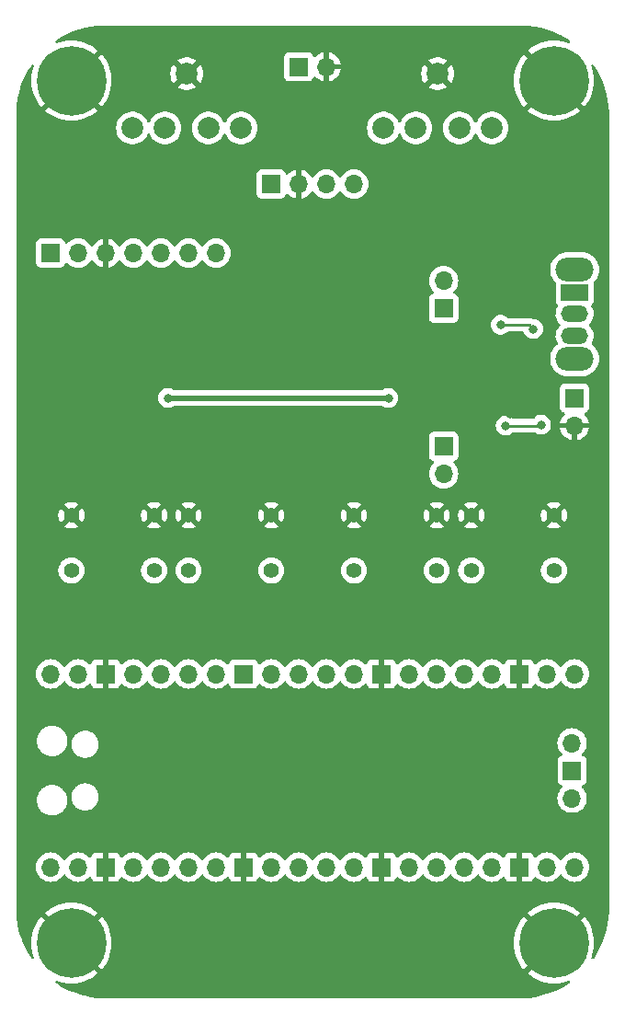
<source format=gbl>
G04 #@! TF.GenerationSoftware,KiCad,Pcbnew,7.0.5-unknown-202306101748~6fbdf8f0e2~ubuntu22.04.1*
G04 #@! TF.CreationDate,2024-03-26T20:54:11+00:00*
G04 #@! TF.ProjectId,things,7468696e-6773-42e6-9b69-6361645f7063,rev?*
G04 #@! TF.SameCoordinates,Original*
G04 #@! TF.FileFunction,Copper,L2,Bot*
G04 #@! TF.FilePolarity,Positive*
%FSLAX46Y46*%
G04 Gerber Fmt 4.6, Leading zero omitted, Abs format (unit mm)*
G04 Created by KiCad (PCBNEW 7.0.5-unknown-202306101748~6fbdf8f0e2~ubuntu22.04.1) date 2024-03-26 20:54:11*
%MOMM*%
%LPD*%
G01*
G04 APERTURE LIST*
G04 #@! TA.AperFunction,ComponentPad*
%ADD10C,6.400000*%
G04 #@! TD*
G04 #@! TA.AperFunction,ComponentPad*
%ADD11C,1.397000*%
G04 #@! TD*
G04 #@! TA.AperFunction,ComponentPad*
%ADD12R,1.700000X1.700000*%
G04 #@! TD*
G04 #@! TA.AperFunction,ComponentPad*
%ADD13O,1.700000X1.700000*%
G04 #@! TD*
G04 #@! TA.AperFunction,ComponentPad*
%ADD14C,2.000000*%
G04 #@! TD*
G04 #@! TA.AperFunction,ComponentPad*
%ADD15O,3.500000X2.200000*%
G04 #@! TD*
G04 #@! TA.AperFunction,ComponentPad*
%ADD16R,2.500000X1.500000*%
G04 #@! TD*
G04 #@! TA.AperFunction,ComponentPad*
%ADD17O,2.500000X1.500000*%
G04 #@! TD*
G04 #@! TA.AperFunction,ViaPad*
%ADD18C,0.800000*%
G04 #@! TD*
G04 #@! TA.AperFunction,Conductor*
%ADD19C,0.250000*%
G04 #@! TD*
G04 #@! TA.AperFunction,Conductor*
%ADD20C,0.500000*%
G04 #@! TD*
G04 APERTURE END LIST*
D10*
X105410000Y-105410000D03*
D11*
X105410000Y-145415000D03*
X113030000Y-145415000D03*
X105410000Y-150495000D03*
X113030000Y-150495000D03*
D12*
X103505000Y-121285000D03*
D13*
X106045000Y-121285000D03*
X108585000Y-121285000D03*
X111125000Y-121285000D03*
X113665000Y-121285000D03*
X116205000Y-121285000D03*
X118745000Y-121285000D03*
D10*
X149860000Y-184785000D03*
X105410000Y-184785000D03*
D11*
X116205000Y-145415000D03*
X123825000Y-145415000D03*
X116205000Y-150495000D03*
X123825000Y-150495000D03*
D12*
X123825000Y-114935000D03*
D13*
X126365000Y-114935000D03*
X128905000Y-114935000D03*
X131445000Y-114935000D03*
D14*
X116031000Y-104780000D03*
X121031000Y-109780000D03*
X118031000Y-109780000D03*
X111031000Y-109780000D03*
X114031000Y-109780000D03*
X139145000Y-104780000D03*
X144145000Y-109780000D03*
X141145000Y-109780000D03*
X134145000Y-109780000D03*
X137145000Y-109780000D03*
D12*
X151765000Y-134620000D03*
D13*
X151765000Y-137160000D03*
D11*
X142240000Y-145415000D03*
X149860000Y-145415000D03*
X142240000Y-150495000D03*
X149860000Y-150495000D03*
D12*
X139700000Y-126370000D03*
D13*
X139700000Y-123830000D03*
X103505000Y-177800000D03*
X106045000Y-177800000D03*
D12*
X108585000Y-177800000D03*
D13*
X111125000Y-177800000D03*
X113665000Y-177800000D03*
X116205000Y-177800000D03*
X118745000Y-177800000D03*
D12*
X121285000Y-177800000D03*
D13*
X123825000Y-177800000D03*
X126365000Y-177800000D03*
X128905000Y-177800000D03*
X131445000Y-177800000D03*
D12*
X133985000Y-177800000D03*
D13*
X136525000Y-177800000D03*
X139065000Y-177800000D03*
X141605000Y-177800000D03*
X144145000Y-177800000D03*
D12*
X146685000Y-177800000D03*
D13*
X149225000Y-177800000D03*
X151765000Y-177800000D03*
X151765000Y-160020000D03*
X149225000Y-160020000D03*
D12*
X146685000Y-160020000D03*
D13*
X144145000Y-160020000D03*
X141605000Y-160020000D03*
X139065000Y-160020000D03*
X136525000Y-160020000D03*
D12*
X133985000Y-160020000D03*
D13*
X131445000Y-160020000D03*
X128905000Y-160020000D03*
X126365000Y-160020000D03*
X123825000Y-160020000D03*
D12*
X121285000Y-160020000D03*
D13*
X118745000Y-160020000D03*
X116205000Y-160020000D03*
X113665000Y-160020000D03*
X111125000Y-160020000D03*
D12*
X108585000Y-160020000D03*
D13*
X106045000Y-160020000D03*
X103505000Y-160020000D03*
X151535000Y-171450000D03*
D12*
X151535000Y-168910000D03*
D13*
X151535000Y-166370000D03*
D10*
X149860000Y-105410000D03*
D11*
X131445000Y-145415000D03*
X139065000Y-145415000D03*
X131445000Y-150495000D03*
X139065000Y-150495000D03*
D15*
X151765000Y-122805000D03*
X151765000Y-131005000D03*
D16*
X151765000Y-124905000D03*
D17*
X151765000Y-126905000D03*
X151765000Y-128905000D03*
D12*
X139700000Y-139065000D03*
D13*
X139700000Y-141605000D03*
D12*
X126365000Y-104140000D03*
D13*
X128905000Y-104140000D03*
D18*
X144960000Y-127890000D03*
X134620000Y-134620000D03*
X145415000Y-137160000D03*
X147955000Y-128270000D03*
X148680193Y-137075632D03*
X114300000Y-134620000D03*
X146050000Y-154305000D03*
X131520000Y-107680000D03*
X152290000Y-173780000D03*
X111760000Y-183515000D03*
X138480000Y-132480000D03*
X147210000Y-121090000D03*
X121285000Y-175260000D03*
X133350000Y-156210000D03*
X145820000Y-136090000D03*
X110490000Y-155575000D03*
X116840000Y-156210000D03*
X125730000Y-117475000D03*
X140000000Y-132700000D03*
X109220000Y-147955000D03*
X132900000Y-185400000D03*
X145800000Y-128900000D03*
X150495000Y-111125000D03*
X120015000Y-147955000D03*
X142570000Y-111470000D03*
X135255000Y-147955000D03*
X127635000Y-175260000D03*
X113665000Y-165100000D03*
X140250000Y-115630000D03*
X146050000Y-146685000D03*
X146685000Y-163830000D03*
X139550000Y-128850000D03*
X147955000Y-169545000D03*
X137450000Y-136800000D03*
X119380000Y-182245000D03*
X150410000Y-117460000D03*
X109220000Y-152400000D03*
X139700000Y-175260000D03*
X137795000Y-181610000D03*
X104775000Y-168910000D03*
X109220000Y-174625000D03*
D19*
X148595825Y-137160000D02*
X148680193Y-137075632D01*
X147575000Y-127890000D02*
X147955000Y-128270000D01*
D20*
X134620000Y-134620000D02*
X114300000Y-134620000D01*
D19*
X145415000Y-137160000D02*
X148595825Y-137160000D01*
X144960000Y-127890000D02*
X147575000Y-127890000D01*
G04 #@! TA.AperFunction,Conductor*
G36*
X146965074Y-100332890D02*
G01*
X146968741Y-100333032D01*
X147113339Y-100342922D01*
X147527287Y-100371238D01*
X147531474Y-100371668D01*
X148085875Y-100447869D01*
X148089991Y-100448578D01*
X148637891Y-100562434D01*
X148641974Y-100563430D01*
X149180801Y-100714402D01*
X149184821Y-100715678D01*
X149599598Y-100863090D01*
X149712082Y-100903067D01*
X149716016Y-100904617D01*
X150229266Y-101127553D01*
X150233083Y-101129369D01*
X150481502Y-101258089D01*
X150729931Y-101386815D01*
X150733601Y-101388879D01*
X151211727Y-101679633D01*
X151215257Y-101681949D01*
X151288150Y-101733403D01*
X151331568Y-101788145D01*
X151338497Y-101857670D01*
X151306738Y-101919905D01*
X151246375Y-101955090D01*
X151176571Y-101952054D01*
X151172204Y-101950471D01*
X151004936Y-101886262D01*
X150630330Y-101785887D01*
X150630323Y-101785886D01*
X150247287Y-101725219D01*
X149860001Y-101704922D01*
X149859999Y-101704922D01*
X149472712Y-101725219D01*
X149089676Y-101785886D01*
X149089669Y-101785887D01*
X148715063Y-101886262D01*
X148353005Y-102025244D01*
X148007456Y-102201310D01*
X147682206Y-102412531D01*
X147424648Y-102621095D01*
X147424648Y-102621096D01*
X148915819Y-104112266D01*
X148725130Y-104275130D01*
X148562267Y-104465818D01*
X147071096Y-102974648D01*
X147071095Y-102974648D01*
X146862531Y-103232206D01*
X146651310Y-103557456D01*
X146475244Y-103903005D01*
X146336262Y-104265063D01*
X146235887Y-104639669D01*
X146235886Y-104639676D01*
X146175219Y-105022712D01*
X146154922Y-105409999D01*
X146154922Y-105410000D01*
X146175219Y-105797287D01*
X146235886Y-106180323D01*
X146235887Y-106180330D01*
X146336262Y-106554936D01*
X146475244Y-106916994D01*
X146651310Y-107262543D01*
X146862531Y-107587793D01*
X147071095Y-107845350D01*
X147071096Y-107845350D01*
X148562266Y-106354180D01*
X148725130Y-106544870D01*
X148915818Y-106707732D01*
X147424648Y-108198903D01*
X147424649Y-108198904D01*
X147682206Y-108407468D01*
X148007456Y-108618689D01*
X148353005Y-108794755D01*
X148715063Y-108933737D01*
X149089669Y-109034112D01*
X149089676Y-109034113D01*
X149472712Y-109094780D01*
X149859999Y-109115078D01*
X149860001Y-109115078D01*
X150247287Y-109094780D01*
X150630323Y-109034113D01*
X150630330Y-109034112D01*
X151004936Y-108933737D01*
X151366994Y-108794755D01*
X151712543Y-108618689D01*
X152037783Y-108407476D01*
X152037785Y-108407475D01*
X152295350Y-108198902D01*
X150804181Y-106707732D01*
X150994870Y-106544870D01*
X151157733Y-106354180D01*
X152648902Y-107845349D01*
X152857475Y-107587785D01*
X152857476Y-107587783D01*
X153068689Y-107262543D01*
X153244755Y-106916994D01*
X153383737Y-106554936D01*
X153484112Y-106180330D01*
X153484113Y-106180323D01*
X153544780Y-105797287D01*
X153565078Y-105410000D01*
X153565078Y-105409999D01*
X153544780Y-105022712D01*
X153484113Y-104639676D01*
X153484112Y-104639669D01*
X153383737Y-104265063D01*
X153319528Y-104097796D01*
X153313880Y-104028155D01*
X153346779Y-103966516D01*
X153407781Y-103932448D01*
X153477517Y-103936769D01*
X153533847Y-103978105D01*
X153536596Y-103981849D01*
X153588049Y-104054741D01*
X153590370Y-104058279D01*
X153878610Y-104532270D01*
X153881119Y-104536395D01*
X153883195Y-104540086D01*
X154140629Y-105036915D01*
X154142448Y-105040739D01*
X154365380Y-105553980D01*
X154366933Y-105557920D01*
X154554314Y-106085156D01*
X154555596Y-106089192D01*
X154706568Y-106628024D01*
X154707568Y-106632128D01*
X154750769Y-106840019D01*
X154821414Y-107179977D01*
X154822134Y-107184151D01*
X154898327Y-107738510D01*
X154898760Y-107742722D01*
X154936966Y-108301256D01*
X154937108Y-108304955D01*
X154937984Y-108407468D01*
X154939500Y-108584985D01*
X154939500Y-181610014D01*
X154937109Y-181890039D01*
X154936966Y-181893742D01*
X154898760Y-182452276D01*
X154898327Y-182456488D01*
X154822134Y-183010847D01*
X154821414Y-183015021D01*
X154707571Y-183562860D01*
X154706568Y-183566974D01*
X154555596Y-184105806D01*
X154554314Y-184109842D01*
X154366933Y-184637078D01*
X154365380Y-184641018D01*
X154142448Y-185154259D01*
X154140629Y-185158083D01*
X153883195Y-185654912D01*
X153881119Y-185658603D01*
X153590372Y-186136716D01*
X153588049Y-186140257D01*
X153536597Y-186213147D01*
X153481855Y-186256565D01*
X153412330Y-186263494D01*
X153350095Y-186231735D01*
X153314910Y-186171372D01*
X153317946Y-186101568D01*
X153319529Y-186097200D01*
X153383738Y-185929933D01*
X153484112Y-185555330D01*
X153484113Y-185555323D01*
X153544780Y-185172287D01*
X153565078Y-184785000D01*
X153565078Y-184784999D01*
X153544780Y-184397712D01*
X153484113Y-184014676D01*
X153484112Y-184014669D01*
X153383737Y-183640063D01*
X153244755Y-183278005D01*
X153068689Y-182932456D01*
X152857468Y-182607206D01*
X152648904Y-182349649D01*
X152648903Y-182349648D01*
X151157733Y-183840818D01*
X150994870Y-183650130D01*
X150804179Y-183487265D01*
X152295350Y-181996096D01*
X152295350Y-181996095D01*
X152037793Y-181787531D01*
X151712543Y-181576310D01*
X151366994Y-181400244D01*
X151004936Y-181261262D01*
X150630330Y-181160887D01*
X150630323Y-181160886D01*
X150247287Y-181100219D01*
X149860001Y-181079922D01*
X149859999Y-181079922D01*
X149472712Y-181100219D01*
X149089676Y-181160886D01*
X149089669Y-181160887D01*
X148715063Y-181261262D01*
X148353005Y-181400244D01*
X148007456Y-181576310D01*
X147682206Y-181787531D01*
X147424648Y-181996095D01*
X147424648Y-181996096D01*
X148915819Y-183487266D01*
X148725130Y-183650130D01*
X148562267Y-183840818D01*
X147071096Y-182349648D01*
X147071095Y-182349648D01*
X146862531Y-182607206D01*
X146651310Y-182932456D01*
X146475244Y-183278005D01*
X146336262Y-183640063D01*
X146235887Y-184014669D01*
X146235886Y-184014676D01*
X146175219Y-184397712D01*
X146154922Y-184784999D01*
X146154922Y-184785000D01*
X146175219Y-185172287D01*
X146235886Y-185555323D01*
X146235887Y-185555330D01*
X146336262Y-185929936D01*
X146475244Y-186291994D01*
X146651310Y-186637543D01*
X146862531Y-186962793D01*
X147071095Y-187220350D01*
X147071096Y-187220350D01*
X148562266Y-185729179D01*
X148725130Y-185919870D01*
X148915819Y-186082733D01*
X147424648Y-187573903D01*
X147424649Y-187573904D01*
X147682206Y-187782468D01*
X148007456Y-187993689D01*
X148353005Y-188169755D01*
X148715063Y-188308737D01*
X149089669Y-188409112D01*
X149089676Y-188409113D01*
X149472712Y-188469780D01*
X149859999Y-188490078D01*
X149860001Y-188490078D01*
X150247287Y-188469780D01*
X150630323Y-188409113D01*
X150630330Y-188409112D01*
X151004933Y-188308738D01*
X151172200Y-188244529D01*
X151241841Y-188238881D01*
X151303481Y-188271780D01*
X151337549Y-188332782D01*
X151333228Y-188402518D01*
X151291892Y-188458848D01*
X151288147Y-188461597D01*
X151215257Y-188513049D01*
X151211716Y-188515372D01*
X150733613Y-188806112D01*
X150729922Y-188808188D01*
X150233083Y-189065629D01*
X150229259Y-189067448D01*
X149716022Y-189290378D01*
X149712082Y-189291931D01*
X149184837Y-189479315D01*
X149180801Y-189480596D01*
X148641974Y-189631568D01*
X148637864Y-189632570D01*
X148090020Y-189746414D01*
X148085847Y-189747133D01*
X148080833Y-189747823D01*
X147531489Y-189823328D01*
X147527276Y-189823761D01*
X146968741Y-189861966D01*
X146965041Y-189862108D01*
X146685014Y-189864500D01*
X108584986Y-189864500D01*
X108304955Y-189862108D01*
X108301256Y-189861966D01*
X107742722Y-189823760D01*
X107738510Y-189823327D01*
X107184151Y-189747134D01*
X107179977Y-189746414D01*
X106992903Y-189707539D01*
X106632128Y-189632568D01*
X106628024Y-189631568D01*
X106225030Y-189518655D01*
X106089186Y-189480594D01*
X106085156Y-189479314D01*
X105557920Y-189291933D01*
X105553980Y-189290380D01*
X105040739Y-189067448D01*
X105036915Y-189065629D01*
X104706958Y-188894660D01*
X104540075Y-188808189D01*
X104536402Y-188806123D01*
X104058279Y-188515370D01*
X104054741Y-188513049D01*
X103981849Y-188461596D01*
X103938432Y-188406854D01*
X103931503Y-188337329D01*
X103963262Y-188275094D01*
X104023626Y-188239909D01*
X104093429Y-188242945D01*
X104097796Y-188244528D01*
X104265063Y-188308737D01*
X104639669Y-188409112D01*
X104639676Y-188409113D01*
X105022712Y-188469780D01*
X105409999Y-188490078D01*
X105410001Y-188490078D01*
X105797287Y-188469780D01*
X106180323Y-188409113D01*
X106180330Y-188409112D01*
X106554936Y-188308737D01*
X106916994Y-188169755D01*
X107262543Y-187993689D01*
X107587783Y-187782476D01*
X107587785Y-187782475D01*
X107845349Y-187573902D01*
X106354180Y-186082733D01*
X106544870Y-185919870D01*
X106707733Y-185729180D01*
X108198902Y-187220349D01*
X108407475Y-186962785D01*
X108407476Y-186962783D01*
X108618689Y-186637543D01*
X108794755Y-186291994D01*
X108933737Y-185929936D01*
X109034112Y-185555330D01*
X109034113Y-185555323D01*
X109094780Y-185172287D01*
X109115078Y-184785000D01*
X109115078Y-184784999D01*
X109094780Y-184397712D01*
X109034113Y-184014676D01*
X109034112Y-184014669D01*
X108933737Y-183640063D01*
X108794755Y-183278005D01*
X108618689Y-182932456D01*
X108407468Y-182607206D01*
X108198904Y-182349649D01*
X108198903Y-182349648D01*
X106707732Y-183840818D01*
X106544870Y-183650130D01*
X106354179Y-183487266D01*
X107845350Y-181996096D01*
X107845350Y-181996095D01*
X107587793Y-181787531D01*
X107262543Y-181576310D01*
X106916994Y-181400244D01*
X106554936Y-181261262D01*
X106180330Y-181160887D01*
X106180323Y-181160886D01*
X105797287Y-181100219D01*
X105410001Y-181079922D01*
X105409999Y-181079922D01*
X105022712Y-181100219D01*
X104639676Y-181160886D01*
X104639669Y-181160887D01*
X104265063Y-181261262D01*
X103903005Y-181400244D01*
X103557456Y-181576310D01*
X103232206Y-181787531D01*
X102974648Y-181996095D01*
X102974648Y-181996096D01*
X104465818Y-183487267D01*
X104275130Y-183650130D01*
X104112266Y-183840819D01*
X102621096Y-182349648D01*
X102621095Y-182349648D01*
X102412531Y-182607206D01*
X102201310Y-182932456D01*
X102025244Y-183278005D01*
X101886262Y-183640063D01*
X101785887Y-184014669D01*
X101785886Y-184014676D01*
X101725219Y-184397712D01*
X101704922Y-184784999D01*
X101704922Y-184785000D01*
X101725219Y-185172287D01*
X101785886Y-185555323D01*
X101785887Y-185555330D01*
X101886262Y-185929936D01*
X101950471Y-186097204D01*
X101956119Y-186166845D01*
X101923219Y-186228484D01*
X101862218Y-186262552D01*
X101792482Y-186258231D01*
X101736152Y-186216894D01*
X101733403Y-186213150D01*
X101681949Y-186140257D01*
X101679633Y-186136727D01*
X101388880Y-185658603D01*
X101386810Y-185654922D01*
X101129369Y-185158083D01*
X101127550Y-185154259D01*
X100967158Y-184785000D01*
X100904617Y-184641016D01*
X100903067Y-184637082D01*
X100829984Y-184431446D01*
X100715678Y-184109821D01*
X100714402Y-184105801D01*
X100563430Y-183566974D01*
X100562434Y-183562891D01*
X100448578Y-183014991D01*
X100447869Y-183010875D01*
X100371668Y-182456474D01*
X100371237Y-182452276D01*
X100333032Y-181893741D01*
X100332890Y-181890074D01*
X100330500Y-181610014D01*
X100330500Y-177800000D01*
X102149341Y-177800000D01*
X102169936Y-178035403D01*
X102169938Y-178035413D01*
X102231094Y-178263655D01*
X102231096Y-178263659D01*
X102231097Y-178263663D01*
X102311004Y-178435023D01*
X102330965Y-178477830D01*
X102330967Y-178477834D01*
X102439281Y-178632521D01*
X102466505Y-178671401D01*
X102633599Y-178838495D01*
X102710135Y-178892086D01*
X102827165Y-178974032D01*
X102827167Y-178974033D01*
X102827170Y-178974035D01*
X103041337Y-179073903D01*
X103269592Y-179135063D01*
X103440319Y-179150000D01*
X103504999Y-179155659D01*
X103505000Y-179155659D01*
X103505001Y-179155659D01*
X103569681Y-179150000D01*
X103740408Y-179135063D01*
X103968663Y-179073903D01*
X104182830Y-178974035D01*
X104376401Y-178838495D01*
X104543495Y-178671401D01*
X104673424Y-178485842D01*
X104728002Y-178442217D01*
X104797500Y-178435023D01*
X104859855Y-178466546D01*
X104876575Y-178485842D01*
X105006500Y-178671395D01*
X105006505Y-178671401D01*
X105173599Y-178838495D01*
X105250135Y-178892086D01*
X105367165Y-178974032D01*
X105367167Y-178974033D01*
X105367170Y-178974035D01*
X105581337Y-179073903D01*
X105809592Y-179135063D01*
X105980319Y-179150000D01*
X106044999Y-179155659D01*
X106045000Y-179155659D01*
X106045001Y-179155659D01*
X106109681Y-179150000D01*
X106280408Y-179135063D01*
X106508663Y-179073903D01*
X106722830Y-178974035D01*
X106916401Y-178838495D01*
X107038717Y-178716178D01*
X107100036Y-178682696D01*
X107169728Y-178687680D01*
X107225662Y-178729551D01*
X107242577Y-178760528D01*
X107291646Y-178892088D01*
X107291649Y-178892093D01*
X107377809Y-179007187D01*
X107377812Y-179007190D01*
X107492906Y-179093350D01*
X107492913Y-179093354D01*
X107627620Y-179143596D01*
X107627627Y-179143598D01*
X107687155Y-179149999D01*
X107687172Y-179150000D01*
X108335000Y-179150000D01*
X108334999Y-178246494D01*
X108439839Y-178294373D01*
X108548527Y-178310000D01*
X108621473Y-178310000D01*
X108730161Y-178294373D01*
X108835000Y-178246494D01*
X108835000Y-179150000D01*
X109482828Y-179150000D01*
X109482844Y-179149999D01*
X109542372Y-179143598D01*
X109542379Y-179143596D01*
X109677086Y-179093354D01*
X109677093Y-179093350D01*
X109792187Y-179007190D01*
X109792190Y-179007187D01*
X109878350Y-178892093D01*
X109878354Y-178892086D01*
X109927422Y-178760529D01*
X109969293Y-178704595D01*
X110034757Y-178680178D01*
X110103030Y-178695030D01*
X110131285Y-178716181D01*
X110253599Y-178838495D01*
X110330135Y-178892086D01*
X110447165Y-178974032D01*
X110447167Y-178974033D01*
X110447170Y-178974035D01*
X110661337Y-179073903D01*
X110889592Y-179135063D01*
X111060319Y-179150000D01*
X111124999Y-179155659D01*
X111125000Y-179155659D01*
X111125001Y-179155659D01*
X111189681Y-179150000D01*
X111360408Y-179135063D01*
X111588663Y-179073903D01*
X111802830Y-178974035D01*
X111996401Y-178838495D01*
X112163495Y-178671401D01*
X112293424Y-178485842D01*
X112348002Y-178442217D01*
X112417500Y-178435023D01*
X112479855Y-178466546D01*
X112496575Y-178485842D01*
X112626500Y-178671395D01*
X112626505Y-178671401D01*
X112793599Y-178838495D01*
X112870135Y-178892086D01*
X112987165Y-178974032D01*
X112987167Y-178974033D01*
X112987170Y-178974035D01*
X113201337Y-179073903D01*
X113429592Y-179135063D01*
X113600319Y-179150000D01*
X113664999Y-179155659D01*
X113665000Y-179155659D01*
X113665001Y-179155659D01*
X113729681Y-179150000D01*
X113900408Y-179135063D01*
X114128663Y-179073903D01*
X114342830Y-178974035D01*
X114536401Y-178838495D01*
X114703495Y-178671401D01*
X114833424Y-178485842D01*
X114888002Y-178442217D01*
X114957500Y-178435023D01*
X115019855Y-178466546D01*
X115036575Y-178485842D01*
X115166500Y-178671395D01*
X115166505Y-178671401D01*
X115333599Y-178838495D01*
X115410135Y-178892086D01*
X115527165Y-178974032D01*
X115527167Y-178974033D01*
X115527170Y-178974035D01*
X115741337Y-179073903D01*
X115969592Y-179135063D01*
X116140319Y-179150000D01*
X116204999Y-179155659D01*
X116205000Y-179155659D01*
X116205001Y-179155659D01*
X116269681Y-179150000D01*
X116440408Y-179135063D01*
X116668663Y-179073903D01*
X116882830Y-178974035D01*
X117076401Y-178838495D01*
X117243495Y-178671401D01*
X117373424Y-178485842D01*
X117428002Y-178442217D01*
X117497500Y-178435023D01*
X117559855Y-178466546D01*
X117576575Y-178485842D01*
X117706500Y-178671395D01*
X117706505Y-178671401D01*
X117873599Y-178838495D01*
X117950135Y-178892086D01*
X118067165Y-178974032D01*
X118067167Y-178974033D01*
X118067170Y-178974035D01*
X118281337Y-179073903D01*
X118509592Y-179135063D01*
X118680319Y-179150000D01*
X118744999Y-179155659D01*
X118745000Y-179155659D01*
X118745001Y-179155659D01*
X118809681Y-179150000D01*
X118980408Y-179135063D01*
X119208663Y-179073903D01*
X119422830Y-178974035D01*
X119616401Y-178838495D01*
X119738717Y-178716178D01*
X119800036Y-178682696D01*
X119869728Y-178687680D01*
X119925662Y-178729551D01*
X119942577Y-178760528D01*
X119991646Y-178892088D01*
X119991649Y-178892093D01*
X120077809Y-179007187D01*
X120077812Y-179007190D01*
X120192906Y-179093350D01*
X120192913Y-179093354D01*
X120327620Y-179143596D01*
X120327627Y-179143598D01*
X120387155Y-179149999D01*
X120387172Y-179150000D01*
X121035000Y-179150000D01*
X121035000Y-178246494D01*
X121139839Y-178294373D01*
X121248527Y-178310000D01*
X121321473Y-178310000D01*
X121430161Y-178294373D01*
X121535000Y-178246494D01*
X121535000Y-179150000D01*
X122182828Y-179150000D01*
X122182844Y-179149999D01*
X122242372Y-179143598D01*
X122242379Y-179143596D01*
X122377086Y-179093354D01*
X122377093Y-179093350D01*
X122492187Y-179007190D01*
X122492190Y-179007187D01*
X122578350Y-178892093D01*
X122578354Y-178892086D01*
X122627422Y-178760529D01*
X122669293Y-178704595D01*
X122734757Y-178680178D01*
X122803030Y-178695030D01*
X122831285Y-178716181D01*
X122953599Y-178838495D01*
X123030135Y-178892086D01*
X123147165Y-178974032D01*
X123147167Y-178974033D01*
X123147170Y-178974035D01*
X123361337Y-179073903D01*
X123589592Y-179135063D01*
X123760319Y-179150000D01*
X123824999Y-179155659D01*
X123825000Y-179155659D01*
X123825001Y-179155659D01*
X123889681Y-179150000D01*
X124060408Y-179135063D01*
X124288663Y-179073903D01*
X124502830Y-178974035D01*
X124696401Y-178838495D01*
X124863495Y-178671401D01*
X124993424Y-178485842D01*
X125048002Y-178442217D01*
X125117500Y-178435023D01*
X125179855Y-178466546D01*
X125196575Y-178485842D01*
X125326500Y-178671395D01*
X125326505Y-178671401D01*
X125493599Y-178838495D01*
X125570135Y-178892086D01*
X125687165Y-178974032D01*
X125687167Y-178974033D01*
X125687170Y-178974035D01*
X125901337Y-179073903D01*
X126129592Y-179135063D01*
X126300319Y-179150000D01*
X126364999Y-179155659D01*
X126365000Y-179155659D01*
X126365001Y-179155659D01*
X126429681Y-179150000D01*
X126600408Y-179135063D01*
X126828663Y-179073903D01*
X127042830Y-178974035D01*
X127236401Y-178838495D01*
X127403495Y-178671401D01*
X127533424Y-178485842D01*
X127588002Y-178442217D01*
X127657500Y-178435023D01*
X127719855Y-178466546D01*
X127736575Y-178485842D01*
X127866500Y-178671395D01*
X127866505Y-178671401D01*
X128033599Y-178838495D01*
X128110135Y-178892086D01*
X128227165Y-178974032D01*
X128227167Y-178974033D01*
X128227170Y-178974035D01*
X128441337Y-179073903D01*
X128669592Y-179135063D01*
X128840319Y-179150000D01*
X128904999Y-179155659D01*
X128905000Y-179155659D01*
X128905001Y-179155659D01*
X128969681Y-179150000D01*
X129140408Y-179135063D01*
X129368663Y-179073903D01*
X129582830Y-178974035D01*
X129776401Y-178838495D01*
X129943495Y-178671401D01*
X130073424Y-178485842D01*
X130128002Y-178442217D01*
X130197500Y-178435023D01*
X130259855Y-178466546D01*
X130276575Y-178485842D01*
X130406500Y-178671395D01*
X130406505Y-178671401D01*
X130573599Y-178838495D01*
X130650135Y-178892086D01*
X130767165Y-178974032D01*
X130767167Y-178974033D01*
X130767170Y-178974035D01*
X130981337Y-179073903D01*
X131209592Y-179135063D01*
X131380319Y-179150000D01*
X131444999Y-179155659D01*
X131445000Y-179155659D01*
X131445001Y-179155659D01*
X131509681Y-179150000D01*
X131680408Y-179135063D01*
X131908663Y-179073903D01*
X132122830Y-178974035D01*
X132316401Y-178838495D01*
X132438717Y-178716178D01*
X132500036Y-178682696D01*
X132569728Y-178687680D01*
X132625662Y-178729551D01*
X132642577Y-178760528D01*
X132691646Y-178892088D01*
X132691649Y-178892093D01*
X132777809Y-179007187D01*
X132777812Y-179007190D01*
X132892906Y-179093350D01*
X132892913Y-179093354D01*
X133027620Y-179143596D01*
X133027627Y-179143598D01*
X133087155Y-179149999D01*
X133087172Y-179150000D01*
X133735000Y-179150000D01*
X133735000Y-178246494D01*
X133839839Y-178294373D01*
X133948527Y-178310000D01*
X134021473Y-178310000D01*
X134130161Y-178294373D01*
X134235000Y-178246494D01*
X134235000Y-179150000D01*
X134882828Y-179150000D01*
X134882844Y-179149999D01*
X134942372Y-179143598D01*
X134942379Y-179143596D01*
X135077086Y-179093354D01*
X135077093Y-179093350D01*
X135192187Y-179007190D01*
X135192190Y-179007187D01*
X135278350Y-178892093D01*
X135278354Y-178892086D01*
X135327422Y-178760529D01*
X135369293Y-178704595D01*
X135434757Y-178680178D01*
X135503030Y-178695030D01*
X135531285Y-178716181D01*
X135653599Y-178838495D01*
X135730135Y-178892086D01*
X135847165Y-178974032D01*
X135847167Y-178974033D01*
X135847170Y-178974035D01*
X136061337Y-179073903D01*
X136289592Y-179135063D01*
X136460319Y-179150000D01*
X136524999Y-179155659D01*
X136525000Y-179155659D01*
X136525001Y-179155659D01*
X136589681Y-179150000D01*
X136760408Y-179135063D01*
X136988663Y-179073903D01*
X137202830Y-178974035D01*
X137396401Y-178838495D01*
X137563495Y-178671401D01*
X137693424Y-178485842D01*
X137748002Y-178442217D01*
X137817500Y-178435023D01*
X137879855Y-178466546D01*
X137896575Y-178485842D01*
X138026500Y-178671395D01*
X138026505Y-178671401D01*
X138193599Y-178838495D01*
X138270135Y-178892086D01*
X138387165Y-178974032D01*
X138387167Y-178974033D01*
X138387170Y-178974035D01*
X138601337Y-179073903D01*
X138829592Y-179135063D01*
X139000319Y-179150000D01*
X139064999Y-179155659D01*
X139065000Y-179155659D01*
X139065001Y-179155659D01*
X139129681Y-179150000D01*
X139300408Y-179135063D01*
X139528663Y-179073903D01*
X139742830Y-178974035D01*
X139936401Y-178838495D01*
X140103495Y-178671401D01*
X140233424Y-178485842D01*
X140288002Y-178442217D01*
X140357500Y-178435023D01*
X140419855Y-178466546D01*
X140436575Y-178485842D01*
X140566500Y-178671395D01*
X140566505Y-178671401D01*
X140733599Y-178838495D01*
X140810135Y-178892086D01*
X140927165Y-178974032D01*
X140927167Y-178974033D01*
X140927170Y-178974035D01*
X141141337Y-179073903D01*
X141369592Y-179135063D01*
X141540319Y-179150000D01*
X141604999Y-179155659D01*
X141605000Y-179155659D01*
X141605001Y-179155659D01*
X141669681Y-179150000D01*
X141840408Y-179135063D01*
X142068663Y-179073903D01*
X142282830Y-178974035D01*
X142476401Y-178838495D01*
X142643495Y-178671401D01*
X142773424Y-178485842D01*
X142828002Y-178442217D01*
X142897500Y-178435023D01*
X142959855Y-178466546D01*
X142976575Y-178485842D01*
X143106500Y-178671395D01*
X143106505Y-178671401D01*
X143273599Y-178838495D01*
X143350135Y-178892086D01*
X143467165Y-178974032D01*
X143467167Y-178974033D01*
X143467170Y-178974035D01*
X143681337Y-179073903D01*
X143909592Y-179135063D01*
X144080319Y-179150000D01*
X144144999Y-179155659D01*
X144145000Y-179155659D01*
X144145001Y-179155659D01*
X144209681Y-179150000D01*
X144380408Y-179135063D01*
X144608663Y-179073903D01*
X144822830Y-178974035D01*
X145016401Y-178838495D01*
X145138717Y-178716178D01*
X145200036Y-178682696D01*
X145269728Y-178687680D01*
X145325662Y-178729551D01*
X145342577Y-178760528D01*
X145391646Y-178892088D01*
X145391649Y-178892093D01*
X145477809Y-179007187D01*
X145477812Y-179007190D01*
X145592906Y-179093350D01*
X145592913Y-179093354D01*
X145727620Y-179143596D01*
X145727627Y-179143598D01*
X145787155Y-179149999D01*
X145787172Y-179150000D01*
X146435000Y-179150000D01*
X146435000Y-178246494D01*
X146539839Y-178294373D01*
X146648527Y-178310000D01*
X146721473Y-178310000D01*
X146830161Y-178294373D01*
X146935000Y-178246494D01*
X146935000Y-179150000D01*
X147582828Y-179150000D01*
X147582844Y-179149999D01*
X147642372Y-179143598D01*
X147642379Y-179143596D01*
X147777086Y-179093354D01*
X147777093Y-179093350D01*
X147892187Y-179007190D01*
X147892190Y-179007187D01*
X147978350Y-178892093D01*
X147978354Y-178892086D01*
X148027422Y-178760529D01*
X148069293Y-178704595D01*
X148134757Y-178680178D01*
X148203030Y-178695030D01*
X148231285Y-178716181D01*
X148353599Y-178838495D01*
X148430135Y-178892086D01*
X148547165Y-178974032D01*
X148547167Y-178974033D01*
X148547170Y-178974035D01*
X148761337Y-179073903D01*
X148989592Y-179135063D01*
X149160319Y-179150000D01*
X149224999Y-179155659D01*
X149225000Y-179155659D01*
X149225001Y-179155659D01*
X149289681Y-179150000D01*
X149460408Y-179135063D01*
X149688663Y-179073903D01*
X149902830Y-178974035D01*
X150096401Y-178838495D01*
X150263495Y-178671401D01*
X150393424Y-178485842D01*
X150448002Y-178442217D01*
X150517500Y-178435023D01*
X150579855Y-178466546D01*
X150596575Y-178485842D01*
X150726500Y-178671395D01*
X150726505Y-178671401D01*
X150893599Y-178838495D01*
X150970135Y-178892086D01*
X151087165Y-178974032D01*
X151087167Y-178974033D01*
X151087170Y-178974035D01*
X151301337Y-179073903D01*
X151529592Y-179135063D01*
X151700319Y-179150000D01*
X151764999Y-179155659D01*
X151765000Y-179155659D01*
X151765001Y-179155659D01*
X151829681Y-179150000D01*
X152000408Y-179135063D01*
X152228663Y-179073903D01*
X152442830Y-178974035D01*
X152636401Y-178838495D01*
X152803495Y-178671401D01*
X152939035Y-178477830D01*
X153038903Y-178263663D01*
X153100063Y-178035408D01*
X153120659Y-177800000D01*
X153100063Y-177564592D01*
X153038903Y-177336337D01*
X152939035Y-177122171D01*
X152933425Y-177114158D01*
X152803494Y-176928597D01*
X152636402Y-176761506D01*
X152636395Y-176761501D01*
X152442834Y-176625967D01*
X152442830Y-176625965D01*
X152371727Y-176592809D01*
X152228663Y-176526097D01*
X152228659Y-176526096D01*
X152228655Y-176526094D01*
X152000413Y-176464938D01*
X152000403Y-176464936D01*
X151765001Y-176444341D01*
X151764999Y-176444341D01*
X151529596Y-176464936D01*
X151529586Y-176464938D01*
X151301344Y-176526094D01*
X151301335Y-176526098D01*
X151087171Y-176625964D01*
X151087169Y-176625965D01*
X150893597Y-176761505D01*
X150726505Y-176928597D01*
X150596575Y-177114158D01*
X150541998Y-177157783D01*
X150472500Y-177164977D01*
X150410145Y-177133454D01*
X150393425Y-177114158D01*
X150263494Y-176928597D01*
X150096402Y-176761506D01*
X150096395Y-176761501D01*
X149902834Y-176625967D01*
X149902830Y-176625965D01*
X149831727Y-176592809D01*
X149688663Y-176526097D01*
X149688659Y-176526096D01*
X149688655Y-176526094D01*
X149460413Y-176464938D01*
X149460403Y-176464936D01*
X149225001Y-176444341D01*
X149224999Y-176444341D01*
X148989596Y-176464936D01*
X148989586Y-176464938D01*
X148761344Y-176526094D01*
X148761335Y-176526098D01*
X148547171Y-176625964D01*
X148547169Y-176625965D01*
X148353600Y-176761503D01*
X148231284Y-176883819D01*
X148169961Y-176917303D01*
X148100269Y-176912319D01*
X148044336Y-176870447D01*
X148027421Y-176839470D01*
X147978354Y-176707913D01*
X147978350Y-176707906D01*
X147892190Y-176592812D01*
X147892187Y-176592809D01*
X147777093Y-176506649D01*
X147777086Y-176506645D01*
X147642379Y-176456403D01*
X147642372Y-176456401D01*
X147582844Y-176450000D01*
X146935000Y-176450000D01*
X146935000Y-177353505D01*
X146830161Y-177305627D01*
X146721473Y-177290000D01*
X146648527Y-177290000D01*
X146539839Y-177305627D01*
X146435000Y-177353505D01*
X146435000Y-176450000D01*
X145787155Y-176450000D01*
X145727627Y-176456401D01*
X145727620Y-176456403D01*
X145592913Y-176506645D01*
X145592906Y-176506649D01*
X145477812Y-176592809D01*
X145477809Y-176592812D01*
X145391649Y-176707906D01*
X145391645Y-176707913D01*
X145342578Y-176839470D01*
X145300707Y-176895404D01*
X145235242Y-176919821D01*
X145166969Y-176904969D01*
X145138715Y-176883819D01*
X145094366Y-176839470D01*
X145016401Y-176761505D01*
X145016397Y-176761502D01*
X145016396Y-176761501D01*
X144822834Y-176625967D01*
X144822830Y-176625965D01*
X144751727Y-176592809D01*
X144608663Y-176526097D01*
X144608659Y-176526096D01*
X144608655Y-176526094D01*
X144380413Y-176464938D01*
X144380403Y-176464936D01*
X144145001Y-176444341D01*
X144144999Y-176444341D01*
X143909596Y-176464936D01*
X143909586Y-176464938D01*
X143681344Y-176526094D01*
X143681335Y-176526098D01*
X143467171Y-176625964D01*
X143467169Y-176625965D01*
X143273597Y-176761505D01*
X143106505Y-176928597D01*
X142976575Y-177114158D01*
X142921998Y-177157783D01*
X142852500Y-177164977D01*
X142790145Y-177133454D01*
X142773425Y-177114158D01*
X142643494Y-176928597D01*
X142476402Y-176761506D01*
X142476395Y-176761501D01*
X142282834Y-176625967D01*
X142282830Y-176625965D01*
X142211727Y-176592809D01*
X142068663Y-176526097D01*
X142068659Y-176526096D01*
X142068655Y-176526094D01*
X141840413Y-176464938D01*
X141840403Y-176464936D01*
X141605001Y-176444341D01*
X141604999Y-176444341D01*
X141369596Y-176464936D01*
X141369586Y-176464938D01*
X141141344Y-176526094D01*
X141141335Y-176526098D01*
X140927171Y-176625964D01*
X140927169Y-176625965D01*
X140733597Y-176761505D01*
X140566505Y-176928597D01*
X140436575Y-177114158D01*
X140381998Y-177157783D01*
X140312500Y-177164977D01*
X140250145Y-177133454D01*
X140233425Y-177114158D01*
X140103494Y-176928597D01*
X139936402Y-176761506D01*
X139936395Y-176761501D01*
X139742834Y-176625967D01*
X139742830Y-176625965D01*
X139671727Y-176592809D01*
X139528663Y-176526097D01*
X139528659Y-176526096D01*
X139528655Y-176526094D01*
X139300413Y-176464938D01*
X139300403Y-176464936D01*
X139065001Y-176444341D01*
X139064999Y-176444341D01*
X138829596Y-176464936D01*
X138829586Y-176464938D01*
X138601344Y-176526094D01*
X138601335Y-176526098D01*
X138387171Y-176625964D01*
X138387169Y-176625965D01*
X138193597Y-176761505D01*
X138026505Y-176928597D01*
X137896575Y-177114158D01*
X137841998Y-177157783D01*
X137772500Y-177164977D01*
X137710145Y-177133454D01*
X137693425Y-177114158D01*
X137563494Y-176928597D01*
X137396402Y-176761506D01*
X137396395Y-176761501D01*
X137202834Y-176625967D01*
X137202830Y-176625965D01*
X137131727Y-176592809D01*
X136988663Y-176526097D01*
X136988659Y-176526096D01*
X136988655Y-176526094D01*
X136760413Y-176464938D01*
X136760403Y-176464936D01*
X136525001Y-176444341D01*
X136524999Y-176444341D01*
X136289596Y-176464936D01*
X136289586Y-176464938D01*
X136061344Y-176526094D01*
X136061335Y-176526098D01*
X135847171Y-176625964D01*
X135847169Y-176625965D01*
X135653600Y-176761503D01*
X135531284Y-176883819D01*
X135469961Y-176917303D01*
X135400269Y-176912319D01*
X135344336Y-176870447D01*
X135327421Y-176839470D01*
X135278354Y-176707913D01*
X135278350Y-176707906D01*
X135192190Y-176592812D01*
X135192187Y-176592809D01*
X135077093Y-176506649D01*
X135077086Y-176506645D01*
X134942379Y-176456403D01*
X134942372Y-176456401D01*
X134882844Y-176450000D01*
X134235000Y-176450000D01*
X134235000Y-177353505D01*
X134130161Y-177305627D01*
X134021473Y-177290000D01*
X133948527Y-177290000D01*
X133839839Y-177305627D01*
X133735000Y-177353505D01*
X133735000Y-176450000D01*
X133087155Y-176450000D01*
X133027627Y-176456401D01*
X133027620Y-176456403D01*
X132892913Y-176506645D01*
X132892906Y-176506649D01*
X132777812Y-176592809D01*
X132777809Y-176592812D01*
X132691649Y-176707906D01*
X132691645Y-176707913D01*
X132642578Y-176839470D01*
X132600707Y-176895404D01*
X132535242Y-176919821D01*
X132466969Y-176904969D01*
X132438715Y-176883819D01*
X132394366Y-176839470D01*
X132316401Y-176761505D01*
X132316397Y-176761502D01*
X132316396Y-176761501D01*
X132122834Y-176625967D01*
X132122830Y-176625965D01*
X132051727Y-176592809D01*
X131908663Y-176526097D01*
X131908659Y-176526096D01*
X131908655Y-176526094D01*
X131680413Y-176464938D01*
X131680403Y-176464936D01*
X131445001Y-176444341D01*
X131444999Y-176444341D01*
X131209596Y-176464936D01*
X131209586Y-176464938D01*
X130981344Y-176526094D01*
X130981335Y-176526098D01*
X130767171Y-176625964D01*
X130767169Y-176625965D01*
X130573597Y-176761505D01*
X130406505Y-176928597D01*
X130276575Y-177114158D01*
X130221998Y-177157783D01*
X130152500Y-177164977D01*
X130090145Y-177133454D01*
X130073425Y-177114158D01*
X129943494Y-176928597D01*
X129776402Y-176761506D01*
X129776395Y-176761501D01*
X129582834Y-176625967D01*
X129582830Y-176625965D01*
X129511727Y-176592809D01*
X129368663Y-176526097D01*
X129368659Y-176526096D01*
X129368655Y-176526094D01*
X129140413Y-176464938D01*
X129140403Y-176464936D01*
X128905001Y-176444341D01*
X128904999Y-176444341D01*
X128669596Y-176464936D01*
X128669586Y-176464938D01*
X128441344Y-176526094D01*
X128441335Y-176526098D01*
X128227171Y-176625964D01*
X128227169Y-176625965D01*
X128033597Y-176761505D01*
X127866505Y-176928597D01*
X127736575Y-177114158D01*
X127681998Y-177157783D01*
X127612500Y-177164977D01*
X127550145Y-177133454D01*
X127533425Y-177114158D01*
X127403494Y-176928597D01*
X127236402Y-176761506D01*
X127236395Y-176761501D01*
X127042834Y-176625967D01*
X127042830Y-176625965D01*
X126971727Y-176592809D01*
X126828663Y-176526097D01*
X126828659Y-176526096D01*
X126828655Y-176526094D01*
X126600413Y-176464938D01*
X126600403Y-176464936D01*
X126365001Y-176444341D01*
X126364999Y-176444341D01*
X126129596Y-176464936D01*
X126129586Y-176464938D01*
X125901344Y-176526094D01*
X125901335Y-176526098D01*
X125687171Y-176625964D01*
X125687169Y-176625965D01*
X125493597Y-176761505D01*
X125326505Y-176928597D01*
X125196575Y-177114158D01*
X125141998Y-177157783D01*
X125072500Y-177164977D01*
X125010145Y-177133454D01*
X124993425Y-177114158D01*
X124863494Y-176928597D01*
X124696402Y-176761506D01*
X124696395Y-176761501D01*
X124502834Y-176625967D01*
X124502830Y-176625965D01*
X124431727Y-176592809D01*
X124288663Y-176526097D01*
X124288659Y-176526096D01*
X124288655Y-176526094D01*
X124060413Y-176464938D01*
X124060403Y-176464936D01*
X123825001Y-176444341D01*
X123824999Y-176444341D01*
X123589596Y-176464936D01*
X123589586Y-176464938D01*
X123361344Y-176526094D01*
X123361335Y-176526098D01*
X123147171Y-176625964D01*
X123147169Y-176625965D01*
X122953600Y-176761503D01*
X122831284Y-176883819D01*
X122769961Y-176917303D01*
X122700269Y-176912319D01*
X122644336Y-176870447D01*
X122627421Y-176839470D01*
X122578354Y-176707913D01*
X122578350Y-176707906D01*
X122492190Y-176592812D01*
X122492187Y-176592809D01*
X122377093Y-176506649D01*
X122377086Y-176506645D01*
X122242379Y-176456403D01*
X122242372Y-176456401D01*
X122182844Y-176450000D01*
X121535000Y-176450000D01*
X121535000Y-177353505D01*
X121430161Y-177305627D01*
X121321473Y-177290000D01*
X121248527Y-177290000D01*
X121139839Y-177305627D01*
X121035000Y-177353505D01*
X121035000Y-176450000D01*
X120387155Y-176450000D01*
X120327627Y-176456401D01*
X120327620Y-176456403D01*
X120192913Y-176506645D01*
X120192906Y-176506649D01*
X120077812Y-176592809D01*
X120077809Y-176592812D01*
X119991649Y-176707906D01*
X119991645Y-176707913D01*
X119942578Y-176839470D01*
X119900707Y-176895404D01*
X119835242Y-176919821D01*
X119766969Y-176904969D01*
X119738715Y-176883819D01*
X119694366Y-176839470D01*
X119616401Y-176761505D01*
X119616397Y-176761502D01*
X119616396Y-176761501D01*
X119422834Y-176625967D01*
X119422830Y-176625965D01*
X119351727Y-176592809D01*
X119208663Y-176526097D01*
X119208659Y-176526096D01*
X119208655Y-176526094D01*
X118980413Y-176464938D01*
X118980403Y-176464936D01*
X118745001Y-176444341D01*
X118744999Y-176444341D01*
X118509596Y-176464936D01*
X118509586Y-176464938D01*
X118281344Y-176526094D01*
X118281335Y-176526098D01*
X118067171Y-176625964D01*
X118067169Y-176625965D01*
X117873597Y-176761505D01*
X117706505Y-176928597D01*
X117576575Y-177114158D01*
X117521998Y-177157783D01*
X117452500Y-177164977D01*
X117390145Y-177133454D01*
X117373425Y-177114158D01*
X117243494Y-176928597D01*
X117076402Y-176761506D01*
X117076395Y-176761501D01*
X116882834Y-176625967D01*
X116882830Y-176625965D01*
X116811727Y-176592809D01*
X116668663Y-176526097D01*
X116668659Y-176526096D01*
X116668655Y-176526094D01*
X116440413Y-176464938D01*
X116440403Y-176464936D01*
X116205001Y-176444341D01*
X116204999Y-176444341D01*
X115969596Y-176464936D01*
X115969586Y-176464938D01*
X115741344Y-176526094D01*
X115741335Y-176526098D01*
X115527171Y-176625964D01*
X115527169Y-176625965D01*
X115333597Y-176761505D01*
X115166505Y-176928597D01*
X115036575Y-177114158D01*
X114981998Y-177157783D01*
X114912500Y-177164977D01*
X114850145Y-177133454D01*
X114833425Y-177114158D01*
X114703494Y-176928597D01*
X114536402Y-176761506D01*
X114536395Y-176761501D01*
X114342834Y-176625967D01*
X114342830Y-176625965D01*
X114271727Y-176592809D01*
X114128663Y-176526097D01*
X114128659Y-176526096D01*
X114128655Y-176526094D01*
X113900413Y-176464938D01*
X113900403Y-176464936D01*
X113665001Y-176444341D01*
X113664999Y-176444341D01*
X113429596Y-176464936D01*
X113429586Y-176464938D01*
X113201344Y-176526094D01*
X113201335Y-176526098D01*
X112987171Y-176625964D01*
X112987169Y-176625965D01*
X112793597Y-176761505D01*
X112626505Y-176928597D01*
X112496575Y-177114158D01*
X112441998Y-177157783D01*
X112372500Y-177164977D01*
X112310145Y-177133454D01*
X112293425Y-177114158D01*
X112163494Y-176928597D01*
X111996402Y-176761506D01*
X111996395Y-176761501D01*
X111802834Y-176625967D01*
X111802830Y-176625965D01*
X111731727Y-176592809D01*
X111588663Y-176526097D01*
X111588659Y-176526096D01*
X111588655Y-176526094D01*
X111360413Y-176464938D01*
X111360403Y-176464936D01*
X111125001Y-176444341D01*
X111124999Y-176444341D01*
X110889596Y-176464936D01*
X110889586Y-176464938D01*
X110661344Y-176526094D01*
X110661335Y-176526098D01*
X110447171Y-176625964D01*
X110447169Y-176625965D01*
X110253600Y-176761503D01*
X110131284Y-176883819D01*
X110069961Y-176917303D01*
X110000269Y-176912319D01*
X109944336Y-176870447D01*
X109927421Y-176839470D01*
X109878354Y-176707913D01*
X109878350Y-176707906D01*
X109792190Y-176592812D01*
X109792187Y-176592809D01*
X109677093Y-176506649D01*
X109677086Y-176506645D01*
X109542379Y-176456403D01*
X109542372Y-176456401D01*
X109482844Y-176450000D01*
X108835000Y-176450000D01*
X108835000Y-177353505D01*
X108730161Y-177305627D01*
X108621473Y-177290000D01*
X108548527Y-177290000D01*
X108439839Y-177305627D01*
X108334999Y-177353505D01*
X108335000Y-176450000D01*
X107687155Y-176450000D01*
X107627627Y-176456401D01*
X107627620Y-176456403D01*
X107492913Y-176506645D01*
X107492906Y-176506649D01*
X107377812Y-176592809D01*
X107377809Y-176592812D01*
X107291649Y-176707906D01*
X107291645Y-176707913D01*
X107242578Y-176839470D01*
X107200707Y-176895404D01*
X107135242Y-176919821D01*
X107066969Y-176904969D01*
X107038715Y-176883819D01*
X106994366Y-176839470D01*
X106916401Y-176761505D01*
X106916397Y-176761502D01*
X106916396Y-176761501D01*
X106722834Y-176625967D01*
X106722830Y-176625965D01*
X106651727Y-176592809D01*
X106508663Y-176526097D01*
X106508659Y-176526096D01*
X106508655Y-176526094D01*
X106280413Y-176464938D01*
X106280403Y-176464936D01*
X106045001Y-176444341D01*
X106044999Y-176444341D01*
X105809596Y-176464936D01*
X105809586Y-176464938D01*
X105581344Y-176526094D01*
X105581335Y-176526098D01*
X105367171Y-176625964D01*
X105367169Y-176625965D01*
X105173597Y-176761505D01*
X105006508Y-176928594D01*
X104876574Y-177114159D01*
X104821997Y-177157784D01*
X104752498Y-177164976D01*
X104690144Y-177133454D01*
X104673424Y-177114158D01*
X104543494Y-176928597D01*
X104376402Y-176761506D01*
X104376395Y-176761501D01*
X104182834Y-176625967D01*
X104182830Y-176625965D01*
X104111727Y-176592809D01*
X103968663Y-176526097D01*
X103968659Y-176526096D01*
X103968655Y-176526094D01*
X103740413Y-176464938D01*
X103740403Y-176464936D01*
X103505001Y-176444341D01*
X103504999Y-176444341D01*
X103269596Y-176464936D01*
X103269586Y-176464938D01*
X103041344Y-176526094D01*
X103041335Y-176526098D01*
X102827171Y-176625964D01*
X102827169Y-176625965D01*
X102633597Y-176761505D01*
X102466505Y-176928597D01*
X102330965Y-177122169D01*
X102330964Y-177122171D01*
X102231098Y-177336335D01*
X102231094Y-177336344D01*
X102169938Y-177564586D01*
X102169936Y-177564596D01*
X102149341Y-177799999D01*
X102149341Y-177800000D01*
X100330500Y-177800000D01*
X100330500Y-171635000D01*
X102229700Y-171635000D01*
X102232359Y-171667097D01*
X102236955Y-171722567D01*
X102240819Y-171813523D01*
X102240820Y-171813534D01*
X102245939Y-171837284D01*
X102247120Y-171845233D01*
X102248865Y-171866301D01*
X102248865Y-171866304D01*
X102248866Y-171866305D01*
X102271205Y-171954520D01*
X102278677Y-171989191D01*
X102291046Y-172046582D01*
X102298883Y-172066084D01*
X102301458Y-172073987D01*
X102305844Y-172091303D01*
X102343655Y-172177504D01*
X102379934Y-172267787D01*
X102379935Y-172267788D01*
X102389232Y-172282888D01*
X102393218Y-172290495D01*
X102399076Y-172303850D01*
X102452275Y-172385277D01*
X102504930Y-172470794D01*
X102511543Y-172478308D01*
X102522263Y-172492402D01*
X102524738Y-172496189D01*
X102526021Y-172498153D01*
X102594027Y-172572028D01*
X102662436Y-172649755D01*
X102667564Y-172653895D01*
X102680882Y-172666377D01*
X102683216Y-172668913D01*
X102764933Y-172732515D01*
X102847920Y-172799523D01*
X102847922Y-172799524D01*
X102850678Y-172801064D01*
X102866360Y-172811460D01*
X102866367Y-172811465D01*
X102866371Y-172811467D01*
X102866374Y-172811470D01*
X102959885Y-172862075D01*
X102960162Y-172862225D01*
X103056046Y-172915790D01*
X103058849Y-172917058D01*
X103065695Y-172920097D01*
X103065794Y-172919873D01*
X103070490Y-172921932D01*
X103070497Y-172921936D01*
X103174276Y-172957563D01*
X103280829Y-172995211D01*
X103281398Y-172995308D01*
X103286129Y-172996312D01*
X103290007Y-172997294D01*
X103290019Y-172997298D01*
X103401324Y-173015870D01*
X103401324Y-173015871D01*
X103515791Y-173035499D01*
X103515800Y-173035500D01*
X103751044Y-173035500D01*
X103751049Y-173035500D01*
X103784073Y-173029988D01*
X103807469Y-173026085D01*
X103812407Y-173025463D01*
X103872541Y-173020346D01*
X103924615Y-173006786D01*
X103930017Y-173005634D01*
X103979981Y-172997298D01*
X104037186Y-172977658D01*
X104041663Y-172976309D01*
X104103249Y-172960275D01*
X104109249Y-172957563D01*
X104114262Y-172955296D01*
X104149297Y-172939459D01*
X104154681Y-172937322D01*
X104199503Y-172921936D01*
X104255554Y-172891601D01*
X104259527Y-172889632D01*
X104268156Y-172885730D01*
X104320486Y-172862077D01*
X104359647Y-172835608D01*
X104364820Y-172832469D01*
X104403626Y-172811470D01*
X104456532Y-172770290D01*
X104459850Y-172767881D01*
X104518003Y-172728579D01*
X104549770Y-172698131D01*
X104554548Y-172694002D01*
X104586784Y-172668913D01*
X104589109Y-172666388D01*
X104604420Y-172649755D01*
X104634389Y-172617198D01*
X104637101Y-172614432D01*
X104690118Y-172563621D01*
X104714329Y-172530883D01*
X104718540Y-172525785D01*
X104743979Y-172498153D01*
X104784206Y-172436578D01*
X104786241Y-172433652D01*
X104831879Y-172371947D01*
X104848733Y-172338517D01*
X104852170Y-172332552D01*
X104870924Y-172303849D01*
X104901805Y-172233445D01*
X104903174Y-172230538D01*
X104939207Y-172159074D01*
X104949208Y-172126413D01*
X104951701Y-172119694D01*
X104964157Y-172091300D01*
X104983827Y-172013621D01*
X104984635Y-172010732D01*
X105009016Y-171931123D01*
X105012936Y-171900508D01*
X105014330Y-171893170D01*
X105021134Y-171866305D01*
X105028132Y-171781845D01*
X105039298Y-171694654D01*
X105038126Y-171667079D01*
X105038281Y-171659355D01*
X105040300Y-171635000D01*
X105038592Y-171614392D01*
X105033044Y-171547432D01*
X105029180Y-171456474D01*
X105029180Y-171456468D01*
X105024059Y-171432709D01*
X105022879Y-171424762D01*
X105022286Y-171417602D01*
X105021134Y-171403695D01*
X105021133Y-171403692D01*
X105021133Y-171403688D01*
X105003739Y-171335003D01*
X105409723Y-171335003D01*
X105411688Y-171357470D01*
X105411862Y-171365660D01*
X105410709Y-171391324D01*
X105410710Y-171391328D01*
X105421641Y-171472031D01*
X105421966Y-171474949D01*
X105428792Y-171552972D01*
X105428795Y-171552987D01*
X105435482Y-171577941D01*
X105437034Y-171585670D01*
X105440924Y-171614381D01*
X105440926Y-171614392D01*
X105465075Y-171688713D01*
X105465997Y-171691825D01*
X105485423Y-171764324D01*
X105485427Y-171764336D01*
X105497736Y-171790732D01*
X105500512Y-171797779D01*
X105510483Y-171828464D01*
X105545970Y-171894411D01*
X105547558Y-171897576D01*
X105577898Y-171962639D01*
X105596490Y-171989191D01*
X105600303Y-171995378D01*
X105617146Y-172026678D01*
X105617152Y-172026687D01*
X105661792Y-172082663D01*
X105664106Y-172085758D01*
X105687854Y-172119672D01*
X105703402Y-172141877D01*
X105703405Y-172141880D01*
X105728646Y-172167121D01*
X105733283Y-172172309D01*
X105757492Y-172202666D01*
X105808959Y-172247632D01*
X105812008Y-172250483D01*
X105858116Y-172296592D01*
X105858122Y-172296597D01*
X105858123Y-172296598D01*
X105868479Y-172303849D01*
X105890055Y-172318957D01*
X105895290Y-172323057D01*
X105927004Y-172350765D01*
X105927013Y-172350771D01*
X105982849Y-172384131D01*
X105986613Y-172386568D01*
X106037359Y-172422101D01*
X106037364Y-172422104D01*
X106059917Y-172432620D01*
X106075677Y-172439969D01*
X106081271Y-172442935D01*
X106118349Y-172465088D01*
X106120236Y-172466215D01*
X106132437Y-172470794D01*
X106178083Y-172487925D01*
X106182503Y-172489782D01*
X106235670Y-172514575D01*
X106235674Y-172514577D01*
X106266069Y-172522720D01*
X106279677Y-172526366D01*
X106285413Y-172528207D01*
X106292581Y-172530897D01*
X106330976Y-172545307D01*
X106388545Y-172555754D01*
X106393511Y-172556868D01*
X106447023Y-172571207D01*
X106495689Y-172575464D01*
X106501306Y-172576218D01*
X106552453Y-172585500D01*
X106607691Y-172585500D01*
X106613092Y-172585735D01*
X106641548Y-172588225D01*
X106664998Y-172590277D01*
X106665000Y-172590277D01*
X106717992Y-172585640D01*
X106721121Y-172585500D01*
X106721155Y-172585500D01*
X106775172Y-172580638D01*
X106882977Y-172571207D01*
X106883000Y-172571200D01*
X106883475Y-172571117D01*
X106888713Y-172570419D01*
X106889188Y-172570377D01*
X106992997Y-172541726D01*
X107094330Y-172514575D01*
X107094337Y-172514571D01*
X107101254Y-172512053D01*
X107105948Y-172510554D01*
X107106170Y-172510493D01*
X107106181Y-172510487D01*
X107106183Y-172510487D01*
X107200454Y-172465088D01*
X107200454Y-172465087D01*
X107292639Y-172422102D01*
X107292644Y-172422097D01*
X107297327Y-172419395D01*
X107297400Y-172419522D01*
X107308164Y-172413218D01*
X107308973Y-172412829D01*
X107391156Y-172353118D01*
X107471877Y-172296598D01*
X107472747Y-172295727D01*
X107487550Y-172283084D01*
X107491078Y-172280522D01*
X107559131Y-172209343D01*
X107626598Y-172141877D01*
X107629285Y-172138039D01*
X107641239Y-172123465D01*
X107646629Y-172117828D01*
X107646628Y-172117828D01*
X107646632Y-172117825D01*
X107699164Y-172038241D01*
X107752102Y-171962639D01*
X107755543Y-171955259D01*
X107764432Y-171939364D01*
X107770635Y-171929968D01*
X107806889Y-171845146D01*
X107844575Y-171764330D01*
X107847570Y-171753148D01*
X107853325Y-171736505D01*
X107859103Y-171722988D01*
X107878936Y-171636092D01*
X107901207Y-171552977D01*
X107902887Y-171533766D01*
X107904206Y-171525377D01*
X107904445Y-171524325D01*
X107909191Y-171503537D01*
X107911595Y-171450000D01*
X150179341Y-171450000D01*
X150199936Y-171685403D01*
X150199938Y-171685413D01*
X150261094Y-171913655D01*
X150261096Y-171913659D01*
X150261097Y-171913663D01*
X150343930Y-172091299D01*
X150360965Y-172127830D01*
X150360967Y-172127834D01*
X150458964Y-172267787D01*
X150496505Y-172321401D01*
X150663599Y-172488495D01*
X150744735Y-172545307D01*
X150857165Y-172624032D01*
X150857167Y-172624033D01*
X150857170Y-172624035D01*
X151071337Y-172723903D01*
X151071343Y-172723904D01*
X151071344Y-172723905D01*
X151088788Y-172728579D01*
X151299592Y-172785063D01*
X151482480Y-172801064D01*
X151534999Y-172805659D01*
X151535000Y-172805659D01*
X151535001Y-172805659D01*
X151587520Y-172801064D01*
X151770408Y-172785063D01*
X151998663Y-172723903D01*
X152212830Y-172624035D01*
X152406401Y-172488495D01*
X152573495Y-172321401D01*
X152709035Y-172127830D01*
X152808903Y-171913663D01*
X152870063Y-171685408D01*
X152890659Y-171450000D01*
X152887824Y-171417602D01*
X152884257Y-171376830D01*
X152870063Y-171214592D01*
X152808903Y-170986337D01*
X152709035Y-170772171D01*
X152708808Y-170771847D01*
X152573496Y-170578600D01*
X152523016Y-170528120D01*
X152451567Y-170456671D01*
X152418084Y-170395351D01*
X152423068Y-170325659D01*
X152464939Y-170269725D01*
X152495915Y-170252810D01*
X152627331Y-170203796D01*
X152742546Y-170117546D01*
X152828796Y-170002331D01*
X152879091Y-169867483D01*
X152885500Y-169807873D01*
X152885499Y-168012128D01*
X152879091Y-167952517D01*
X152828796Y-167817669D01*
X152828795Y-167817668D01*
X152828793Y-167817664D01*
X152742547Y-167702455D01*
X152742544Y-167702452D01*
X152627335Y-167616206D01*
X152627328Y-167616202D01*
X152495917Y-167567189D01*
X152439983Y-167525318D01*
X152415566Y-167459853D01*
X152430418Y-167391580D01*
X152451563Y-167363332D01*
X152573495Y-167241401D01*
X152709035Y-167047830D01*
X152808903Y-166833663D01*
X152870063Y-166605408D01*
X152890659Y-166370000D01*
X152870063Y-166134592D01*
X152808903Y-165906337D01*
X152709035Y-165692171D01*
X152707304Y-165689698D01*
X152573494Y-165498597D01*
X152406402Y-165331506D01*
X152406395Y-165331501D01*
X152212834Y-165195967D01*
X152212830Y-165195965D01*
X152212828Y-165195964D01*
X151998663Y-165096097D01*
X151998659Y-165096096D01*
X151998655Y-165096094D01*
X151770413Y-165034938D01*
X151770403Y-165034936D01*
X151535001Y-165014341D01*
X151534999Y-165014341D01*
X151299596Y-165034936D01*
X151299586Y-165034938D01*
X151071344Y-165096094D01*
X151071335Y-165096098D01*
X150857171Y-165195964D01*
X150857169Y-165195965D01*
X150663597Y-165331505D01*
X150496505Y-165498597D01*
X150360965Y-165692169D01*
X150360964Y-165692171D01*
X150261098Y-165906335D01*
X150261094Y-165906344D01*
X150199938Y-166134586D01*
X150199936Y-166134596D01*
X150179341Y-166369999D01*
X150179341Y-166370000D01*
X150199936Y-166605403D01*
X150199938Y-166605413D01*
X150261094Y-166833655D01*
X150261096Y-166833659D01*
X150261097Y-166833663D01*
X150328619Y-166978464D01*
X150360965Y-167047830D01*
X150360967Y-167047834D01*
X150451192Y-167176687D01*
X150496501Y-167241396D01*
X150496506Y-167241402D01*
X150618430Y-167363326D01*
X150651915Y-167424649D01*
X150646931Y-167494341D01*
X150605059Y-167550274D01*
X150574083Y-167567189D01*
X150442669Y-167616203D01*
X150442664Y-167616206D01*
X150327455Y-167702452D01*
X150327452Y-167702455D01*
X150241206Y-167817664D01*
X150241202Y-167817671D01*
X150190908Y-167952517D01*
X150184501Y-168012116D01*
X150184501Y-168012123D01*
X150184500Y-168012135D01*
X150184500Y-169807870D01*
X150184501Y-169807876D01*
X150190908Y-169867483D01*
X150241202Y-170002328D01*
X150241206Y-170002335D01*
X150327452Y-170117544D01*
X150327455Y-170117547D01*
X150442664Y-170203793D01*
X150442671Y-170203797D01*
X150574081Y-170252810D01*
X150630015Y-170294681D01*
X150654432Y-170360145D01*
X150639580Y-170428418D01*
X150618430Y-170456673D01*
X150496503Y-170578600D01*
X150360965Y-170772169D01*
X150360964Y-170772171D01*
X150261098Y-170986335D01*
X150261094Y-170986344D01*
X150199938Y-171214586D01*
X150199936Y-171214596D01*
X150179341Y-171449999D01*
X150179341Y-171450000D01*
X107911595Y-171450000D01*
X107913050Y-171417602D01*
X107920277Y-171335000D01*
X107918310Y-171312528D01*
X107918137Y-171304334D01*
X107919290Y-171278670D01*
X107908353Y-171197939D01*
X107908034Y-171195067D01*
X107901207Y-171117023D01*
X107894515Y-171092053D01*
X107892963Y-171084322D01*
X107889076Y-171055618D01*
X107889075Y-171055616D01*
X107889075Y-171055613D01*
X107866817Y-170987112D01*
X107864921Y-170981276D01*
X107863998Y-170978161D01*
X107844576Y-170905673D01*
X107844574Y-170905669D01*
X107832266Y-170879274D01*
X107829488Y-170872222D01*
X107819519Y-170841541D01*
X107819517Y-170841537D01*
X107819517Y-170841536D01*
X107806988Y-170818253D01*
X107784027Y-170775583D01*
X107782432Y-170772405D01*
X107781315Y-170770010D01*
X107752102Y-170707362D01*
X107733512Y-170680813D01*
X107729698Y-170674625D01*
X107718718Y-170654221D01*
X107712852Y-170643319D01*
X107668192Y-170587318D01*
X107665896Y-170584247D01*
X107626598Y-170528123D01*
X107601353Y-170502878D01*
X107596715Y-170497689D01*
X107572506Y-170467332D01*
X107521039Y-170422366D01*
X107517990Y-170419515D01*
X107471878Y-170373402D01*
X107439940Y-170351039D01*
X107434705Y-170346939D01*
X107402996Y-170319235D01*
X107402994Y-170319233D01*
X107402992Y-170319232D01*
X107347149Y-170285868D01*
X107343386Y-170283431D01*
X107292641Y-170247899D01*
X107254333Y-170230035D01*
X107248735Y-170227067D01*
X107209769Y-170203787D01*
X107209767Y-170203786D01*
X107151928Y-170182079D01*
X107147515Y-170180226D01*
X107094330Y-170155425D01*
X107094329Y-170155425D01*
X107050321Y-170143632D01*
X107044581Y-170141790D01*
X106999025Y-170124692D01*
X106941456Y-170114245D01*
X106936480Y-170113128D01*
X106882977Y-170098793D01*
X106834327Y-170094536D01*
X106828659Y-170093775D01*
X106777551Y-170084500D01*
X106777547Y-170084500D01*
X106722309Y-170084500D01*
X106716907Y-170084264D01*
X106688451Y-170081774D01*
X106665002Y-170079723D01*
X106664997Y-170079723D01*
X106612050Y-170084355D01*
X106608862Y-170084499D01*
X106608851Y-170084500D01*
X106608845Y-170084500D01*
X106562671Y-170088655D01*
X106554826Y-170089361D01*
X106447020Y-170098793D01*
X106446468Y-170098891D01*
X106441275Y-170099581D01*
X106440812Y-170099622D01*
X106440809Y-170099623D01*
X106337002Y-170128273D01*
X106235659Y-170155428D01*
X106228739Y-170157946D01*
X106224050Y-170159444D01*
X106223849Y-170159499D01*
X106223832Y-170159505D01*
X106129528Y-170204919D01*
X106037358Y-170247899D01*
X106032670Y-170250606D01*
X106032598Y-170250481D01*
X106021871Y-170256764D01*
X106021030Y-170257168D01*
X105938831Y-170316889D01*
X105858123Y-170373401D01*
X105857241Y-170374284D01*
X105842461Y-170386906D01*
X105838928Y-170389472D01*
X105838916Y-170389483D01*
X105807477Y-170422366D01*
X105770868Y-170460656D01*
X105748379Y-170483144D01*
X105703403Y-170528120D01*
X105703402Y-170528121D01*
X105700711Y-170531965D01*
X105688773Y-170546521D01*
X105683368Y-170552174D01*
X105665925Y-170578599D01*
X105630828Y-170631768D01*
X105578587Y-170706378D01*
X105577898Y-170707362D01*
X105577891Y-170707374D01*
X105574457Y-170714738D01*
X105565572Y-170730628D01*
X105559362Y-170740035D01*
X105559362Y-170740036D01*
X105532129Y-170803752D01*
X105523108Y-170824858D01*
X105515331Y-170841536D01*
X105485425Y-170905669D01*
X105485424Y-170905671D01*
X105482425Y-170916860D01*
X105476681Y-170933475D01*
X105470899Y-170947005D01*
X105470896Y-170947016D01*
X105451063Y-171033907D01*
X105428793Y-171117022D01*
X105428793Y-171117023D01*
X105427112Y-171136226D01*
X105425793Y-171144619D01*
X105424492Y-171150323D01*
X105420809Y-171166459D01*
X105420809Y-171166464D01*
X105416949Y-171252397D01*
X105409723Y-171334996D01*
X105409723Y-171335003D01*
X105003739Y-171335003D01*
X105003738Y-171335000D01*
X104998794Y-171315479D01*
X104978954Y-171223419D01*
X104971115Y-171203912D01*
X104968541Y-171196015D01*
X104964157Y-171178700D01*
X104926344Y-171092495D01*
X104890064Y-171002210D01*
X104880768Y-170987112D01*
X104876779Y-170979500D01*
X104870924Y-170966151D01*
X104817724Y-170884721D01*
X104765071Y-170799208D01*
X104765070Y-170799207D01*
X104765069Y-170799205D01*
X104758451Y-170791686D01*
X104747727Y-170777584D01*
X104743978Y-170771845D01*
X104675972Y-170697971D01*
X104607565Y-170620246D01*
X104602439Y-170616107D01*
X104589117Y-170603621D01*
X104586785Y-170601088D01*
X104586783Y-170601086D01*
X104505066Y-170537484D01*
X104422080Y-170470477D01*
X104422073Y-170470472D01*
X104419311Y-170468929D01*
X104403643Y-170458542D01*
X104403634Y-170458535D01*
X104403628Y-170458532D01*
X104403626Y-170458530D01*
X104309837Y-170407774D01*
X104213954Y-170354210D01*
X104213953Y-170354209D01*
X104213952Y-170354209D01*
X104211381Y-170353047D01*
X104204284Y-170349898D01*
X104204188Y-170350119D01*
X104199506Y-170348065D01*
X104095723Y-170312436D01*
X103989168Y-170274788D01*
X103989160Y-170274786D01*
X103988612Y-170274692D01*
X103983889Y-170273691D01*
X103979989Y-170272703D01*
X103868675Y-170254128D01*
X103754209Y-170234500D01*
X103754200Y-170234500D01*
X103751049Y-170234500D01*
X103518951Y-170234500D01*
X103518950Y-170234500D01*
X103462533Y-170243913D01*
X103457587Y-170244535D01*
X103455099Y-170244747D01*
X103397469Y-170249652D01*
X103397461Y-170249653D01*
X103345397Y-170263208D01*
X103339981Y-170264363D01*
X103290013Y-170272703D01*
X103232840Y-170292331D01*
X103228330Y-170293690D01*
X103166749Y-170309725D01*
X103166744Y-170309727D01*
X103120711Y-170330535D01*
X103115304Y-170332680D01*
X103070503Y-170348060D01*
X103070498Y-170348063D01*
X103014448Y-170378395D01*
X103010478Y-170380363D01*
X102949514Y-170407922D01*
X102910359Y-170434385D01*
X102905149Y-170437544D01*
X102866379Y-170458526D01*
X102866367Y-170458533D01*
X102813487Y-170499692D01*
X102810124Y-170502133D01*
X102752001Y-170541417D01*
X102751994Y-170541422D01*
X102720248Y-170571847D01*
X102715430Y-170576011D01*
X102683218Y-170601085D01*
X102683209Y-170601093D01*
X102635613Y-170652795D01*
X102632900Y-170655564D01*
X102579882Y-170706378D01*
X102579880Y-170706380D01*
X102555681Y-170739098D01*
X102551448Y-170744223D01*
X102526022Y-170771845D01*
X102485797Y-170833412D01*
X102483741Y-170836367D01*
X102438124Y-170898047D01*
X102438120Y-170898054D01*
X102421268Y-170931475D01*
X102417811Y-170937472D01*
X102399076Y-170966149D01*
X102368219Y-171036496D01*
X102366803Y-171039503D01*
X102330790Y-171110931D01*
X102320792Y-171143573D01*
X102318288Y-171150323D01*
X102305845Y-171178691D01*
X102305845Y-171178692D01*
X102286178Y-171256347D01*
X102285358Y-171259279D01*
X102260984Y-171338876D01*
X102260983Y-171338879D01*
X102257063Y-171369485D01*
X102255668Y-171376830D01*
X102248867Y-171403688D01*
X102248864Y-171403705D01*
X102241867Y-171488154D01*
X102230702Y-171575344D01*
X102230701Y-171575344D01*
X102231872Y-171602900D01*
X102231716Y-171610655D01*
X102229700Y-171634995D01*
X102229700Y-171635000D01*
X100330500Y-171635000D01*
X100330500Y-166185000D01*
X102229700Y-166185000D01*
X102234642Y-166244653D01*
X102236955Y-166272567D01*
X102240819Y-166363523D01*
X102240820Y-166363534D01*
X102245939Y-166387284D01*
X102247120Y-166395233D01*
X102248865Y-166416301D01*
X102271205Y-166504519D01*
X102291046Y-166596582D01*
X102298883Y-166616084D01*
X102301458Y-166623987D01*
X102305844Y-166641303D01*
X102343655Y-166727504D01*
X102379934Y-166817787D01*
X102379935Y-166817788D01*
X102389232Y-166832888D01*
X102393218Y-166840495D01*
X102399076Y-166853850D01*
X102452275Y-166935277D01*
X102504930Y-167020794D01*
X102511543Y-167028308D01*
X102522263Y-167042402D01*
X102523576Y-167044411D01*
X102526021Y-167048153D01*
X102594027Y-167122028D01*
X102662436Y-167199755D01*
X102667564Y-167203895D01*
X102680882Y-167216377D01*
X102683216Y-167218913D01*
X102764933Y-167282515D01*
X102847920Y-167349523D01*
X102847922Y-167349524D01*
X102850678Y-167351064D01*
X102866360Y-167361460D01*
X102866367Y-167361465D01*
X102866371Y-167361467D01*
X102866374Y-167361470D01*
X102959885Y-167412075D01*
X102960162Y-167412225D01*
X103056046Y-167465790D01*
X103058849Y-167467058D01*
X103065695Y-167470097D01*
X103065794Y-167469873D01*
X103070490Y-167471932D01*
X103070497Y-167471936D01*
X103174276Y-167507563D01*
X103280829Y-167545211D01*
X103281398Y-167545308D01*
X103286129Y-167546312D01*
X103290007Y-167547294D01*
X103290019Y-167547298D01*
X103401324Y-167565870D01*
X103401324Y-167565871D01*
X103515791Y-167585499D01*
X103515800Y-167585500D01*
X103751044Y-167585500D01*
X103751049Y-167585500D01*
X103784073Y-167579988D01*
X103807469Y-167576085D01*
X103812407Y-167575463D01*
X103872541Y-167570346D01*
X103924615Y-167556786D01*
X103930017Y-167555634D01*
X103979981Y-167547298D01*
X104037186Y-167527658D01*
X104041663Y-167526309D01*
X104103249Y-167510275D01*
X104109249Y-167507563D01*
X104119082Y-167503118D01*
X104149297Y-167489459D01*
X104154681Y-167487322D01*
X104199503Y-167471936D01*
X104255554Y-167441601D01*
X104259527Y-167439632D01*
X104268156Y-167435730D01*
X104320486Y-167412077D01*
X104359647Y-167385608D01*
X104364820Y-167382469D01*
X104403626Y-167361470D01*
X104456532Y-167320290D01*
X104459850Y-167317881D01*
X104518003Y-167278579D01*
X104549770Y-167248131D01*
X104554548Y-167244002D01*
X104586784Y-167218913D01*
X104589109Y-167216388D01*
X104604420Y-167199755D01*
X104634389Y-167167198D01*
X104637101Y-167164432D01*
X104690118Y-167113621D01*
X104714329Y-167080883D01*
X104718540Y-167075785D01*
X104743979Y-167048153D01*
X104744348Y-167047589D01*
X104784205Y-166986581D01*
X104786241Y-166983652D01*
X104831879Y-166921947D01*
X104848733Y-166888517D01*
X104852170Y-166882552D01*
X104870924Y-166853849D01*
X104901805Y-166783445D01*
X104903174Y-166780538D01*
X104939207Y-166709074D01*
X104949208Y-166676413D01*
X104951701Y-166669694D01*
X104964157Y-166641300D01*
X104983827Y-166563621D01*
X104984635Y-166560732D01*
X105007828Y-166485003D01*
X105409723Y-166485003D01*
X105411688Y-166507470D01*
X105411862Y-166515660D01*
X105410709Y-166541324D01*
X105410710Y-166541328D01*
X105421641Y-166622031D01*
X105421966Y-166624949D01*
X105428792Y-166702972D01*
X105428795Y-166702987D01*
X105435482Y-166727941D01*
X105437034Y-166735670D01*
X105440924Y-166764381D01*
X105440926Y-166764392D01*
X105465075Y-166838713D01*
X105465997Y-166841825D01*
X105485423Y-166914324D01*
X105485427Y-166914336D01*
X105497736Y-166940732D01*
X105500512Y-166947779D01*
X105510483Y-166978464D01*
X105545970Y-167044411D01*
X105547558Y-167047576D01*
X105577898Y-167112639D01*
X105596490Y-167139191D01*
X105600303Y-167145378D01*
X105617146Y-167176678D01*
X105617152Y-167176687D01*
X105661792Y-167232663D01*
X105664106Y-167235758D01*
X105695296Y-167280301D01*
X105703402Y-167291877D01*
X105703405Y-167291880D01*
X105728646Y-167317121D01*
X105733283Y-167322309D01*
X105757492Y-167352666D01*
X105808959Y-167397632D01*
X105812008Y-167400483D01*
X105858116Y-167446592D01*
X105858122Y-167446597D01*
X105858123Y-167446598D01*
X105869802Y-167454775D01*
X105890055Y-167468957D01*
X105895290Y-167473057D01*
X105927004Y-167500765D01*
X105927013Y-167500771D01*
X105982849Y-167534131D01*
X105986613Y-167536568D01*
X106037359Y-167572101D01*
X106037364Y-167572104D01*
X106045902Y-167576085D01*
X106075677Y-167589969D01*
X106081271Y-167592935D01*
X106120217Y-167616204D01*
X106120236Y-167616215D01*
X106138828Y-167623192D01*
X106178083Y-167637925D01*
X106182503Y-167639782D01*
X106235670Y-167664575D01*
X106235674Y-167664577D01*
X106266069Y-167672720D01*
X106279677Y-167676366D01*
X106285413Y-167678207D01*
X106302264Y-167684531D01*
X106330976Y-167695307D01*
X106388545Y-167705754D01*
X106393511Y-167706868D01*
X106447023Y-167721207D01*
X106495689Y-167725464D01*
X106501306Y-167726218D01*
X106552453Y-167735500D01*
X106607691Y-167735500D01*
X106613092Y-167735735D01*
X106641548Y-167738225D01*
X106664998Y-167740277D01*
X106665000Y-167740277D01*
X106717992Y-167735640D01*
X106721121Y-167735500D01*
X106721155Y-167735500D01*
X106775172Y-167730638D01*
X106882977Y-167721207D01*
X106883000Y-167721200D01*
X106883475Y-167721117D01*
X106888713Y-167720419D01*
X106889188Y-167720377D01*
X106992997Y-167691726D01*
X107094330Y-167664575D01*
X107094337Y-167664571D01*
X107101254Y-167662053D01*
X107105948Y-167660554D01*
X107106170Y-167660493D01*
X107106181Y-167660487D01*
X107106183Y-167660487D01*
X107200454Y-167615088D01*
X107292639Y-167572102D01*
X107292644Y-167572097D01*
X107297327Y-167569395D01*
X107297400Y-167569522D01*
X107308164Y-167563218D01*
X107308973Y-167562829D01*
X107391156Y-167503118D01*
X107471877Y-167446598D01*
X107472747Y-167445727D01*
X107487550Y-167433084D01*
X107491078Y-167430522D01*
X107508572Y-167412225D01*
X107559131Y-167359343D01*
X107626592Y-167291883D01*
X107626592Y-167291882D01*
X107626598Y-167291877D01*
X107629285Y-167288039D01*
X107641239Y-167273465D01*
X107646629Y-167267828D01*
X107646628Y-167267828D01*
X107646632Y-167267825D01*
X107699164Y-167188241D01*
X107752102Y-167112639D01*
X107755543Y-167105259D01*
X107764432Y-167089364D01*
X107770635Y-167079968D01*
X107806889Y-166995146D01*
X107844575Y-166914330D01*
X107847570Y-166903148D01*
X107853325Y-166886505D01*
X107855024Y-166882531D01*
X107859103Y-166872988D01*
X107878936Y-166786092D01*
X107901207Y-166702977D01*
X107902887Y-166683766D01*
X107904206Y-166675377D01*
X107905508Y-166669672D01*
X107909191Y-166653537D01*
X107913050Y-166567602D01*
X107920277Y-166485000D01*
X107918310Y-166462528D01*
X107918137Y-166454334D01*
X107919290Y-166428670D01*
X107908353Y-166347939D01*
X107908034Y-166345067D01*
X107901207Y-166267023D01*
X107894515Y-166242053D01*
X107892963Y-166234322D01*
X107889076Y-166205618D01*
X107889075Y-166205616D01*
X107889075Y-166205613D01*
X107871947Y-166152900D01*
X107864921Y-166131276D01*
X107863998Y-166128161D01*
X107844576Y-166055673D01*
X107844574Y-166055669D01*
X107832266Y-166029274D01*
X107829488Y-166022222D01*
X107819519Y-165991541D01*
X107819517Y-165991537D01*
X107819517Y-165991536D01*
X107806988Y-165968253D01*
X107784027Y-165925583D01*
X107782432Y-165922405D01*
X107767338Y-165890036D01*
X107752102Y-165857362D01*
X107733512Y-165830813D01*
X107729698Y-165824625D01*
X107719862Y-165806347D01*
X107712852Y-165793319D01*
X107668192Y-165737318D01*
X107665896Y-165734247D01*
X107626598Y-165678123D01*
X107601353Y-165652878D01*
X107596715Y-165647689D01*
X107572506Y-165617332D01*
X107521039Y-165572366D01*
X107517990Y-165569515D01*
X107471878Y-165523402D01*
X107439940Y-165501039D01*
X107434705Y-165496939D01*
X107420542Y-165484565D01*
X107402996Y-165469235D01*
X107402994Y-165469233D01*
X107402992Y-165469232D01*
X107347149Y-165435868D01*
X107343386Y-165433431D01*
X107292641Y-165397899D01*
X107267911Y-165386367D01*
X107254332Y-165380034D01*
X107248735Y-165377067D01*
X107209769Y-165353787D01*
X107209767Y-165353786D01*
X107151928Y-165332079D01*
X107147515Y-165330226D01*
X107094330Y-165305425D01*
X107094329Y-165305425D01*
X107050321Y-165293632D01*
X107044581Y-165291790D01*
X106999025Y-165274692D01*
X106941456Y-165264245D01*
X106936480Y-165263128D01*
X106882977Y-165248793D01*
X106834327Y-165244536D01*
X106828659Y-165243775D01*
X106777551Y-165234500D01*
X106777547Y-165234500D01*
X106722309Y-165234500D01*
X106716907Y-165234264D01*
X106688451Y-165231774D01*
X106665002Y-165229723D01*
X106664997Y-165229723D01*
X106612050Y-165234355D01*
X106608862Y-165234499D01*
X106608851Y-165234500D01*
X106608845Y-165234500D01*
X106562671Y-165238655D01*
X106554826Y-165239361D01*
X106447020Y-165248793D01*
X106446468Y-165248891D01*
X106441275Y-165249581D01*
X106440812Y-165249622D01*
X106440809Y-165249623D01*
X106337002Y-165278273D01*
X106235659Y-165305428D01*
X106228739Y-165307946D01*
X106224050Y-165309444D01*
X106223849Y-165309499D01*
X106223832Y-165309505D01*
X106129528Y-165354919D01*
X106037358Y-165397899D01*
X106032670Y-165400606D01*
X106032598Y-165400481D01*
X106021871Y-165406764D01*
X106021030Y-165407168D01*
X105938831Y-165466889D01*
X105858123Y-165523401D01*
X105857241Y-165524284D01*
X105842461Y-165536906D01*
X105838928Y-165539472D01*
X105838916Y-165539483D01*
X105807477Y-165572366D01*
X105770868Y-165610656D01*
X105748379Y-165633144D01*
X105703403Y-165678120D01*
X105703402Y-165678121D01*
X105700711Y-165681965D01*
X105688773Y-165696521D01*
X105683368Y-165702174D01*
X105665864Y-165728692D01*
X105630828Y-165781768D01*
X105577898Y-165857362D01*
X105577891Y-165857374D01*
X105574457Y-165864738D01*
X105565572Y-165880628D01*
X105559362Y-165890035D01*
X105559362Y-165890036D01*
X105532157Y-165953688D01*
X105523108Y-165974858D01*
X105519445Y-165982714D01*
X105485425Y-166055669D01*
X105485424Y-166055671D01*
X105482425Y-166066860D01*
X105476681Y-166083475D01*
X105470899Y-166097005D01*
X105470896Y-166097016D01*
X105451063Y-166183907D01*
X105428793Y-166267022D01*
X105428793Y-166267023D01*
X105427112Y-166286226D01*
X105425793Y-166294625D01*
X105420809Y-166316459D01*
X105420809Y-166316464D01*
X105416949Y-166402397D01*
X105409723Y-166484996D01*
X105409723Y-166485003D01*
X105007828Y-166485003D01*
X105009016Y-166481123D01*
X105012936Y-166450508D01*
X105014330Y-166443170D01*
X105021134Y-166416305D01*
X105028132Y-166331845D01*
X105039298Y-166244654D01*
X105038126Y-166217079D01*
X105038281Y-166209355D01*
X105040300Y-166185000D01*
X105040209Y-166183907D01*
X105033044Y-166097432D01*
X105029180Y-166006474D01*
X105029180Y-166006468D01*
X105024059Y-165982709D01*
X105022879Y-165974762D01*
X105021134Y-165953695D01*
X105021133Y-165953692D01*
X105021133Y-165953688D01*
X104998794Y-165865480D01*
X104997045Y-165857363D01*
X104978954Y-165773419D01*
X104971115Y-165753912D01*
X104968541Y-165746015D01*
X104964157Y-165728700D01*
X104926344Y-165642495D01*
X104890064Y-165552210D01*
X104880768Y-165537112D01*
X104876779Y-165529500D01*
X104870924Y-165516151D01*
X104817724Y-165434721D01*
X104765071Y-165349208D01*
X104765070Y-165349207D01*
X104765069Y-165349205D01*
X104758451Y-165341686D01*
X104747727Y-165327584D01*
X104743978Y-165321845D01*
X104675972Y-165247971D01*
X104607565Y-165170246D01*
X104602439Y-165166107D01*
X104589117Y-165153621D01*
X104586785Y-165151088D01*
X104586783Y-165151086D01*
X104505066Y-165087484D01*
X104422080Y-165020477D01*
X104422073Y-165020472D01*
X104419311Y-165018929D01*
X104403643Y-165008542D01*
X104403634Y-165008535D01*
X104403628Y-165008532D01*
X104403626Y-165008530D01*
X104309837Y-164957774D01*
X104213954Y-164904210D01*
X104213953Y-164904209D01*
X104213952Y-164904209D01*
X104211381Y-164903047D01*
X104204284Y-164899898D01*
X104204188Y-164900119D01*
X104199506Y-164898065D01*
X104095723Y-164862436D01*
X103989168Y-164824788D01*
X103989160Y-164824786D01*
X103988612Y-164824692D01*
X103983889Y-164823691D01*
X103979989Y-164822703D01*
X103868675Y-164804128D01*
X103754209Y-164784500D01*
X103754200Y-164784500D01*
X103751049Y-164784500D01*
X103518951Y-164784500D01*
X103518950Y-164784500D01*
X103462533Y-164793913D01*
X103457587Y-164794535D01*
X103455099Y-164794747D01*
X103397469Y-164799652D01*
X103397461Y-164799653D01*
X103345397Y-164813208D01*
X103339981Y-164814363D01*
X103290013Y-164822703D01*
X103232840Y-164842331D01*
X103228330Y-164843690D01*
X103166749Y-164859725D01*
X103166744Y-164859727D01*
X103120711Y-164880535D01*
X103115304Y-164882680D01*
X103070503Y-164898060D01*
X103070498Y-164898063D01*
X103014448Y-164928395D01*
X103010478Y-164930363D01*
X102949514Y-164957922D01*
X102910359Y-164984385D01*
X102905149Y-164987544D01*
X102866379Y-165008526D01*
X102866367Y-165008533D01*
X102813487Y-165049692D01*
X102810124Y-165052133D01*
X102752001Y-165091417D01*
X102751994Y-165091422D01*
X102720248Y-165121847D01*
X102715430Y-165126011D01*
X102683218Y-165151085D01*
X102683209Y-165151093D01*
X102635613Y-165202795D01*
X102632900Y-165205564D01*
X102579882Y-165256378D01*
X102579880Y-165256380D01*
X102555681Y-165289098D01*
X102551448Y-165294223D01*
X102526022Y-165321845D01*
X102485797Y-165383412D01*
X102483741Y-165386367D01*
X102438124Y-165448047D01*
X102438120Y-165448054D01*
X102421268Y-165481475D01*
X102417811Y-165487472D01*
X102399076Y-165516149D01*
X102368219Y-165586496D01*
X102366803Y-165589503D01*
X102330790Y-165660931D01*
X102320792Y-165693573D01*
X102318288Y-165700323D01*
X102305845Y-165728691D01*
X102305845Y-165728692D01*
X102286178Y-165806347D01*
X102285358Y-165809279D01*
X102260984Y-165888876D01*
X102260983Y-165888879D01*
X102257063Y-165919485D01*
X102255668Y-165926830D01*
X102248867Y-165953688D01*
X102248864Y-165953705D01*
X102241867Y-166038154D01*
X102230702Y-166125344D01*
X102230701Y-166125344D01*
X102231872Y-166152900D01*
X102231716Y-166160655D01*
X102229700Y-166184995D01*
X102229700Y-166185000D01*
X100330500Y-166185000D01*
X100330500Y-160020000D01*
X102149341Y-160020000D01*
X102169936Y-160255403D01*
X102169938Y-160255413D01*
X102231094Y-160483655D01*
X102231096Y-160483659D01*
X102231097Y-160483663D01*
X102311004Y-160655023D01*
X102330965Y-160697830D01*
X102330967Y-160697834D01*
X102439281Y-160852521D01*
X102466505Y-160891401D01*
X102633599Y-161058495D01*
X102730384Y-161126265D01*
X102827165Y-161194032D01*
X102827167Y-161194033D01*
X102827170Y-161194035D01*
X103041337Y-161293903D01*
X103269592Y-161355063D01*
X103446034Y-161370500D01*
X103504999Y-161375659D01*
X103505000Y-161375659D01*
X103505001Y-161375659D01*
X103563966Y-161370500D01*
X103740408Y-161355063D01*
X103968663Y-161293903D01*
X104182830Y-161194035D01*
X104376401Y-161058495D01*
X104543495Y-160891401D01*
X104673424Y-160705842D01*
X104728002Y-160662217D01*
X104797500Y-160655023D01*
X104859855Y-160686546D01*
X104876575Y-160705842D01*
X105006500Y-160891395D01*
X105006505Y-160891401D01*
X105173599Y-161058495D01*
X105270384Y-161126264D01*
X105367165Y-161194032D01*
X105367167Y-161194033D01*
X105367170Y-161194035D01*
X105581337Y-161293903D01*
X105809592Y-161355063D01*
X105986034Y-161370500D01*
X106044999Y-161375659D01*
X106045000Y-161375659D01*
X106045001Y-161375659D01*
X106103966Y-161370500D01*
X106280408Y-161355063D01*
X106508663Y-161293903D01*
X106722830Y-161194035D01*
X106916401Y-161058495D01*
X107038717Y-160936178D01*
X107100036Y-160902696D01*
X107169728Y-160907680D01*
X107225662Y-160949551D01*
X107242577Y-160980528D01*
X107291646Y-161112088D01*
X107291649Y-161112093D01*
X107377809Y-161227187D01*
X107377812Y-161227190D01*
X107492906Y-161313350D01*
X107492913Y-161313354D01*
X107627620Y-161363596D01*
X107627627Y-161363598D01*
X107687155Y-161369999D01*
X107687172Y-161370000D01*
X108335000Y-161370000D01*
X108334999Y-160466494D01*
X108439839Y-160514373D01*
X108548527Y-160530000D01*
X108621473Y-160530000D01*
X108730161Y-160514373D01*
X108835000Y-160466494D01*
X108835000Y-161370000D01*
X109482828Y-161370000D01*
X109482844Y-161369999D01*
X109542372Y-161363598D01*
X109542379Y-161363596D01*
X109677086Y-161313354D01*
X109677093Y-161313350D01*
X109792187Y-161227190D01*
X109792190Y-161227187D01*
X109878350Y-161112093D01*
X109878354Y-161112086D01*
X109927422Y-160980529D01*
X109969293Y-160924595D01*
X110034757Y-160900178D01*
X110103030Y-160915030D01*
X110131285Y-160936181D01*
X110253599Y-161058495D01*
X110350384Y-161126264D01*
X110447165Y-161194032D01*
X110447167Y-161194033D01*
X110447170Y-161194035D01*
X110661337Y-161293903D01*
X110889592Y-161355063D01*
X111066034Y-161370500D01*
X111124999Y-161375659D01*
X111125000Y-161375659D01*
X111125001Y-161375659D01*
X111183966Y-161370500D01*
X111360408Y-161355063D01*
X111588663Y-161293903D01*
X111802830Y-161194035D01*
X111996401Y-161058495D01*
X112163495Y-160891401D01*
X112293424Y-160705842D01*
X112348002Y-160662217D01*
X112417500Y-160655023D01*
X112479855Y-160686546D01*
X112496575Y-160705842D01*
X112626500Y-160891395D01*
X112626505Y-160891401D01*
X112793599Y-161058495D01*
X112890384Y-161126264D01*
X112987165Y-161194032D01*
X112987167Y-161194033D01*
X112987170Y-161194035D01*
X113201337Y-161293903D01*
X113429592Y-161355063D01*
X113606034Y-161370500D01*
X113664999Y-161375659D01*
X113665000Y-161375659D01*
X113665001Y-161375659D01*
X113723966Y-161370500D01*
X113900408Y-161355063D01*
X114128663Y-161293903D01*
X114342830Y-161194035D01*
X114536401Y-161058495D01*
X114703495Y-160891401D01*
X114833424Y-160705842D01*
X114888002Y-160662217D01*
X114957500Y-160655023D01*
X115019855Y-160686546D01*
X115036575Y-160705842D01*
X115166500Y-160891395D01*
X115166505Y-160891401D01*
X115333599Y-161058495D01*
X115430384Y-161126264D01*
X115527165Y-161194032D01*
X115527167Y-161194033D01*
X115527170Y-161194035D01*
X115741337Y-161293903D01*
X115969592Y-161355063D01*
X116146034Y-161370500D01*
X116204999Y-161375659D01*
X116205000Y-161375659D01*
X116205001Y-161375659D01*
X116263966Y-161370500D01*
X116440408Y-161355063D01*
X116668663Y-161293903D01*
X116882830Y-161194035D01*
X117076401Y-161058495D01*
X117243495Y-160891401D01*
X117373424Y-160705842D01*
X117428002Y-160662217D01*
X117497500Y-160655023D01*
X117559855Y-160686546D01*
X117576575Y-160705842D01*
X117706500Y-160891395D01*
X117706505Y-160891401D01*
X117873599Y-161058495D01*
X117970384Y-161126264D01*
X118067165Y-161194032D01*
X118067167Y-161194033D01*
X118067170Y-161194035D01*
X118281337Y-161293903D01*
X118509592Y-161355063D01*
X118686034Y-161370500D01*
X118744999Y-161375659D01*
X118745000Y-161375659D01*
X118745001Y-161375659D01*
X118803966Y-161370500D01*
X118980408Y-161355063D01*
X119208663Y-161293903D01*
X119422830Y-161194035D01*
X119616401Y-161058495D01*
X119738329Y-160936566D01*
X119799648Y-160903084D01*
X119869340Y-160908068D01*
X119925274Y-160949939D01*
X119942189Y-160980917D01*
X119991202Y-161112328D01*
X119991206Y-161112335D01*
X120077452Y-161227544D01*
X120077455Y-161227547D01*
X120192664Y-161313793D01*
X120192671Y-161313797D01*
X120327517Y-161364091D01*
X120327516Y-161364091D01*
X120334444Y-161364835D01*
X120387127Y-161370500D01*
X122182872Y-161370499D01*
X122242483Y-161364091D01*
X122377331Y-161313796D01*
X122492546Y-161227546D01*
X122578796Y-161112331D01*
X122627810Y-160980916D01*
X122669681Y-160924984D01*
X122735145Y-160900566D01*
X122803418Y-160915417D01*
X122831673Y-160936569D01*
X122953599Y-161058495D01*
X123050384Y-161126264D01*
X123147165Y-161194032D01*
X123147167Y-161194033D01*
X123147170Y-161194035D01*
X123361337Y-161293903D01*
X123589592Y-161355063D01*
X123766034Y-161370500D01*
X123824999Y-161375659D01*
X123825000Y-161375659D01*
X123825001Y-161375659D01*
X123883966Y-161370500D01*
X124060408Y-161355063D01*
X124288663Y-161293903D01*
X124502830Y-161194035D01*
X124696401Y-161058495D01*
X124863495Y-160891401D01*
X124993424Y-160705842D01*
X125048002Y-160662217D01*
X125117500Y-160655023D01*
X125179855Y-160686546D01*
X125196575Y-160705842D01*
X125326500Y-160891395D01*
X125326505Y-160891401D01*
X125493599Y-161058495D01*
X125590384Y-161126264D01*
X125687165Y-161194032D01*
X125687167Y-161194033D01*
X125687170Y-161194035D01*
X125901337Y-161293903D01*
X126129592Y-161355063D01*
X126306034Y-161370500D01*
X126364999Y-161375659D01*
X126365000Y-161375659D01*
X126365001Y-161375659D01*
X126423966Y-161370500D01*
X126600408Y-161355063D01*
X126828663Y-161293903D01*
X127042830Y-161194035D01*
X127236401Y-161058495D01*
X127403495Y-160891401D01*
X127533424Y-160705842D01*
X127588002Y-160662217D01*
X127657500Y-160655023D01*
X127719855Y-160686546D01*
X127736575Y-160705842D01*
X127866500Y-160891395D01*
X127866505Y-160891401D01*
X128033599Y-161058495D01*
X128130384Y-161126264D01*
X128227165Y-161194032D01*
X128227167Y-161194033D01*
X128227170Y-161194035D01*
X128441337Y-161293903D01*
X128669592Y-161355063D01*
X128846034Y-161370500D01*
X128904999Y-161375659D01*
X128905000Y-161375659D01*
X128905001Y-161375659D01*
X128963966Y-161370500D01*
X129140408Y-161355063D01*
X129368663Y-161293903D01*
X129582830Y-161194035D01*
X129776401Y-161058495D01*
X129943495Y-160891401D01*
X130073424Y-160705842D01*
X130128002Y-160662217D01*
X130197500Y-160655023D01*
X130259855Y-160686546D01*
X130276575Y-160705842D01*
X130406500Y-160891395D01*
X130406505Y-160891401D01*
X130573599Y-161058495D01*
X130670384Y-161126264D01*
X130767165Y-161194032D01*
X130767167Y-161194033D01*
X130767170Y-161194035D01*
X130981337Y-161293903D01*
X131209592Y-161355063D01*
X131386034Y-161370500D01*
X131444999Y-161375659D01*
X131445000Y-161375659D01*
X131445001Y-161375659D01*
X131503966Y-161370500D01*
X131680408Y-161355063D01*
X131908663Y-161293903D01*
X132122830Y-161194035D01*
X132316401Y-161058495D01*
X132438717Y-160936178D01*
X132500036Y-160902696D01*
X132569728Y-160907680D01*
X132625662Y-160949551D01*
X132642577Y-160980528D01*
X132691646Y-161112088D01*
X132691649Y-161112093D01*
X132777809Y-161227187D01*
X132777812Y-161227190D01*
X132892906Y-161313350D01*
X132892913Y-161313354D01*
X133027620Y-161363596D01*
X133027627Y-161363598D01*
X133087155Y-161369999D01*
X133087172Y-161370000D01*
X133735000Y-161370000D01*
X133735000Y-160466494D01*
X133839839Y-160514373D01*
X133948527Y-160530000D01*
X134021473Y-160530000D01*
X134130161Y-160514373D01*
X134235000Y-160466494D01*
X134235000Y-161370000D01*
X134882828Y-161370000D01*
X134882844Y-161369999D01*
X134942372Y-161363598D01*
X134942379Y-161363596D01*
X135077086Y-161313354D01*
X135077093Y-161313350D01*
X135192187Y-161227190D01*
X135192190Y-161227187D01*
X135278350Y-161112093D01*
X135278354Y-161112086D01*
X135327422Y-160980529D01*
X135369293Y-160924595D01*
X135434757Y-160900178D01*
X135503030Y-160915030D01*
X135531285Y-160936181D01*
X135653599Y-161058495D01*
X135750384Y-161126264D01*
X135847165Y-161194032D01*
X135847167Y-161194033D01*
X135847170Y-161194035D01*
X136061337Y-161293903D01*
X136289592Y-161355063D01*
X136466034Y-161370500D01*
X136524999Y-161375659D01*
X136525000Y-161375659D01*
X136525001Y-161375659D01*
X136583966Y-161370500D01*
X136760408Y-161355063D01*
X136988663Y-161293903D01*
X137202830Y-161194035D01*
X137396401Y-161058495D01*
X137563495Y-160891401D01*
X137693424Y-160705842D01*
X137748002Y-160662217D01*
X137817500Y-160655023D01*
X137879855Y-160686546D01*
X137896575Y-160705842D01*
X138026500Y-160891395D01*
X138026505Y-160891401D01*
X138193599Y-161058495D01*
X138290384Y-161126264D01*
X138387165Y-161194032D01*
X138387167Y-161194033D01*
X138387170Y-161194035D01*
X138601337Y-161293903D01*
X138829592Y-161355063D01*
X139006034Y-161370500D01*
X139064999Y-161375659D01*
X139065000Y-161375659D01*
X139065001Y-161375659D01*
X139123966Y-161370500D01*
X139300408Y-161355063D01*
X139528663Y-161293903D01*
X139742830Y-161194035D01*
X139936401Y-161058495D01*
X140103495Y-160891401D01*
X140233424Y-160705842D01*
X140288002Y-160662217D01*
X140357500Y-160655023D01*
X140419855Y-160686546D01*
X140436575Y-160705842D01*
X140566500Y-160891395D01*
X140566505Y-160891401D01*
X140733599Y-161058495D01*
X140830384Y-161126264D01*
X140927165Y-161194032D01*
X140927167Y-161194033D01*
X140927170Y-161194035D01*
X141141337Y-161293903D01*
X141369592Y-161355063D01*
X141546034Y-161370500D01*
X141604999Y-161375659D01*
X141605000Y-161375659D01*
X141605001Y-161375659D01*
X141663966Y-161370500D01*
X141840408Y-161355063D01*
X142068663Y-161293903D01*
X142282830Y-161194035D01*
X142476401Y-161058495D01*
X142643495Y-160891401D01*
X142773424Y-160705842D01*
X142828002Y-160662217D01*
X142897500Y-160655023D01*
X142959855Y-160686546D01*
X142976575Y-160705842D01*
X143106500Y-160891395D01*
X143106505Y-160891401D01*
X143273599Y-161058495D01*
X143370384Y-161126264D01*
X143467165Y-161194032D01*
X143467167Y-161194033D01*
X143467170Y-161194035D01*
X143681337Y-161293903D01*
X143909592Y-161355063D01*
X144086034Y-161370500D01*
X144144999Y-161375659D01*
X144145000Y-161375659D01*
X144145001Y-161375659D01*
X144203966Y-161370500D01*
X144380408Y-161355063D01*
X144608663Y-161293903D01*
X144822830Y-161194035D01*
X145016401Y-161058495D01*
X145138717Y-160936178D01*
X145200036Y-160902696D01*
X145269728Y-160907680D01*
X145325662Y-160949551D01*
X145342577Y-160980528D01*
X145391646Y-161112088D01*
X145391649Y-161112093D01*
X145477809Y-161227187D01*
X145477812Y-161227190D01*
X145592906Y-161313350D01*
X145592913Y-161313354D01*
X145727620Y-161363596D01*
X145727627Y-161363598D01*
X145787155Y-161369999D01*
X145787172Y-161370000D01*
X146435000Y-161370000D01*
X146435000Y-160466494D01*
X146539839Y-160514373D01*
X146648527Y-160530000D01*
X146721473Y-160530000D01*
X146830161Y-160514373D01*
X146935000Y-160466494D01*
X146935000Y-161370000D01*
X147582828Y-161370000D01*
X147582844Y-161369999D01*
X147642372Y-161363598D01*
X147642379Y-161363596D01*
X147777086Y-161313354D01*
X147777093Y-161313350D01*
X147892187Y-161227190D01*
X147892190Y-161227187D01*
X147978350Y-161112093D01*
X147978354Y-161112086D01*
X148027422Y-160980529D01*
X148069293Y-160924595D01*
X148134757Y-160900178D01*
X148203030Y-160915030D01*
X148231285Y-160936181D01*
X148353599Y-161058495D01*
X148450384Y-161126264D01*
X148547165Y-161194032D01*
X148547167Y-161194033D01*
X148547170Y-161194035D01*
X148761337Y-161293903D01*
X148989592Y-161355063D01*
X149166034Y-161370500D01*
X149224999Y-161375659D01*
X149225000Y-161375659D01*
X149225001Y-161375659D01*
X149283966Y-161370500D01*
X149460408Y-161355063D01*
X149688663Y-161293903D01*
X149902830Y-161194035D01*
X150096401Y-161058495D01*
X150263495Y-160891401D01*
X150393424Y-160705842D01*
X150448002Y-160662217D01*
X150517500Y-160655023D01*
X150579855Y-160686546D01*
X150596575Y-160705842D01*
X150726500Y-160891395D01*
X150726505Y-160891401D01*
X150893599Y-161058495D01*
X150990384Y-161126264D01*
X151087165Y-161194032D01*
X151087167Y-161194033D01*
X151087170Y-161194035D01*
X151301337Y-161293903D01*
X151529592Y-161355063D01*
X151706034Y-161370500D01*
X151764999Y-161375659D01*
X151765000Y-161375659D01*
X151765001Y-161375659D01*
X151823966Y-161370500D01*
X152000408Y-161355063D01*
X152228663Y-161293903D01*
X152442830Y-161194035D01*
X152636401Y-161058495D01*
X152803495Y-160891401D01*
X152939035Y-160697830D01*
X153038903Y-160483663D01*
X153100063Y-160255408D01*
X153120659Y-160020000D01*
X153100063Y-159784592D01*
X153038903Y-159556337D01*
X152939035Y-159342171D01*
X152933425Y-159334158D01*
X152803494Y-159148597D01*
X152636402Y-158981506D01*
X152636395Y-158981501D01*
X152442834Y-158845967D01*
X152442830Y-158845965D01*
X152371727Y-158812809D01*
X152228663Y-158746097D01*
X152228659Y-158746096D01*
X152228655Y-158746094D01*
X152000413Y-158684938D01*
X152000403Y-158684936D01*
X151765001Y-158664341D01*
X151764999Y-158664341D01*
X151529596Y-158684936D01*
X151529586Y-158684938D01*
X151301344Y-158746094D01*
X151301335Y-158746098D01*
X151087171Y-158845964D01*
X151087169Y-158845965D01*
X150893597Y-158981505D01*
X150726505Y-159148597D01*
X150596575Y-159334158D01*
X150541998Y-159377783D01*
X150472500Y-159384977D01*
X150410145Y-159353454D01*
X150393425Y-159334158D01*
X150263494Y-159148597D01*
X150096402Y-158981506D01*
X150096395Y-158981501D01*
X149902834Y-158845967D01*
X149902830Y-158845965D01*
X149831727Y-158812809D01*
X149688663Y-158746097D01*
X149688659Y-158746096D01*
X149688655Y-158746094D01*
X149460413Y-158684938D01*
X149460403Y-158684936D01*
X149225001Y-158664341D01*
X149224999Y-158664341D01*
X148989596Y-158684936D01*
X148989586Y-158684938D01*
X148761344Y-158746094D01*
X148761335Y-158746098D01*
X148547171Y-158845964D01*
X148547169Y-158845965D01*
X148353600Y-158981503D01*
X148231284Y-159103819D01*
X148169961Y-159137303D01*
X148100269Y-159132319D01*
X148044336Y-159090447D01*
X148027421Y-159059470D01*
X147978354Y-158927913D01*
X147978350Y-158927906D01*
X147892190Y-158812812D01*
X147892187Y-158812809D01*
X147777093Y-158726649D01*
X147777086Y-158726645D01*
X147642379Y-158676403D01*
X147642372Y-158676401D01*
X147582844Y-158670000D01*
X146935000Y-158670000D01*
X146935000Y-159573505D01*
X146830161Y-159525627D01*
X146721473Y-159510000D01*
X146648527Y-159510000D01*
X146539839Y-159525627D01*
X146435000Y-159573505D01*
X146435000Y-158670000D01*
X145787155Y-158670000D01*
X145727627Y-158676401D01*
X145727620Y-158676403D01*
X145592913Y-158726645D01*
X145592906Y-158726649D01*
X145477812Y-158812809D01*
X145477809Y-158812812D01*
X145391649Y-158927906D01*
X145391645Y-158927913D01*
X145342578Y-159059470D01*
X145300707Y-159115404D01*
X145235242Y-159139821D01*
X145166969Y-159124969D01*
X145138715Y-159103819D01*
X145093977Y-159059081D01*
X145016401Y-158981505D01*
X145016397Y-158981502D01*
X145016396Y-158981501D01*
X144822834Y-158845967D01*
X144822830Y-158845965D01*
X144751727Y-158812809D01*
X144608663Y-158746097D01*
X144608659Y-158746096D01*
X144608655Y-158746094D01*
X144380413Y-158684938D01*
X144380403Y-158684936D01*
X144145001Y-158664341D01*
X144144999Y-158664341D01*
X143909596Y-158684936D01*
X143909586Y-158684938D01*
X143681344Y-158746094D01*
X143681335Y-158746098D01*
X143467171Y-158845964D01*
X143467169Y-158845965D01*
X143273597Y-158981505D01*
X143106505Y-159148597D01*
X142976575Y-159334158D01*
X142921998Y-159377783D01*
X142852500Y-159384977D01*
X142790145Y-159353454D01*
X142773425Y-159334158D01*
X142643494Y-159148597D01*
X142476402Y-158981506D01*
X142476395Y-158981501D01*
X142282834Y-158845967D01*
X142282830Y-158845965D01*
X142211727Y-158812809D01*
X142068663Y-158746097D01*
X142068659Y-158746096D01*
X142068655Y-158746094D01*
X141840413Y-158684938D01*
X141840403Y-158684936D01*
X141605001Y-158664341D01*
X141604999Y-158664341D01*
X141369596Y-158684936D01*
X141369586Y-158684938D01*
X141141344Y-158746094D01*
X141141335Y-158746098D01*
X140927171Y-158845964D01*
X140927169Y-158845965D01*
X140733597Y-158981505D01*
X140566505Y-159148597D01*
X140436575Y-159334158D01*
X140381998Y-159377783D01*
X140312500Y-159384977D01*
X140250145Y-159353454D01*
X140233425Y-159334158D01*
X140103494Y-159148597D01*
X139936402Y-158981506D01*
X139936395Y-158981501D01*
X139742834Y-158845967D01*
X139742830Y-158845965D01*
X139671727Y-158812809D01*
X139528663Y-158746097D01*
X139528659Y-158746096D01*
X139528655Y-158746094D01*
X139300413Y-158684938D01*
X139300403Y-158684936D01*
X139065001Y-158664341D01*
X139064999Y-158664341D01*
X138829596Y-158684936D01*
X138829586Y-158684938D01*
X138601344Y-158746094D01*
X138601335Y-158746098D01*
X138387171Y-158845964D01*
X138387169Y-158845965D01*
X138193597Y-158981505D01*
X138026505Y-159148597D01*
X137896575Y-159334158D01*
X137841998Y-159377783D01*
X137772500Y-159384977D01*
X137710145Y-159353454D01*
X137693425Y-159334158D01*
X137563494Y-159148597D01*
X137396402Y-158981506D01*
X137396395Y-158981501D01*
X137202834Y-158845967D01*
X137202830Y-158845965D01*
X137131727Y-158812809D01*
X136988663Y-158746097D01*
X136988659Y-158746096D01*
X136988655Y-158746094D01*
X136760413Y-158684938D01*
X136760403Y-158684936D01*
X136525001Y-158664341D01*
X136524999Y-158664341D01*
X136289596Y-158684936D01*
X136289586Y-158684938D01*
X136061344Y-158746094D01*
X136061335Y-158746098D01*
X135847171Y-158845964D01*
X135847169Y-158845965D01*
X135653600Y-158981503D01*
X135531284Y-159103819D01*
X135469961Y-159137303D01*
X135400269Y-159132319D01*
X135344336Y-159090447D01*
X135327421Y-159059470D01*
X135278354Y-158927913D01*
X135278350Y-158927906D01*
X135192190Y-158812812D01*
X135192187Y-158812809D01*
X135077093Y-158726649D01*
X135077086Y-158726645D01*
X134942379Y-158676403D01*
X134942372Y-158676401D01*
X134882844Y-158670000D01*
X134235000Y-158670000D01*
X134235000Y-159573505D01*
X134130161Y-159525627D01*
X134021473Y-159510000D01*
X133948527Y-159510000D01*
X133839839Y-159525627D01*
X133735000Y-159573505D01*
X133735000Y-158670000D01*
X133087155Y-158670000D01*
X133027627Y-158676401D01*
X133027620Y-158676403D01*
X132892913Y-158726645D01*
X132892906Y-158726649D01*
X132777812Y-158812809D01*
X132777809Y-158812812D01*
X132691649Y-158927906D01*
X132691645Y-158927913D01*
X132642578Y-159059470D01*
X132600707Y-159115404D01*
X132535242Y-159139821D01*
X132466969Y-159124969D01*
X132438715Y-159103819D01*
X132393977Y-159059081D01*
X132316401Y-158981505D01*
X132316397Y-158981502D01*
X132316396Y-158981501D01*
X132122834Y-158845967D01*
X132122830Y-158845965D01*
X132051727Y-158812809D01*
X131908663Y-158746097D01*
X131908659Y-158746096D01*
X131908655Y-158746094D01*
X131680413Y-158684938D01*
X131680403Y-158684936D01*
X131445001Y-158664341D01*
X131444999Y-158664341D01*
X131209596Y-158684936D01*
X131209586Y-158684938D01*
X130981344Y-158746094D01*
X130981335Y-158746098D01*
X130767171Y-158845964D01*
X130767169Y-158845965D01*
X130573597Y-158981505D01*
X130406508Y-159148594D01*
X130276574Y-159334159D01*
X130221997Y-159377784D01*
X130152498Y-159384976D01*
X130090144Y-159353454D01*
X130073424Y-159334158D01*
X129943494Y-159148597D01*
X129776402Y-158981506D01*
X129776395Y-158981501D01*
X129582834Y-158845967D01*
X129582830Y-158845965D01*
X129511727Y-158812809D01*
X129368663Y-158746097D01*
X129368659Y-158746096D01*
X129368655Y-158746094D01*
X129140413Y-158684938D01*
X129140403Y-158684936D01*
X128905001Y-158664341D01*
X128904999Y-158664341D01*
X128669596Y-158684936D01*
X128669586Y-158684938D01*
X128441344Y-158746094D01*
X128441335Y-158746098D01*
X128227171Y-158845964D01*
X128227169Y-158845965D01*
X128033597Y-158981505D01*
X127866505Y-159148597D01*
X127736575Y-159334158D01*
X127681998Y-159377783D01*
X127612500Y-159384977D01*
X127550145Y-159353454D01*
X127533425Y-159334158D01*
X127403494Y-159148597D01*
X127236402Y-158981506D01*
X127236395Y-158981501D01*
X127042834Y-158845967D01*
X127042830Y-158845965D01*
X126971727Y-158812809D01*
X126828663Y-158746097D01*
X126828659Y-158746096D01*
X126828655Y-158746094D01*
X126600413Y-158684938D01*
X126600403Y-158684936D01*
X126365001Y-158664341D01*
X126364999Y-158664341D01*
X126129596Y-158684936D01*
X126129586Y-158684938D01*
X125901344Y-158746094D01*
X125901335Y-158746098D01*
X125687171Y-158845964D01*
X125687169Y-158845965D01*
X125493597Y-158981505D01*
X125326505Y-159148597D01*
X125196575Y-159334158D01*
X125141998Y-159377783D01*
X125072500Y-159384977D01*
X125010145Y-159353454D01*
X124993425Y-159334158D01*
X124863494Y-159148597D01*
X124696402Y-158981506D01*
X124696395Y-158981501D01*
X124502834Y-158845967D01*
X124502830Y-158845965D01*
X124431727Y-158812809D01*
X124288663Y-158746097D01*
X124288659Y-158746096D01*
X124288655Y-158746094D01*
X124060413Y-158684938D01*
X124060403Y-158684936D01*
X123825001Y-158664341D01*
X123824999Y-158664341D01*
X123589596Y-158684936D01*
X123589586Y-158684938D01*
X123361344Y-158746094D01*
X123361335Y-158746098D01*
X123147171Y-158845964D01*
X123147169Y-158845965D01*
X122953600Y-158981503D01*
X122831673Y-159103430D01*
X122770350Y-159136914D01*
X122700658Y-159131930D01*
X122644725Y-159090058D01*
X122627810Y-159059081D01*
X122578797Y-158927671D01*
X122578793Y-158927664D01*
X122492547Y-158812455D01*
X122492544Y-158812452D01*
X122377335Y-158726206D01*
X122377328Y-158726202D01*
X122242482Y-158675908D01*
X122242483Y-158675908D01*
X122182883Y-158669501D01*
X122182881Y-158669500D01*
X122182873Y-158669500D01*
X122182864Y-158669500D01*
X120387129Y-158669500D01*
X120387123Y-158669501D01*
X120327516Y-158675908D01*
X120192671Y-158726202D01*
X120192664Y-158726206D01*
X120077455Y-158812452D01*
X120077452Y-158812455D01*
X119991206Y-158927664D01*
X119991203Y-158927669D01*
X119942189Y-159059083D01*
X119900317Y-159115016D01*
X119834853Y-159139433D01*
X119766580Y-159124581D01*
X119738326Y-159103430D01*
X119616402Y-158981506D01*
X119616395Y-158981501D01*
X119422834Y-158845967D01*
X119422830Y-158845965D01*
X119351727Y-158812809D01*
X119208663Y-158746097D01*
X119208659Y-158746096D01*
X119208655Y-158746094D01*
X118980413Y-158684938D01*
X118980403Y-158684936D01*
X118745001Y-158664341D01*
X118744999Y-158664341D01*
X118509596Y-158684936D01*
X118509586Y-158684938D01*
X118281344Y-158746094D01*
X118281335Y-158746098D01*
X118067171Y-158845964D01*
X118067169Y-158845965D01*
X117873597Y-158981505D01*
X117706508Y-159148594D01*
X117576574Y-159334159D01*
X117521997Y-159377784D01*
X117452498Y-159384976D01*
X117390144Y-159353454D01*
X117373424Y-159334158D01*
X117243494Y-159148597D01*
X117076402Y-158981506D01*
X117076395Y-158981501D01*
X116882834Y-158845967D01*
X116882830Y-158845965D01*
X116811727Y-158812809D01*
X116668663Y-158746097D01*
X116668659Y-158746096D01*
X116668655Y-158746094D01*
X116440413Y-158684938D01*
X116440403Y-158684936D01*
X116205001Y-158664341D01*
X116204999Y-158664341D01*
X115969596Y-158684936D01*
X115969586Y-158684938D01*
X115741344Y-158746094D01*
X115741335Y-158746098D01*
X115527171Y-158845964D01*
X115527169Y-158845965D01*
X115333597Y-158981505D01*
X115166505Y-159148597D01*
X115036575Y-159334158D01*
X114981998Y-159377783D01*
X114912500Y-159384977D01*
X114850145Y-159353454D01*
X114833425Y-159334158D01*
X114703494Y-159148597D01*
X114536402Y-158981506D01*
X114536395Y-158981501D01*
X114342834Y-158845967D01*
X114342830Y-158845965D01*
X114271727Y-158812809D01*
X114128663Y-158746097D01*
X114128659Y-158746096D01*
X114128655Y-158746094D01*
X113900413Y-158684938D01*
X113900403Y-158684936D01*
X113665001Y-158664341D01*
X113664999Y-158664341D01*
X113429596Y-158684936D01*
X113429586Y-158684938D01*
X113201344Y-158746094D01*
X113201335Y-158746098D01*
X112987171Y-158845964D01*
X112987169Y-158845965D01*
X112793597Y-158981505D01*
X112626505Y-159148597D01*
X112496575Y-159334158D01*
X112441998Y-159377783D01*
X112372500Y-159384977D01*
X112310145Y-159353454D01*
X112293425Y-159334158D01*
X112163494Y-159148597D01*
X111996402Y-158981506D01*
X111996395Y-158981501D01*
X111802834Y-158845967D01*
X111802830Y-158845965D01*
X111731727Y-158812809D01*
X111588663Y-158746097D01*
X111588659Y-158746096D01*
X111588655Y-158746094D01*
X111360413Y-158684938D01*
X111360403Y-158684936D01*
X111125001Y-158664341D01*
X111124999Y-158664341D01*
X110889596Y-158684936D01*
X110889586Y-158684938D01*
X110661344Y-158746094D01*
X110661335Y-158746098D01*
X110447171Y-158845964D01*
X110447169Y-158845965D01*
X110253600Y-158981503D01*
X110131284Y-159103819D01*
X110069961Y-159137303D01*
X110000269Y-159132319D01*
X109944336Y-159090447D01*
X109927421Y-159059470D01*
X109878354Y-158927913D01*
X109878350Y-158927906D01*
X109792190Y-158812812D01*
X109792187Y-158812809D01*
X109677093Y-158726649D01*
X109677086Y-158726645D01*
X109542379Y-158676403D01*
X109542372Y-158676401D01*
X109482844Y-158670000D01*
X108835000Y-158670000D01*
X108835000Y-159573505D01*
X108730161Y-159525627D01*
X108621473Y-159510000D01*
X108548527Y-159510000D01*
X108439839Y-159525627D01*
X108334999Y-159573505D01*
X108335000Y-158670000D01*
X107687155Y-158670000D01*
X107627627Y-158676401D01*
X107627620Y-158676403D01*
X107492913Y-158726645D01*
X107492906Y-158726649D01*
X107377812Y-158812809D01*
X107377809Y-158812812D01*
X107291649Y-158927906D01*
X107291645Y-158927913D01*
X107242578Y-159059470D01*
X107200707Y-159115404D01*
X107135242Y-159139821D01*
X107066969Y-159124969D01*
X107038715Y-159103819D01*
X106993977Y-159059081D01*
X106916401Y-158981505D01*
X106916397Y-158981502D01*
X106916396Y-158981501D01*
X106722834Y-158845967D01*
X106722830Y-158845965D01*
X106651727Y-158812809D01*
X106508663Y-158746097D01*
X106508659Y-158746096D01*
X106508655Y-158746094D01*
X106280413Y-158684938D01*
X106280403Y-158684936D01*
X106045001Y-158664341D01*
X106044999Y-158664341D01*
X105809596Y-158684936D01*
X105809586Y-158684938D01*
X105581344Y-158746094D01*
X105581335Y-158746098D01*
X105367171Y-158845964D01*
X105367169Y-158845965D01*
X105173597Y-158981505D01*
X105006508Y-159148594D01*
X104876574Y-159334159D01*
X104821997Y-159377784D01*
X104752498Y-159384976D01*
X104690144Y-159353454D01*
X104673424Y-159334158D01*
X104543494Y-159148597D01*
X104376402Y-158981506D01*
X104376395Y-158981501D01*
X104182834Y-158845967D01*
X104182830Y-158845965D01*
X104111727Y-158812809D01*
X103968663Y-158746097D01*
X103968659Y-158746096D01*
X103968655Y-158746094D01*
X103740413Y-158684938D01*
X103740403Y-158684936D01*
X103505001Y-158664341D01*
X103504999Y-158664341D01*
X103269596Y-158684936D01*
X103269586Y-158684938D01*
X103041344Y-158746094D01*
X103041335Y-158746098D01*
X102827171Y-158845964D01*
X102827169Y-158845965D01*
X102633597Y-158981505D01*
X102466505Y-159148597D01*
X102330965Y-159342169D01*
X102330964Y-159342171D01*
X102231098Y-159556335D01*
X102231094Y-159556344D01*
X102169938Y-159784586D01*
X102169936Y-159784596D01*
X102149341Y-160019999D01*
X102149341Y-160020000D01*
X100330500Y-160020000D01*
X100330500Y-150495000D01*
X104205863Y-150495000D01*
X104226365Y-150716259D01*
X104226366Y-150716261D01*
X104287174Y-150929979D01*
X104287180Y-150929994D01*
X104386222Y-151128896D01*
X104520133Y-151306224D01*
X104684344Y-151455921D01*
X104684346Y-151455923D01*
X104873266Y-151572897D01*
X104873272Y-151572900D01*
X104902206Y-151584109D01*
X105080472Y-151653170D01*
X105298896Y-151694000D01*
X105298899Y-151694000D01*
X105521101Y-151694000D01*
X105521104Y-151694000D01*
X105739528Y-151653170D01*
X105946730Y-151572899D01*
X106135655Y-151455922D01*
X106299868Y-151306222D01*
X106433778Y-151128896D01*
X106532824Y-150929984D01*
X106593634Y-150716260D01*
X106614137Y-150495000D01*
X111825863Y-150495000D01*
X111846365Y-150716259D01*
X111846366Y-150716261D01*
X111907174Y-150929979D01*
X111907180Y-150929994D01*
X112006222Y-151128896D01*
X112140133Y-151306224D01*
X112304344Y-151455921D01*
X112304346Y-151455923D01*
X112493266Y-151572897D01*
X112493272Y-151572900D01*
X112522206Y-151584109D01*
X112700472Y-151653170D01*
X112918896Y-151694000D01*
X112918899Y-151694000D01*
X113141101Y-151694000D01*
X113141104Y-151694000D01*
X113359528Y-151653170D01*
X113566730Y-151572899D01*
X113755655Y-151455922D01*
X113919868Y-151306222D01*
X114053778Y-151128896D01*
X114152824Y-150929984D01*
X114213634Y-150716260D01*
X114234137Y-150495000D01*
X115000863Y-150495000D01*
X115021365Y-150716259D01*
X115021366Y-150716261D01*
X115082174Y-150929979D01*
X115082180Y-150929994D01*
X115181222Y-151128896D01*
X115315133Y-151306224D01*
X115479344Y-151455921D01*
X115479346Y-151455923D01*
X115668266Y-151572897D01*
X115668272Y-151572900D01*
X115697206Y-151584109D01*
X115875472Y-151653170D01*
X116093896Y-151694000D01*
X116093899Y-151694000D01*
X116316101Y-151694000D01*
X116316104Y-151694000D01*
X116534528Y-151653170D01*
X116741730Y-151572899D01*
X116930655Y-151455922D01*
X117094868Y-151306222D01*
X117228778Y-151128896D01*
X117327824Y-150929984D01*
X117388634Y-150716260D01*
X117409137Y-150495000D01*
X122620863Y-150495000D01*
X122641365Y-150716259D01*
X122641366Y-150716261D01*
X122702174Y-150929979D01*
X122702180Y-150929994D01*
X122801222Y-151128896D01*
X122935133Y-151306224D01*
X123099344Y-151455921D01*
X123099346Y-151455923D01*
X123288266Y-151572897D01*
X123288272Y-151572900D01*
X123317206Y-151584109D01*
X123495472Y-151653170D01*
X123713896Y-151694000D01*
X123713899Y-151694000D01*
X123936101Y-151694000D01*
X123936104Y-151694000D01*
X124154528Y-151653170D01*
X124361730Y-151572899D01*
X124550655Y-151455922D01*
X124714868Y-151306222D01*
X124848778Y-151128896D01*
X124947824Y-150929984D01*
X125008634Y-150716260D01*
X125029137Y-150495000D01*
X130240863Y-150495000D01*
X130261365Y-150716259D01*
X130261366Y-150716261D01*
X130322174Y-150929979D01*
X130322180Y-150929994D01*
X130421222Y-151128896D01*
X130555133Y-151306224D01*
X130719344Y-151455921D01*
X130719346Y-151455923D01*
X130908266Y-151572897D01*
X130908272Y-151572900D01*
X130937206Y-151584109D01*
X131115472Y-151653170D01*
X131333896Y-151694000D01*
X131333899Y-151694000D01*
X131556101Y-151694000D01*
X131556104Y-151694000D01*
X131774528Y-151653170D01*
X131981730Y-151572899D01*
X132170655Y-151455922D01*
X132334868Y-151306222D01*
X132468778Y-151128896D01*
X132567824Y-150929984D01*
X132628634Y-150716260D01*
X132649137Y-150495000D01*
X137860863Y-150495000D01*
X137881365Y-150716259D01*
X137881366Y-150716261D01*
X137942174Y-150929979D01*
X137942180Y-150929994D01*
X138041222Y-151128896D01*
X138175133Y-151306224D01*
X138339344Y-151455921D01*
X138339346Y-151455923D01*
X138528266Y-151572897D01*
X138528272Y-151572900D01*
X138557206Y-151584109D01*
X138735472Y-151653170D01*
X138953896Y-151694000D01*
X138953899Y-151694000D01*
X139176101Y-151694000D01*
X139176104Y-151694000D01*
X139394528Y-151653170D01*
X139601730Y-151572899D01*
X139790655Y-151455922D01*
X139954868Y-151306222D01*
X140088778Y-151128896D01*
X140187824Y-150929984D01*
X140248634Y-150716260D01*
X140269137Y-150495000D01*
X141035863Y-150495000D01*
X141056365Y-150716259D01*
X141056366Y-150716261D01*
X141117174Y-150929979D01*
X141117180Y-150929994D01*
X141216222Y-151128896D01*
X141350133Y-151306224D01*
X141514344Y-151455921D01*
X141514346Y-151455923D01*
X141703266Y-151572897D01*
X141703272Y-151572900D01*
X141732206Y-151584109D01*
X141910472Y-151653170D01*
X142128896Y-151694000D01*
X142128899Y-151694000D01*
X142351101Y-151694000D01*
X142351104Y-151694000D01*
X142569528Y-151653170D01*
X142776730Y-151572899D01*
X142965655Y-151455922D01*
X143129868Y-151306222D01*
X143263778Y-151128896D01*
X143362824Y-150929984D01*
X143423634Y-150716260D01*
X143444137Y-150495000D01*
X148655863Y-150495000D01*
X148676365Y-150716259D01*
X148676366Y-150716261D01*
X148737174Y-150929979D01*
X148737180Y-150929994D01*
X148836222Y-151128896D01*
X148970133Y-151306224D01*
X149134344Y-151455921D01*
X149134346Y-151455923D01*
X149323266Y-151572897D01*
X149323272Y-151572900D01*
X149352206Y-151584109D01*
X149530472Y-151653170D01*
X149748896Y-151694000D01*
X149748899Y-151694000D01*
X149971101Y-151694000D01*
X149971104Y-151694000D01*
X150189528Y-151653170D01*
X150396730Y-151572899D01*
X150585655Y-151455922D01*
X150749868Y-151306222D01*
X150883778Y-151128896D01*
X150982824Y-150929984D01*
X151043634Y-150716260D01*
X151064137Y-150495000D01*
X151043634Y-150273740D01*
X150982824Y-150060016D01*
X150883778Y-149861104D01*
X150749868Y-149683778D01*
X150749866Y-149683775D01*
X150585655Y-149534078D01*
X150585653Y-149534076D01*
X150396733Y-149417102D01*
X150396727Y-149417099D01*
X150289080Y-149375397D01*
X150189528Y-149336830D01*
X149971104Y-149296000D01*
X149748896Y-149296000D01*
X149530472Y-149336830D01*
X149480695Y-149356113D01*
X149323272Y-149417099D01*
X149323266Y-149417102D01*
X149134346Y-149534076D01*
X149134344Y-149534078D01*
X148970133Y-149683775D01*
X148836222Y-149861103D01*
X148737180Y-150060005D01*
X148737174Y-150060020D01*
X148676366Y-150273738D01*
X148676365Y-150273740D01*
X148655863Y-150494999D01*
X148655863Y-150495000D01*
X143444137Y-150495000D01*
X143423634Y-150273740D01*
X143362824Y-150060016D01*
X143263778Y-149861104D01*
X143129868Y-149683778D01*
X143129866Y-149683775D01*
X142965655Y-149534078D01*
X142965653Y-149534076D01*
X142776733Y-149417102D01*
X142776727Y-149417099D01*
X142669080Y-149375397D01*
X142569528Y-149336830D01*
X142351104Y-149296000D01*
X142128896Y-149296000D01*
X141910472Y-149336830D01*
X141860695Y-149356113D01*
X141703272Y-149417099D01*
X141703266Y-149417102D01*
X141514346Y-149534076D01*
X141514344Y-149534078D01*
X141350133Y-149683775D01*
X141216222Y-149861103D01*
X141117180Y-150060005D01*
X141117174Y-150060020D01*
X141056366Y-150273738D01*
X141056365Y-150273740D01*
X141035863Y-150494999D01*
X141035863Y-150495000D01*
X140269137Y-150495000D01*
X140248634Y-150273740D01*
X140187824Y-150060016D01*
X140088778Y-149861104D01*
X139954868Y-149683778D01*
X139954866Y-149683775D01*
X139790655Y-149534078D01*
X139790653Y-149534076D01*
X139601733Y-149417102D01*
X139601727Y-149417099D01*
X139494080Y-149375397D01*
X139394528Y-149336830D01*
X139176104Y-149296000D01*
X138953896Y-149296000D01*
X138735472Y-149336830D01*
X138685695Y-149356113D01*
X138528272Y-149417099D01*
X138528266Y-149417102D01*
X138339346Y-149534076D01*
X138339344Y-149534078D01*
X138175133Y-149683775D01*
X138041222Y-149861103D01*
X137942180Y-150060005D01*
X137942174Y-150060020D01*
X137881366Y-150273738D01*
X137881365Y-150273740D01*
X137860863Y-150494999D01*
X137860863Y-150495000D01*
X132649137Y-150495000D01*
X132628634Y-150273740D01*
X132567824Y-150060016D01*
X132468778Y-149861104D01*
X132334868Y-149683778D01*
X132334866Y-149683775D01*
X132170655Y-149534078D01*
X132170653Y-149534076D01*
X131981733Y-149417102D01*
X131981727Y-149417099D01*
X131874080Y-149375397D01*
X131774528Y-149336830D01*
X131556104Y-149296000D01*
X131333896Y-149296000D01*
X131115472Y-149336830D01*
X131065695Y-149356113D01*
X130908272Y-149417099D01*
X130908266Y-149417102D01*
X130719346Y-149534076D01*
X130719344Y-149534078D01*
X130555133Y-149683775D01*
X130421222Y-149861103D01*
X130322180Y-150060005D01*
X130322174Y-150060020D01*
X130261366Y-150273738D01*
X130261365Y-150273740D01*
X130240863Y-150494999D01*
X130240863Y-150495000D01*
X125029137Y-150495000D01*
X125008634Y-150273740D01*
X124947824Y-150060016D01*
X124848778Y-149861104D01*
X124714868Y-149683778D01*
X124714866Y-149683775D01*
X124550655Y-149534078D01*
X124550653Y-149534076D01*
X124361733Y-149417102D01*
X124361727Y-149417099D01*
X124254080Y-149375397D01*
X124154528Y-149336830D01*
X123936104Y-149296000D01*
X123713896Y-149296000D01*
X123495472Y-149336830D01*
X123445695Y-149356113D01*
X123288272Y-149417099D01*
X123288266Y-149417102D01*
X123099346Y-149534076D01*
X123099344Y-149534078D01*
X122935133Y-149683775D01*
X122801222Y-149861103D01*
X122702180Y-150060005D01*
X122702174Y-150060020D01*
X122641366Y-150273738D01*
X122641365Y-150273740D01*
X122620863Y-150494999D01*
X122620863Y-150495000D01*
X117409137Y-150495000D01*
X117388634Y-150273740D01*
X117327824Y-150060016D01*
X117228778Y-149861104D01*
X117094868Y-149683778D01*
X117094866Y-149683775D01*
X116930655Y-149534078D01*
X116930653Y-149534076D01*
X116741733Y-149417102D01*
X116741727Y-149417099D01*
X116634080Y-149375397D01*
X116534528Y-149336830D01*
X116316104Y-149296000D01*
X116093896Y-149296000D01*
X115875472Y-149336830D01*
X115825695Y-149356113D01*
X115668272Y-149417099D01*
X115668266Y-149417102D01*
X115479346Y-149534076D01*
X115479344Y-149534078D01*
X115315133Y-149683775D01*
X115181222Y-149861103D01*
X115082180Y-150060005D01*
X115082174Y-150060020D01*
X115021366Y-150273738D01*
X115021365Y-150273740D01*
X115000863Y-150494999D01*
X115000863Y-150495000D01*
X114234137Y-150495000D01*
X114213634Y-150273740D01*
X114152824Y-150060016D01*
X114053778Y-149861104D01*
X113919868Y-149683778D01*
X113919866Y-149683775D01*
X113755655Y-149534078D01*
X113755653Y-149534076D01*
X113566733Y-149417102D01*
X113566727Y-149417099D01*
X113459080Y-149375397D01*
X113359528Y-149336830D01*
X113141104Y-149296000D01*
X112918896Y-149296000D01*
X112700472Y-149336830D01*
X112650695Y-149356113D01*
X112493272Y-149417099D01*
X112493266Y-149417102D01*
X112304346Y-149534076D01*
X112304344Y-149534078D01*
X112140133Y-149683775D01*
X112006222Y-149861103D01*
X111907180Y-150060005D01*
X111907174Y-150060020D01*
X111846366Y-150273738D01*
X111846365Y-150273740D01*
X111825863Y-150494999D01*
X111825863Y-150495000D01*
X106614137Y-150495000D01*
X106593634Y-150273740D01*
X106532824Y-150060016D01*
X106433778Y-149861104D01*
X106299868Y-149683778D01*
X106299866Y-149683775D01*
X106135655Y-149534078D01*
X106135653Y-149534076D01*
X105946733Y-149417102D01*
X105946727Y-149417099D01*
X105839080Y-149375397D01*
X105739528Y-149336830D01*
X105521104Y-149296000D01*
X105298896Y-149296000D01*
X105080472Y-149336830D01*
X105030695Y-149356113D01*
X104873272Y-149417099D01*
X104873266Y-149417102D01*
X104684346Y-149534076D01*
X104684344Y-149534078D01*
X104520133Y-149683775D01*
X104386222Y-149861103D01*
X104287180Y-150060005D01*
X104287174Y-150060020D01*
X104226366Y-150273738D01*
X104226365Y-150273740D01*
X104205863Y-150494999D01*
X104205863Y-150495000D01*
X100330500Y-150495000D01*
X100330500Y-145415000D01*
X104206366Y-145415000D01*
X104226859Y-145636166D01*
X104226860Y-145636168D01*
X104287643Y-145849798D01*
X104287649Y-145849813D01*
X104386646Y-146048626D01*
X104386651Y-146048634D01*
X104402209Y-146069235D01*
X105006452Y-145464994D01*
X105018673Y-145542150D01*
X105077117Y-145656854D01*
X105168146Y-145747883D01*
X105282850Y-145806327D01*
X105360005Y-145818547D01*
X104757760Y-146420790D01*
X104757761Y-146420791D01*
X104873488Y-146492445D01*
X104873495Y-146492449D01*
X105080607Y-146572684D01*
X105298945Y-146613500D01*
X105521055Y-146613500D01*
X105739392Y-146572684D01*
X105946503Y-146492450D01*
X105946509Y-146492447D01*
X106062237Y-146420791D01*
X106062238Y-146420790D01*
X105459995Y-145818547D01*
X105537150Y-145806327D01*
X105651854Y-145747883D01*
X105742883Y-145656854D01*
X105801327Y-145542150D01*
X105813547Y-145464994D01*
X106417788Y-146069235D01*
X106417789Y-146069235D01*
X106433349Y-146048632D01*
X106433350Y-146048629D01*
X106532350Y-145849813D01*
X106532356Y-145849798D01*
X106593139Y-145636168D01*
X106593140Y-145636166D01*
X106613634Y-145415000D01*
X111826366Y-145415000D01*
X111846859Y-145636166D01*
X111846860Y-145636168D01*
X111907643Y-145849798D01*
X111907649Y-145849813D01*
X112006646Y-146048626D01*
X112006651Y-146048634D01*
X112022209Y-146069235D01*
X112626452Y-145464994D01*
X112638673Y-145542150D01*
X112697117Y-145656854D01*
X112788146Y-145747883D01*
X112902850Y-145806327D01*
X112980005Y-145818547D01*
X112377760Y-146420790D01*
X112377761Y-146420791D01*
X112493488Y-146492445D01*
X112493495Y-146492449D01*
X112700607Y-146572684D01*
X112918945Y-146613500D01*
X113141055Y-146613500D01*
X113359392Y-146572684D01*
X113566503Y-146492450D01*
X113566509Y-146492447D01*
X113682237Y-146420791D01*
X113682238Y-146420790D01*
X113079995Y-145818547D01*
X113157150Y-145806327D01*
X113271854Y-145747883D01*
X113362883Y-145656854D01*
X113421327Y-145542150D01*
X113433547Y-145464994D01*
X114037788Y-146069235D01*
X114037789Y-146069235D01*
X114053349Y-146048632D01*
X114053350Y-146048629D01*
X114152350Y-145849813D01*
X114152356Y-145849798D01*
X114213139Y-145636168D01*
X114213140Y-145636166D01*
X114233634Y-145415000D01*
X115001366Y-145415000D01*
X115021859Y-145636166D01*
X115021860Y-145636168D01*
X115082643Y-145849798D01*
X115082649Y-145849813D01*
X115181646Y-146048626D01*
X115181651Y-146048634D01*
X115197209Y-146069235D01*
X115801452Y-145464992D01*
X115813673Y-145542150D01*
X115872117Y-145656854D01*
X115963146Y-145747883D01*
X116077850Y-145806327D01*
X116155005Y-145818547D01*
X115552760Y-146420790D01*
X115552761Y-146420791D01*
X115668488Y-146492445D01*
X115668495Y-146492449D01*
X115875607Y-146572684D01*
X116093945Y-146613500D01*
X116316055Y-146613500D01*
X116534392Y-146572684D01*
X116741503Y-146492450D01*
X116741509Y-146492447D01*
X116857237Y-146420791D01*
X116857238Y-146420790D01*
X116254995Y-145818547D01*
X116332150Y-145806327D01*
X116446854Y-145747883D01*
X116537883Y-145656854D01*
X116596327Y-145542150D01*
X116608547Y-145464994D01*
X117212788Y-146069235D01*
X117212789Y-146069235D01*
X117228349Y-146048632D01*
X117228350Y-146048629D01*
X117327350Y-145849813D01*
X117327356Y-145849798D01*
X117388139Y-145636168D01*
X117388140Y-145636166D01*
X117408634Y-145415000D01*
X122621366Y-145415000D01*
X122641859Y-145636166D01*
X122641860Y-145636168D01*
X122702643Y-145849798D01*
X122702649Y-145849813D01*
X122801646Y-146048626D01*
X122801651Y-146048634D01*
X122817209Y-146069235D01*
X123421452Y-145464991D01*
X123433673Y-145542150D01*
X123492117Y-145656854D01*
X123583146Y-145747883D01*
X123697850Y-145806327D01*
X123775005Y-145818547D01*
X123172760Y-146420790D01*
X123172761Y-146420791D01*
X123288488Y-146492445D01*
X123288495Y-146492449D01*
X123495607Y-146572684D01*
X123713945Y-146613500D01*
X123936055Y-146613500D01*
X124154392Y-146572684D01*
X124361503Y-146492450D01*
X124361509Y-146492447D01*
X124477237Y-146420791D01*
X124477238Y-146420790D01*
X123874995Y-145818547D01*
X123952150Y-145806327D01*
X124066854Y-145747883D01*
X124157883Y-145656854D01*
X124216327Y-145542150D01*
X124228547Y-145464994D01*
X124832788Y-146069235D01*
X124832789Y-146069235D01*
X124848349Y-146048632D01*
X124848350Y-146048629D01*
X124947350Y-145849813D01*
X124947356Y-145849798D01*
X125008139Y-145636168D01*
X125008140Y-145636166D01*
X125028634Y-145415000D01*
X130241366Y-145415000D01*
X130261859Y-145636166D01*
X130261860Y-145636168D01*
X130322643Y-145849798D01*
X130322649Y-145849813D01*
X130421646Y-146048626D01*
X130421651Y-146048634D01*
X130437209Y-146069235D01*
X131041452Y-145464993D01*
X131053673Y-145542150D01*
X131112117Y-145656854D01*
X131203146Y-145747883D01*
X131317850Y-145806327D01*
X131395005Y-145818547D01*
X130792760Y-146420790D01*
X130792761Y-146420791D01*
X130908488Y-146492445D01*
X130908495Y-146492449D01*
X131115607Y-146572684D01*
X131333945Y-146613500D01*
X131556055Y-146613500D01*
X131774392Y-146572684D01*
X131981503Y-146492450D01*
X131981509Y-146492447D01*
X132097237Y-146420791D01*
X132097238Y-146420790D01*
X131494995Y-145818547D01*
X131572150Y-145806327D01*
X131686854Y-145747883D01*
X131777883Y-145656854D01*
X131836327Y-145542150D01*
X131848547Y-145464994D01*
X132452788Y-146069235D01*
X132452789Y-146069235D01*
X132468349Y-146048632D01*
X132468350Y-146048629D01*
X132567350Y-145849813D01*
X132567356Y-145849798D01*
X132628139Y-145636168D01*
X132628140Y-145636166D01*
X132648634Y-145415000D01*
X137861366Y-145415000D01*
X137881859Y-145636166D01*
X137881860Y-145636168D01*
X137942643Y-145849798D01*
X137942649Y-145849813D01*
X138041646Y-146048626D01*
X138041651Y-146048634D01*
X138057209Y-146069235D01*
X138661452Y-145464994D01*
X138673673Y-145542150D01*
X138732117Y-145656854D01*
X138823146Y-145747883D01*
X138937850Y-145806327D01*
X139015005Y-145818547D01*
X138412760Y-146420790D01*
X138412761Y-146420791D01*
X138528488Y-146492445D01*
X138528495Y-146492449D01*
X138735607Y-146572684D01*
X138953945Y-146613500D01*
X139176055Y-146613500D01*
X139394392Y-146572684D01*
X139601503Y-146492450D01*
X139601509Y-146492447D01*
X139717237Y-146420791D01*
X139717238Y-146420790D01*
X139114995Y-145818547D01*
X139192150Y-145806327D01*
X139306854Y-145747883D01*
X139397883Y-145656854D01*
X139456327Y-145542150D01*
X139468547Y-145464994D01*
X140072788Y-146069235D01*
X140072789Y-146069235D01*
X140088349Y-146048632D01*
X140088350Y-146048629D01*
X140187350Y-145849813D01*
X140187356Y-145849798D01*
X140248139Y-145636168D01*
X140248140Y-145636166D01*
X140268634Y-145415000D01*
X141036366Y-145415000D01*
X141056859Y-145636166D01*
X141056860Y-145636168D01*
X141117643Y-145849798D01*
X141117649Y-145849813D01*
X141216646Y-146048626D01*
X141216651Y-146048634D01*
X141232209Y-146069235D01*
X141836452Y-145464993D01*
X141848673Y-145542150D01*
X141907117Y-145656854D01*
X141998146Y-145747883D01*
X142112850Y-145806327D01*
X142190005Y-145818547D01*
X141587760Y-146420790D01*
X141587761Y-146420791D01*
X141703488Y-146492445D01*
X141703495Y-146492449D01*
X141910607Y-146572684D01*
X142128945Y-146613500D01*
X142351055Y-146613500D01*
X142569392Y-146572684D01*
X142776503Y-146492450D01*
X142776509Y-146492447D01*
X142892237Y-146420791D01*
X142892238Y-146420790D01*
X142289995Y-145818547D01*
X142367150Y-145806327D01*
X142481854Y-145747883D01*
X142572883Y-145656854D01*
X142631327Y-145542150D01*
X142643547Y-145464993D01*
X143247789Y-146069235D01*
X143263349Y-146048632D01*
X143263350Y-146048629D01*
X143362350Y-145849813D01*
X143362356Y-145849798D01*
X143423139Y-145636168D01*
X143423140Y-145636166D01*
X143443634Y-145415000D01*
X148656366Y-145415000D01*
X148676859Y-145636166D01*
X148676860Y-145636168D01*
X148737643Y-145849798D01*
X148737649Y-145849813D01*
X148836646Y-146048626D01*
X148836651Y-146048634D01*
X148852209Y-146069235D01*
X149456452Y-145464994D01*
X149468673Y-145542150D01*
X149527117Y-145656854D01*
X149618146Y-145747883D01*
X149732850Y-145806327D01*
X149810005Y-145818547D01*
X149207760Y-146420790D01*
X149207761Y-146420791D01*
X149323488Y-146492445D01*
X149323495Y-146492449D01*
X149530607Y-146572684D01*
X149748945Y-146613500D01*
X149971055Y-146613500D01*
X150189392Y-146572684D01*
X150396503Y-146492450D01*
X150396509Y-146492447D01*
X150512237Y-146420791D01*
X150512238Y-146420790D01*
X149909995Y-145818547D01*
X149987150Y-145806327D01*
X150101854Y-145747883D01*
X150192883Y-145656854D01*
X150251327Y-145542150D01*
X150263547Y-145464994D01*
X150867788Y-146069235D01*
X150867789Y-146069235D01*
X150883349Y-146048632D01*
X150883350Y-146048629D01*
X150982350Y-145849813D01*
X150982356Y-145849798D01*
X151043139Y-145636168D01*
X151043140Y-145636166D01*
X151063634Y-145415000D01*
X151063634Y-145414999D01*
X151043140Y-145193833D01*
X151043139Y-145193831D01*
X150982356Y-144980201D01*
X150982350Y-144980186D01*
X150883351Y-144781370D01*
X150883349Y-144781367D01*
X150867788Y-144760762D01*
X150263547Y-145365004D01*
X150251327Y-145287850D01*
X150192883Y-145173146D01*
X150101854Y-145082117D01*
X149987150Y-145023673D01*
X149909995Y-145011452D01*
X150512238Y-144409208D01*
X150396503Y-144337550D01*
X150396504Y-144337550D01*
X150189392Y-144257315D01*
X149971055Y-144216500D01*
X149748945Y-144216500D01*
X149530607Y-144257315D01*
X149323497Y-144337549D01*
X149323494Y-144337551D01*
X149207760Y-144409208D01*
X149810005Y-145011452D01*
X149732850Y-145023673D01*
X149618146Y-145082117D01*
X149527117Y-145173146D01*
X149468673Y-145287850D01*
X149456452Y-145365004D01*
X148852210Y-144760762D01*
X148836651Y-144781367D01*
X148836646Y-144781374D01*
X148737649Y-144980186D01*
X148737643Y-144980201D01*
X148676860Y-145193831D01*
X148676859Y-145193833D01*
X148656366Y-145414999D01*
X148656366Y-145415000D01*
X143443634Y-145415000D01*
X143443634Y-145414999D01*
X143423140Y-145193833D01*
X143423139Y-145193831D01*
X143362356Y-144980201D01*
X143362350Y-144980186D01*
X143263351Y-144781370D01*
X143263349Y-144781367D01*
X143247788Y-144760762D01*
X142643547Y-145365003D01*
X142631327Y-145287850D01*
X142572883Y-145173146D01*
X142481854Y-145082117D01*
X142367150Y-145023673D01*
X142289994Y-145011452D01*
X142892238Y-144409208D01*
X142776503Y-144337550D01*
X142776504Y-144337550D01*
X142569392Y-144257315D01*
X142351055Y-144216500D01*
X142128945Y-144216500D01*
X141910607Y-144257315D01*
X141703497Y-144337549D01*
X141703494Y-144337551D01*
X141587760Y-144409208D01*
X142190006Y-145011452D01*
X142112850Y-145023673D01*
X141998146Y-145082117D01*
X141907117Y-145173146D01*
X141848673Y-145287850D01*
X141836452Y-145365003D01*
X141232210Y-144760762D01*
X141216651Y-144781367D01*
X141216646Y-144781374D01*
X141117649Y-144980186D01*
X141117643Y-144980201D01*
X141056860Y-145193831D01*
X141056859Y-145193833D01*
X141036366Y-145414999D01*
X141036366Y-145415000D01*
X140268634Y-145415000D01*
X140268634Y-145414999D01*
X140248140Y-145193833D01*
X140248139Y-145193831D01*
X140187356Y-144980201D01*
X140187350Y-144980186D01*
X140088351Y-144781370D01*
X140088349Y-144781367D01*
X140072788Y-144760762D01*
X139468547Y-145365003D01*
X139456327Y-145287850D01*
X139397883Y-145173146D01*
X139306854Y-145082117D01*
X139192150Y-145023673D01*
X139114995Y-145011452D01*
X139717238Y-144409208D01*
X139601503Y-144337550D01*
X139601504Y-144337550D01*
X139394392Y-144257315D01*
X139176055Y-144216500D01*
X138953945Y-144216500D01*
X138735607Y-144257315D01*
X138528497Y-144337549D01*
X138528494Y-144337551D01*
X138412760Y-144409208D01*
X139015005Y-145011452D01*
X138937850Y-145023673D01*
X138823146Y-145082117D01*
X138732117Y-145173146D01*
X138673673Y-145287850D01*
X138661452Y-145365004D01*
X138057210Y-144760762D01*
X138041651Y-144781367D01*
X138041646Y-144781374D01*
X137942649Y-144980186D01*
X137942643Y-144980201D01*
X137881860Y-145193831D01*
X137881859Y-145193833D01*
X137861366Y-145414999D01*
X137861366Y-145415000D01*
X132648634Y-145415000D01*
X132648634Y-145414999D01*
X132628140Y-145193833D01*
X132628139Y-145193831D01*
X132567356Y-144980201D01*
X132567350Y-144980186D01*
X132468351Y-144781370D01*
X132468349Y-144781367D01*
X132452788Y-144760762D01*
X131848547Y-145365004D01*
X131836327Y-145287850D01*
X131777883Y-145173146D01*
X131686854Y-145082117D01*
X131572150Y-145023673D01*
X131494995Y-145011452D01*
X132097238Y-144409208D01*
X131981503Y-144337550D01*
X131981504Y-144337550D01*
X131774392Y-144257315D01*
X131556055Y-144216500D01*
X131333945Y-144216500D01*
X131115607Y-144257315D01*
X130908497Y-144337549D01*
X130908494Y-144337551D01*
X130792760Y-144409208D01*
X131395005Y-145011452D01*
X131317850Y-145023673D01*
X131203146Y-145082117D01*
X131112117Y-145173146D01*
X131053673Y-145287850D01*
X131041452Y-145365005D01*
X130437210Y-144760762D01*
X130421651Y-144781367D01*
X130421646Y-144781374D01*
X130322649Y-144980186D01*
X130322643Y-144980201D01*
X130261860Y-145193831D01*
X130261859Y-145193833D01*
X130241366Y-145414999D01*
X130241366Y-145415000D01*
X125028634Y-145415000D01*
X125028634Y-145414999D01*
X125008140Y-145193833D01*
X125008139Y-145193831D01*
X124947356Y-144980201D01*
X124947350Y-144980186D01*
X124848351Y-144781370D01*
X124848349Y-144781367D01*
X124832788Y-144760762D01*
X124228547Y-145365004D01*
X124216327Y-145287850D01*
X124157883Y-145173146D01*
X124066854Y-145082117D01*
X123952150Y-145023673D01*
X123874993Y-145011452D01*
X124477238Y-144409208D01*
X124361503Y-144337550D01*
X124361504Y-144337550D01*
X124154392Y-144257315D01*
X123936055Y-144216500D01*
X123713945Y-144216500D01*
X123495607Y-144257315D01*
X123288497Y-144337549D01*
X123288494Y-144337551D01*
X123172761Y-144409208D01*
X123775003Y-145011452D01*
X123697850Y-145023673D01*
X123583146Y-145082117D01*
X123492117Y-145173146D01*
X123433673Y-145287850D01*
X123421452Y-145365005D01*
X122817210Y-144760762D01*
X122801651Y-144781367D01*
X122801646Y-144781374D01*
X122702649Y-144980186D01*
X122702643Y-144980201D01*
X122641860Y-145193831D01*
X122641859Y-145193833D01*
X122621366Y-145414999D01*
X122621366Y-145415000D01*
X117408634Y-145415000D01*
X117408634Y-145414999D01*
X117388140Y-145193833D01*
X117388139Y-145193831D01*
X117327356Y-144980201D01*
X117327350Y-144980186D01*
X117228351Y-144781370D01*
X117228349Y-144781367D01*
X117212788Y-144760762D01*
X116608547Y-145365004D01*
X116596327Y-145287850D01*
X116537883Y-145173146D01*
X116446854Y-145082117D01*
X116332150Y-145023673D01*
X116254995Y-145011452D01*
X116857238Y-144409208D01*
X116741503Y-144337550D01*
X116741504Y-144337550D01*
X116534392Y-144257315D01*
X116316055Y-144216500D01*
X116093945Y-144216500D01*
X115875607Y-144257315D01*
X115668497Y-144337549D01*
X115668494Y-144337551D01*
X115552760Y-144409208D01*
X116155005Y-145011452D01*
X116077850Y-145023673D01*
X115963146Y-145082117D01*
X115872117Y-145173146D01*
X115813673Y-145287850D01*
X115801452Y-145365004D01*
X115197210Y-144760762D01*
X115181651Y-144781367D01*
X115181646Y-144781374D01*
X115082649Y-144980186D01*
X115082643Y-144980201D01*
X115021860Y-145193831D01*
X115021859Y-145193833D01*
X115001366Y-145414999D01*
X115001366Y-145415000D01*
X114233634Y-145415000D01*
X114233634Y-145414999D01*
X114213140Y-145193833D01*
X114213139Y-145193831D01*
X114152356Y-144980201D01*
X114152350Y-144980186D01*
X114053351Y-144781370D01*
X114053349Y-144781367D01*
X114037788Y-144760762D01*
X113433547Y-145365004D01*
X113421327Y-145287850D01*
X113362883Y-145173146D01*
X113271854Y-145082117D01*
X113157150Y-145023673D01*
X113079995Y-145011452D01*
X113682238Y-144409208D01*
X113566503Y-144337550D01*
X113566504Y-144337550D01*
X113359392Y-144257315D01*
X113141055Y-144216500D01*
X112918945Y-144216500D01*
X112700607Y-144257315D01*
X112493497Y-144337549D01*
X112493494Y-144337551D01*
X112377760Y-144409208D01*
X112980005Y-145011452D01*
X112902850Y-145023673D01*
X112788146Y-145082117D01*
X112697117Y-145173146D01*
X112638673Y-145287850D01*
X112626452Y-145365004D01*
X112022210Y-144760762D01*
X112006651Y-144781367D01*
X112006646Y-144781374D01*
X111907649Y-144980186D01*
X111907643Y-144980201D01*
X111846860Y-145193831D01*
X111846859Y-145193833D01*
X111826366Y-145414999D01*
X111826366Y-145415000D01*
X106613634Y-145415000D01*
X106613634Y-145414999D01*
X106593140Y-145193833D01*
X106593139Y-145193831D01*
X106532356Y-144980201D01*
X106532350Y-144980186D01*
X106433351Y-144781370D01*
X106433349Y-144781367D01*
X106417788Y-144760762D01*
X105813547Y-145365004D01*
X105801327Y-145287850D01*
X105742883Y-145173146D01*
X105651854Y-145082117D01*
X105537150Y-145023673D01*
X105459995Y-145011452D01*
X106062238Y-144409208D01*
X105946503Y-144337550D01*
X105946504Y-144337550D01*
X105739392Y-144257315D01*
X105521055Y-144216500D01*
X105298945Y-144216500D01*
X105080607Y-144257315D01*
X104873497Y-144337549D01*
X104873494Y-144337551D01*
X104757760Y-144409208D01*
X105360005Y-145011452D01*
X105282850Y-145023673D01*
X105168146Y-145082117D01*
X105077117Y-145173146D01*
X105018673Y-145287850D01*
X105006452Y-145365004D01*
X104402210Y-144760762D01*
X104386651Y-144781367D01*
X104386646Y-144781374D01*
X104287649Y-144980186D01*
X104287643Y-144980201D01*
X104226860Y-145193831D01*
X104226859Y-145193833D01*
X104206366Y-145414999D01*
X104206366Y-145415000D01*
X100330500Y-145415000D01*
X100330500Y-141605000D01*
X138344341Y-141605000D01*
X138364936Y-141840403D01*
X138364938Y-141840413D01*
X138426094Y-142068655D01*
X138426096Y-142068659D01*
X138426097Y-142068663D01*
X138525964Y-142282830D01*
X138525965Y-142282830D01*
X138525967Y-142282834D01*
X138634281Y-142437521D01*
X138661505Y-142476401D01*
X138828599Y-142643495D01*
X138925384Y-142711265D01*
X139022165Y-142779032D01*
X139022167Y-142779033D01*
X139022170Y-142779035D01*
X139236337Y-142878903D01*
X139464592Y-142940063D01*
X139652918Y-142956539D01*
X139699999Y-142960659D01*
X139700000Y-142960659D01*
X139700001Y-142960659D01*
X139739234Y-142957226D01*
X139935408Y-142940063D01*
X140163663Y-142878903D01*
X140377830Y-142779035D01*
X140571401Y-142643495D01*
X140738495Y-142476401D01*
X140874035Y-142282830D01*
X140973903Y-142068663D01*
X141035063Y-141840408D01*
X141055659Y-141605000D01*
X141035063Y-141369592D01*
X140973903Y-141141337D01*
X140874035Y-140927171D01*
X140738495Y-140733599D01*
X140616567Y-140611671D01*
X140583084Y-140550351D01*
X140588068Y-140480659D01*
X140629939Y-140424725D01*
X140660915Y-140407810D01*
X140792331Y-140358796D01*
X140907546Y-140272546D01*
X140993796Y-140157331D01*
X141044091Y-140022483D01*
X141050500Y-139962873D01*
X141050499Y-138167128D01*
X141044091Y-138107517D01*
X141011875Y-138021142D01*
X140993797Y-137972671D01*
X140993793Y-137972664D01*
X140907547Y-137857455D01*
X140907544Y-137857452D01*
X140792335Y-137771206D01*
X140792328Y-137771202D01*
X140657482Y-137720908D01*
X140657483Y-137720908D01*
X140597883Y-137714501D01*
X140597881Y-137714500D01*
X140597873Y-137714500D01*
X140597864Y-137714500D01*
X138802129Y-137714500D01*
X138802123Y-137714501D01*
X138742516Y-137720908D01*
X138607671Y-137771202D01*
X138607664Y-137771206D01*
X138492455Y-137857452D01*
X138492452Y-137857455D01*
X138406206Y-137972664D01*
X138406202Y-137972671D01*
X138355908Y-138107517D01*
X138349501Y-138167116D01*
X138349501Y-138167123D01*
X138349500Y-138167135D01*
X138349500Y-139962870D01*
X138349501Y-139962876D01*
X138355908Y-140022483D01*
X138406202Y-140157328D01*
X138406206Y-140157335D01*
X138492452Y-140272544D01*
X138492455Y-140272547D01*
X138607664Y-140358793D01*
X138607671Y-140358797D01*
X138739081Y-140407810D01*
X138795015Y-140449681D01*
X138819432Y-140515145D01*
X138804580Y-140583418D01*
X138783430Y-140611673D01*
X138661503Y-140733600D01*
X138525965Y-140927169D01*
X138525964Y-140927171D01*
X138426098Y-141141335D01*
X138426094Y-141141344D01*
X138364938Y-141369586D01*
X138364936Y-141369596D01*
X138344341Y-141604999D01*
X138344341Y-141605000D01*
X100330500Y-141605000D01*
X100330500Y-137160000D01*
X144509540Y-137160000D01*
X144529326Y-137348256D01*
X144529327Y-137348259D01*
X144587818Y-137528277D01*
X144587821Y-137528284D01*
X144682467Y-137692216D01*
X144784185Y-137805185D01*
X144809129Y-137832888D01*
X144962265Y-137944148D01*
X144962270Y-137944151D01*
X145135192Y-138021142D01*
X145135197Y-138021144D01*
X145320354Y-138060500D01*
X145320355Y-138060500D01*
X145509644Y-138060500D01*
X145509646Y-138060500D01*
X145694803Y-138021144D01*
X145867730Y-137944151D01*
X146020871Y-137832888D01*
X146023788Y-137829647D01*
X146026600Y-137826526D01*
X146086087Y-137789879D01*
X146118748Y-137785500D01*
X148084931Y-137785500D01*
X148151970Y-137805185D01*
X148157816Y-137809182D01*
X148227458Y-137859780D01*
X148227463Y-137859783D01*
X148400385Y-137936774D01*
X148400390Y-137936776D01*
X148585547Y-137976132D01*
X148585548Y-137976132D01*
X148774837Y-137976132D01*
X148774839Y-137976132D01*
X148959996Y-137936776D01*
X149132923Y-137859783D01*
X149286064Y-137748520D01*
X149412726Y-137607848D01*
X149507372Y-137443916D01*
X149565867Y-137263888D01*
X149585653Y-137075632D01*
X149565867Y-136887376D01*
X149507372Y-136707348D01*
X149412726Y-136543416D01*
X149286064Y-136402744D01*
X149249049Y-136375851D01*
X149132927Y-136291483D01*
X149132922Y-136291480D01*
X148960000Y-136214489D01*
X148959995Y-136214487D01*
X148814194Y-136183497D01*
X148774839Y-136175132D01*
X148585547Y-136175132D01*
X148553090Y-136182030D01*
X148400390Y-136214487D01*
X148400385Y-136214489D01*
X148227463Y-136291480D01*
X148227458Y-136291483D01*
X148074322Y-136402743D01*
X148002581Y-136482420D01*
X147998357Y-136487112D01*
X147992630Y-136493472D01*
X147933143Y-136530121D01*
X147900480Y-136534500D01*
X146118748Y-136534500D01*
X146051709Y-136514815D01*
X146026600Y-136493474D01*
X146020871Y-136487112D01*
X146020869Y-136487110D01*
X145867734Y-136375851D01*
X145867729Y-136375848D01*
X145694807Y-136298857D01*
X145694802Y-136298855D01*
X145549001Y-136267865D01*
X145509646Y-136259500D01*
X145320354Y-136259500D01*
X145287897Y-136266398D01*
X145135197Y-136298855D01*
X145135192Y-136298857D01*
X144962270Y-136375848D01*
X144962265Y-136375851D01*
X144809129Y-136487111D01*
X144682466Y-136627785D01*
X144587821Y-136791715D01*
X144587818Y-136791722D01*
X144536340Y-136950156D01*
X144529326Y-136971744D01*
X144509540Y-137160000D01*
X100330500Y-137160000D01*
X100330500Y-134620000D01*
X113394540Y-134620000D01*
X113414326Y-134808256D01*
X113414327Y-134808259D01*
X113472818Y-134988277D01*
X113472821Y-134988284D01*
X113567467Y-135152216D01*
X113694129Y-135292888D01*
X113847265Y-135404148D01*
X113847270Y-135404151D01*
X114020192Y-135481142D01*
X114020197Y-135481144D01*
X114205354Y-135520500D01*
X114205355Y-135520500D01*
X114394644Y-135520500D01*
X114394646Y-135520500D01*
X114579803Y-135481144D01*
X114752730Y-135404151D01*
X114754776Y-135402664D01*
X114766452Y-135394182D01*
X114832258Y-135370702D01*
X114839337Y-135370500D01*
X134080663Y-135370500D01*
X134147702Y-135390185D01*
X134153548Y-135394182D01*
X134167265Y-135404148D01*
X134167270Y-135404151D01*
X134340192Y-135481142D01*
X134340197Y-135481144D01*
X134525354Y-135520500D01*
X134525355Y-135520500D01*
X134714644Y-135520500D01*
X134714646Y-135520500D01*
X134727019Y-135517870D01*
X150414500Y-135517870D01*
X150414501Y-135517876D01*
X150420908Y-135577483D01*
X150471202Y-135712328D01*
X150471206Y-135712335D01*
X150557452Y-135827544D01*
X150557455Y-135827547D01*
X150672664Y-135913793D01*
X150672671Y-135913797D01*
X150672674Y-135913798D01*
X150804598Y-135963002D01*
X150860531Y-136004873D01*
X150884949Y-136070337D01*
X150870098Y-136138610D01*
X150848947Y-136166865D01*
X150726886Y-136288926D01*
X150591400Y-136482420D01*
X150591399Y-136482422D01*
X150491570Y-136696507D01*
X150491567Y-136696513D01*
X150434364Y-136909999D01*
X150434364Y-136910000D01*
X151331314Y-136910000D01*
X151305507Y-136950156D01*
X151265000Y-137088111D01*
X151265000Y-137231889D01*
X151305507Y-137369844D01*
X151331314Y-137410000D01*
X150434364Y-137410000D01*
X150491567Y-137623486D01*
X150491570Y-137623492D01*
X150591399Y-137837578D01*
X150726894Y-138031082D01*
X150893917Y-138198105D01*
X151087421Y-138333600D01*
X151301507Y-138433429D01*
X151301516Y-138433433D01*
X151515000Y-138490634D01*
X151515000Y-137595501D01*
X151622685Y-137644680D01*
X151729237Y-137660000D01*
X151800763Y-137660000D01*
X151907315Y-137644680D01*
X152015000Y-137595501D01*
X152015000Y-138490633D01*
X152228483Y-138433433D01*
X152228492Y-138433429D01*
X152442578Y-138333600D01*
X152636082Y-138198105D01*
X152803105Y-138031082D01*
X152938600Y-137837578D01*
X153038429Y-137623492D01*
X153038432Y-137623486D01*
X153095636Y-137410000D01*
X152198686Y-137410000D01*
X152224493Y-137369844D01*
X152265000Y-137231889D01*
X152265000Y-137088111D01*
X152224493Y-136950156D01*
X152198686Y-136910000D01*
X153095636Y-136910000D01*
X153095635Y-136909999D01*
X153038432Y-136696513D01*
X153038429Y-136696507D01*
X152938600Y-136482422D01*
X152938599Y-136482420D01*
X152803113Y-136288926D01*
X152803108Y-136288920D01*
X152681053Y-136166865D01*
X152647568Y-136105542D01*
X152652552Y-136035850D01*
X152694424Y-135979917D01*
X152725400Y-135963002D01*
X152857331Y-135913796D01*
X152972546Y-135827546D01*
X153058796Y-135712331D01*
X153109091Y-135577483D01*
X153115500Y-135517873D01*
X153115499Y-133722128D01*
X153109091Y-133662517D01*
X153058796Y-133527669D01*
X153058795Y-133527668D01*
X153058793Y-133527664D01*
X152972547Y-133412455D01*
X152972544Y-133412452D01*
X152857335Y-133326206D01*
X152857328Y-133326202D01*
X152722482Y-133275908D01*
X152722483Y-133275908D01*
X152662883Y-133269501D01*
X152662881Y-133269500D01*
X152662873Y-133269500D01*
X152662864Y-133269500D01*
X150867129Y-133269500D01*
X150867123Y-133269501D01*
X150807516Y-133275908D01*
X150672671Y-133326202D01*
X150672664Y-133326206D01*
X150557455Y-133412452D01*
X150557452Y-133412455D01*
X150471206Y-133527664D01*
X150471202Y-133527671D01*
X150420908Y-133662517D01*
X150414782Y-133719500D01*
X150414501Y-133722123D01*
X150414500Y-133722135D01*
X150414500Y-135517870D01*
X134727019Y-135517870D01*
X134899803Y-135481144D01*
X135072730Y-135404151D01*
X135225871Y-135292888D01*
X135352533Y-135152216D01*
X135447179Y-134988284D01*
X135505674Y-134808256D01*
X135525460Y-134620000D01*
X135505674Y-134431744D01*
X135447179Y-134251716D01*
X135352533Y-134087784D01*
X135225871Y-133947112D01*
X135225870Y-133947111D01*
X135072734Y-133835851D01*
X135072729Y-133835848D01*
X134899807Y-133758857D01*
X134899802Y-133758855D01*
X134754001Y-133727865D01*
X134714646Y-133719500D01*
X134525354Y-133719500D01*
X134492897Y-133726398D01*
X134340197Y-133758855D01*
X134340192Y-133758857D01*
X134167270Y-133835848D01*
X134167265Y-133835851D01*
X134153548Y-133845818D01*
X134087742Y-133869298D01*
X134080663Y-133869500D01*
X114839337Y-133869500D01*
X114772298Y-133849815D01*
X114766452Y-133845818D01*
X114752734Y-133835851D01*
X114752729Y-133835848D01*
X114579807Y-133758857D01*
X114579802Y-133758855D01*
X114434000Y-133727865D01*
X114394646Y-133719500D01*
X114205354Y-133719500D01*
X114172897Y-133726398D01*
X114020197Y-133758855D01*
X114020192Y-133758857D01*
X113847270Y-133835848D01*
X113847265Y-133835851D01*
X113694129Y-133947111D01*
X113567466Y-134087785D01*
X113472821Y-134251715D01*
X113472818Y-134251722D01*
X113414327Y-134431740D01*
X113414326Y-134431744D01*
X113394540Y-134620000D01*
X100330500Y-134620000D01*
X100330500Y-131005000D01*
X149509551Y-131005000D01*
X149529317Y-131256151D01*
X149588126Y-131501110D01*
X149684533Y-131733859D01*
X149816160Y-131948653D01*
X149816161Y-131948656D01*
X149816164Y-131948659D01*
X149979776Y-132140224D01*
X150128066Y-132266875D01*
X150171343Y-132303838D01*
X150171346Y-132303839D01*
X150386140Y-132435466D01*
X150618888Y-132531873D01*
X150618889Y-132531873D01*
X150863852Y-132590683D01*
X151019950Y-132602968D01*
X151052116Y-132605500D01*
X151052118Y-132605500D01*
X152477884Y-132605500D01*
X152507518Y-132603167D01*
X152666148Y-132590683D01*
X152911111Y-132531873D01*
X153143859Y-132435466D01*
X153358659Y-132303836D01*
X153550224Y-132140224D01*
X153713836Y-131948659D01*
X153845466Y-131733859D01*
X153941873Y-131501111D01*
X154000683Y-131256148D01*
X154020449Y-131005000D01*
X154000683Y-130753852D01*
X153941873Y-130508889D01*
X153845466Y-130276141D01*
X153845466Y-130276140D01*
X153713839Y-130061346D01*
X153713838Y-130061343D01*
X153676875Y-130018066D01*
X153550224Y-129869776D01*
X153362593Y-129709524D01*
X153324401Y-129651018D01*
X153323903Y-129581150D01*
X153339638Y-129546925D01*
X153370635Y-129499968D01*
X153459103Y-129292988D01*
X153509191Y-129073537D01*
X153519290Y-128848670D01*
X153489075Y-128625613D01*
X153419517Y-128411536D01*
X153312852Y-128213319D01*
X153172508Y-128037334D01*
X153172507Y-128037333D01*
X153128489Y-127998875D01*
X153090955Y-127939943D01*
X153091241Y-127870074D01*
X153120448Y-127819803D01*
X153128747Y-127811123D01*
X153246632Y-127687825D01*
X153370635Y-127499968D01*
X153459103Y-127292988D01*
X153509191Y-127073537D01*
X153519290Y-126848670D01*
X153489075Y-126625613D01*
X153419517Y-126411536D01*
X153312852Y-126213319D01*
X153312850Y-126213316D01*
X153309786Y-126208675D01*
X153311388Y-126207616D01*
X153288214Y-126150853D01*
X153300971Y-126082157D01*
X153337257Y-126038962D01*
X153372546Y-126012546D01*
X153458796Y-125897331D01*
X153509091Y-125762483D01*
X153515500Y-125702873D01*
X153515499Y-124107128D01*
X153509091Y-124047517D01*
X153508979Y-124046474D01*
X153521386Y-123977715D01*
X153547486Y-123944365D01*
X153546784Y-123943663D01*
X153550220Y-123940227D01*
X153550224Y-123940224D01*
X153713836Y-123748659D01*
X153845466Y-123533859D01*
X153941873Y-123301111D01*
X154000683Y-123056148D01*
X154020449Y-122805000D01*
X154000683Y-122553852D01*
X153941873Y-122308889D01*
X153889675Y-122182872D01*
X153845466Y-122076140D01*
X153713839Y-121861346D01*
X153713838Y-121861343D01*
X153676875Y-121818066D01*
X153550224Y-121669776D01*
X153423571Y-121561604D01*
X153358656Y-121506161D01*
X153358653Y-121506160D01*
X153143859Y-121374533D01*
X152911110Y-121278126D01*
X152666150Y-121219317D01*
X152477884Y-121204500D01*
X152477882Y-121204500D01*
X151052118Y-121204500D01*
X151052116Y-121204500D01*
X150863849Y-121219317D01*
X150618889Y-121278126D01*
X150386140Y-121374533D01*
X150171346Y-121506160D01*
X150171343Y-121506161D01*
X149979776Y-121669776D01*
X149816161Y-121861343D01*
X149816160Y-121861346D01*
X149684533Y-122076140D01*
X149588126Y-122308889D01*
X149529317Y-122553848D01*
X149509551Y-122805000D01*
X149529317Y-123056151D01*
X149588126Y-123301110D01*
X149684533Y-123533859D01*
X149816160Y-123748653D01*
X149816161Y-123748656D01*
X149979779Y-123940227D01*
X149983221Y-123943669D01*
X149982090Y-123944799D01*
X150016453Y-123997428D01*
X150021021Y-124046475D01*
X150020908Y-124047517D01*
X150020909Y-124047517D01*
X150014500Y-124107127D01*
X150014500Y-124107128D01*
X150014500Y-124107132D01*
X150014500Y-125702870D01*
X150014501Y-125702876D01*
X150020908Y-125762483D01*
X150071202Y-125897328D01*
X150071206Y-125897335D01*
X150157452Y-126012544D01*
X150157455Y-126012547D01*
X150196597Y-126041849D01*
X150238468Y-126097783D01*
X150243452Y-126167474D01*
X150225773Y-126209426D01*
X150159363Y-126310033D01*
X150070899Y-126517004D01*
X150070895Y-126517017D01*
X150020810Y-126736457D01*
X150020808Y-126736468D01*
X150015769Y-126848674D01*
X150010710Y-126961330D01*
X150040925Y-127184387D01*
X150040926Y-127184390D01*
X150110483Y-127398465D01*
X150217146Y-127596678D01*
X150217148Y-127596681D01*
X150357489Y-127772663D01*
X150357491Y-127772664D01*
X150357492Y-127772666D01*
X150401510Y-127811124D01*
X150439044Y-127870055D01*
X150438758Y-127939924D01*
X150409552Y-127990195D01*
X150283369Y-128122173D01*
X150159363Y-128310033D01*
X150070899Y-128517004D01*
X150070895Y-128517017D01*
X150020810Y-128736457D01*
X150020808Y-128736468D01*
X150015769Y-128848674D01*
X150010710Y-128961330D01*
X150040925Y-129184387D01*
X150040926Y-129184390D01*
X150110483Y-129398465D01*
X150195687Y-129556800D01*
X150210121Y-129625163D01*
X150185303Y-129690477D01*
X150167025Y-129709850D01*
X149979776Y-129869776D01*
X149816161Y-130061343D01*
X149816160Y-130061346D01*
X149684533Y-130276140D01*
X149588126Y-130508889D01*
X149529317Y-130753848D01*
X149509551Y-131005000D01*
X100330500Y-131005000D01*
X100330500Y-127890000D01*
X144054540Y-127890000D01*
X144074326Y-128078256D01*
X144074327Y-128078259D01*
X144132818Y-128258277D01*
X144132821Y-128258284D01*
X144227467Y-128422216D01*
X144329185Y-128535185D01*
X144354129Y-128562888D01*
X144507265Y-128674148D01*
X144507270Y-128674151D01*
X144680192Y-128751142D01*
X144680197Y-128751144D01*
X144865354Y-128790500D01*
X144865355Y-128790500D01*
X145054644Y-128790500D01*
X145054646Y-128790500D01*
X145239803Y-128751144D01*
X145412730Y-128674151D01*
X145565871Y-128562888D01*
X145568788Y-128559647D01*
X145571600Y-128556526D01*
X145631087Y-128519879D01*
X145663748Y-128515500D01*
X146997835Y-128515500D01*
X147064874Y-128535185D01*
X147110629Y-128587989D01*
X147115766Y-128601183D01*
X147127817Y-128638275D01*
X147127821Y-128638284D01*
X147222467Y-128802216D01*
X147349128Y-128942888D01*
X147349129Y-128942888D01*
X147502265Y-129054148D01*
X147502270Y-129054151D01*
X147675192Y-129131142D01*
X147675197Y-129131144D01*
X147860354Y-129170500D01*
X147860355Y-129170500D01*
X148049644Y-129170500D01*
X148049646Y-129170500D01*
X148234803Y-129131144D01*
X148407730Y-129054151D01*
X148560871Y-128942888D01*
X148687533Y-128802216D01*
X148782179Y-128638284D01*
X148840674Y-128458256D01*
X148860460Y-128270000D01*
X148840674Y-128081744D01*
X148782179Y-127901716D01*
X148687533Y-127737784D01*
X148560871Y-127597112D01*
X148560274Y-127596678D01*
X148407734Y-127485851D01*
X148407729Y-127485848D01*
X148234807Y-127408857D01*
X148234802Y-127408855D01*
X148089000Y-127377865D01*
X148049646Y-127369500D01*
X148049645Y-127369500D01*
X147966976Y-127369500D01*
X147902994Y-127350712D01*
X147902649Y-127351297D01*
X147900346Y-127349935D01*
X147899937Y-127349815D01*
X147898881Y-127349068D01*
X147895933Y-127347325D01*
X147853168Y-127328818D01*
X147847922Y-127326248D01*
X147807093Y-127303803D01*
X147807092Y-127303802D01*
X147787693Y-127298822D01*
X147769281Y-127292518D01*
X147750898Y-127284562D01*
X147750892Y-127284560D01*
X147704874Y-127277272D01*
X147699152Y-127276087D01*
X147654021Y-127264500D01*
X147654019Y-127264500D01*
X147633984Y-127264500D01*
X147614586Y-127262973D01*
X147607162Y-127261797D01*
X147594805Y-127259840D01*
X147594804Y-127259840D01*
X147548416Y-127264225D01*
X147542578Y-127264500D01*
X145663748Y-127264500D01*
X145596709Y-127244815D01*
X145571600Y-127223474D01*
X145565873Y-127217114D01*
X145565869Y-127217110D01*
X145412734Y-127105851D01*
X145412729Y-127105848D01*
X145239807Y-127028857D01*
X145239802Y-127028855D01*
X145094000Y-126997865D01*
X145054646Y-126989500D01*
X144865354Y-126989500D01*
X144832897Y-126996398D01*
X144680197Y-127028855D01*
X144680192Y-127028857D01*
X144507270Y-127105848D01*
X144507265Y-127105851D01*
X144354129Y-127217111D01*
X144227466Y-127357785D01*
X144132821Y-127521715D01*
X144132818Y-127521722D01*
X144078848Y-127687826D01*
X144074326Y-127701744D01*
X144054540Y-127890000D01*
X100330500Y-127890000D01*
X100330500Y-123830000D01*
X138344341Y-123830000D01*
X138364936Y-124065403D01*
X138364938Y-124065413D01*
X138426094Y-124293655D01*
X138426096Y-124293659D01*
X138426097Y-124293663D01*
X138525964Y-124507830D01*
X138525965Y-124507830D01*
X138525967Y-124507834D01*
X138634281Y-124662521D01*
X138661501Y-124701396D01*
X138661506Y-124701402D01*
X138783430Y-124823326D01*
X138816915Y-124884649D01*
X138811931Y-124954341D01*
X138770059Y-125010274D01*
X138739083Y-125027189D01*
X138607669Y-125076203D01*
X138607664Y-125076206D01*
X138492455Y-125162452D01*
X138492452Y-125162455D01*
X138406206Y-125277664D01*
X138406202Y-125277671D01*
X138355908Y-125412517D01*
X138349501Y-125472116D01*
X138349501Y-125472123D01*
X138349500Y-125472135D01*
X138349500Y-127267870D01*
X138349501Y-127267876D01*
X138355908Y-127327483D01*
X138406202Y-127462328D01*
X138406206Y-127462335D01*
X138492452Y-127577544D01*
X138492455Y-127577547D01*
X138607664Y-127663793D01*
X138607671Y-127663797D01*
X138742517Y-127714091D01*
X138742516Y-127714091D01*
X138749444Y-127714835D01*
X138802127Y-127720500D01*
X140597872Y-127720499D01*
X140657483Y-127714091D01*
X140792331Y-127663796D01*
X140907546Y-127577546D01*
X140993796Y-127462331D01*
X141044091Y-127327483D01*
X141050500Y-127267873D01*
X141050499Y-125472128D01*
X141044091Y-125412517D01*
X140993796Y-125277669D01*
X140993795Y-125277668D01*
X140993793Y-125277664D01*
X140907547Y-125162455D01*
X140907544Y-125162452D01*
X140792335Y-125076206D01*
X140792328Y-125076202D01*
X140660917Y-125027189D01*
X140604983Y-124985318D01*
X140580566Y-124919853D01*
X140595418Y-124851580D01*
X140616563Y-124823332D01*
X140738495Y-124701401D01*
X140874035Y-124507830D01*
X140973903Y-124293663D01*
X141035063Y-124065408D01*
X141055659Y-123830000D01*
X141035063Y-123594592D01*
X140973903Y-123366337D01*
X140874035Y-123152171D01*
X140806802Y-123056151D01*
X140738494Y-122958597D01*
X140571402Y-122791506D01*
X140571395Y-122791501D01*
X140377834Y-122655967D01*
X140377830Y-122655965D01*
X140333943Y-122635500D01*
X140163663Y-122556097D01*
X140163659Y-122556096D01*
X140163655Y-122556094D01*
X139935413Y-122494938D01*
X139935403Y-122494936D01*
X139700001Y-122474341D01*
X139699999Y-122474341D01*
X139464596Y-122494936D01*
X139464586Y-122494938D01*
X139236344Y-122556094D01*
X139236337Y-122556096D01*
X139236337Y-122556097D01*
X139230324Y-122558901D01*
X139022171Y-122655964D01*
X139022169Y-122655965D01*
X138828597Y-122791505D01*
X138661505Y-122958597D01*
X138525965Y-123152169D01*
X138525964Y-123152171D01*
X138426098Y-123366335D01*
X138426094Y-123366344D01*
X138364938Y-123594586D01*
X138364936Y-123594596D01*
X138344341Y-123829999D01*
X138344341Y-123830000D01*
X100330500Y-123830000D01*
X100330500Y-122182870D01*
X102154500Y-122182870D01*
X102154501Y-122182876D01*
X102160908Y-122242483D01*
X102211202Y-122377328D01*
X102211206Y-122377335D01*
X102297452Y-122492544D01*
X102297455Y-122492547D01*
X102412664Y-122578793D01*
X102412671Y-122578797D01*
X102547517Y-122629091D01*
X102547516Y-122629091D01*
X102554444Y-122629835D01*
X102607127Y-122635500D01*
X104402872Y-122635499D01*
X104462483Y-122629091D01*
X104597331Y-122578796D01*
X104712546Y-122492546D01*
X104798796Y-122377331D01*
X104847810Y-122245916D01*
X104889681Y-122189984D01*
X104955145Y-122165566D01*
X105023418Y-122180417D01*
X105051672Y-122201568D01*
X105173599Y-122323495D01*
X105270384Y-122391265D01*
X105367165Y-122459032D01*
X105367167Y-122459033D01*
X105367170Y-122459035D01*
X105581337Y-122558903D01*
X105809592Y-122620063D01*
X105986034Y-122635500D01*
X106044999Y-122640659D01*
X106045000Y-122640659D01*
X106045001Y-122640659D01*
X106103966Y-122635500D01*
X106280408Y-122620063D01*
X106508663Y-122558903D01*
X106722830Y-122459035D01*
X106916401Y-122323495D01*
X107083495Y-122156401D01*
X107213730Y-121970405D01*
X107268307Y-121926781D01*
X107337805Y-121919587D01*
X107400160Y-121951110D01*
X107416879Y-121970405D01*
X107546890Y-122156078D01*
X107713917Y-122323105D01*
X107907421Y-122458600D01*
X108121507Y-122558429D01*
X108121516Y-122558433D01*
X108335000Y-122615634D01*
X108335000Y-121720501D01*
X108442685Y-121769680D01*
X108549237Y-121785000D01*
X108620763Y-121785000D01*
X108727315Y-121769680D01*
X108834999Y-121720501D01*
X108834999Y-122615633D01*
X109048483Y-122558433D01*
X109048492Y-122558429D01*
X109262578Y-122458600D01*
X109456082Y-122323105D01*
X109623105Y-122156082D01*
X109753119Y-121970405D01*
X109807696Y-121926781D01*
X109877195Y-121919588D01*
X109939549Y-121951110D01*
X109956269Y-121970405D01*
X110086505Y-122156401D01*
X110253599Y-122323495D01*
X110350384Y-122391265D01*
X110447165Y-122459032D01*
X110447167Y-122459033D01*
X110447170Y-122459035D01*
X110661337Y-122558903D01*
X110889592Y-122620063D01*
X111066034Y-122635500D01*
X111124999Y-122640659D01*
X111125000Y-122640659D01*
X111125001Y-122640659D01*
X111183966Y-122635500D01*
X111360408Y-122620063D01*
X111588663Y-122558903D01*
X111802830Y-122459035D01*
X111996401Y-122323495D01*
X112163495Y-122156401D01*
X112293424Y-121970842D01*
X112348002Y-121927217D01*
X112417500Y-121920023D01*
X112479855Y-121951546D01*
X112496575Y-121970842D01*
X112626500Y-122156395D01*
X112626505Y-122156401D01*
X112793599Y-122323495D01*
X112890384Y-122391265D01*
X112987165Y-122459032D01*
X112987167Y-122459033D01*
X112987170Y-122459035D01*
X113201337Y-122558903D01*
X113429592Y-122620063D01*
X113606034Y-122635500D01*
X113664999Y-122640659D01*
X113665000Y-122640659D01*
X113665001Y-122640659D01*
X113723966Y-122635500D01*
X113900408Y-122620063D01*
X114128663Y-122558903D01*
X114342830Y-122459035D01*
X114536401Y-122323495D01*
X114703495Y-122156401D01*
X114833424Y-121970842D01*
X114888002Y-121927217D01*
X114957500Y-121920023D01*
X115019855Y-121951546D01*
X115036575Y-121970842D01*
X115166500Y-122156395D01*
X115166505Y-122156401D01*
X115333599Y-122323495D01*
X115430384Y-122391265D01*
X115527165Y-122459032D01*
X115527167Y-122459033D01*
X115527170Y-122459035D01*
X115741337Y-122558903D01*
X115969592Y-122620063D01*
X116146034Y-122635500D01*
X116204999Y-122640659D01*
X116205000Y-122640659D01*
X116205001Y-122640659D01*
X116263966Y-122635500D01*
X116440408Y-122620063D01*
X116668663Y-122558903D01*
X116882830Y-122459035D01*
X117076401Y-122323495D01*
X117243495Y-122156401D01*
X117373424Y-121970842D01*
X117428002Y-121927217D01*
X117497500Y-121920023D01*
X117559855Y-121951546D01*
X117576575Y-121970842D01*
X117706500Y-122156395D01*
X117706505Y-122156401D01*
X117873599Y-122323495D01*
X117970384Y-122391265D01*
X118067165Y-122459032D01*
X118067167Y-122459033D01*
X118067170Y-122459035D01*
X118281337Y-122558903D01*
X118509592Y-122620063D01*
X118686034Y-122635500D01*
X118744999Y-122640659D01*
X118745000Y-122640659D01*
X118745001Y-122640659D01*
X118803966Y-122635500D01*
X118980408Y-122620063D01*
X119208663Y-122558903D01*
X119422830Y-122459035D01*
X119616401Y-122323495D01*
X119783495Y-122156401D01*
X119919035Y-121962830D01*
X120018903Y-121748663D01*
X120080063Y-121520408D01*
X120100659Y-121285000D01*
X120080063Y-121049592D01*
X120018903Y-120821337D01*
X119919035Y-120607171D01*
X119913731Y-120599595D01*
X119783494Y-120413597D01*
X119616402Y-120246506D01*
X119616395Y-120246501D01*
X119422834Y-120110967D01*
X119422830Y-120110965D01*
X119422828Y-120110964D01*
X119208663Y-120011097D01*
X119208659Y-120011096D01*
X119208655Y-120011094D01*
X118980413Y-119949938D01*
X118980403Y-119949936D01*
X118745001Y-119929341D01*
X118744999Y-119929341D01*
X118509596Y-119949936D01*
X118509586Y-119949938D01*
X118281344Y-120011094D01*
X118281335Y-120011098D01*
X118067171Y-120110964D01*
X118067169Y-120110965D01*
X117873597Y-120246505D01*
X117706505Y-120413597D01*
X117576575Y-120599158D01*
X117521998Y-120642783D01*
X117452500Y-120649977D01*
X117390145Y-120618454D01*
X117373425Y-120599158D01*
X117243494Y-120413597D01*
X117076402Y-120246506D01*
X117076395Y-120246501D01*
X116882834Y-120110967D01*
X116882830Y-120110965D01*
X116882830Y-120110964D01*
X116668663Y-120011097D01*
X116668659Y-120011096D01*
X116668655Y-120011094D01*
X116440413Y-119949938D01*
X116440403Y-119949936D01*
X116205001Y-119929341D01*
X116204999Y-119929341D01*
X115969596Y-119949936D01*
X115969586Y-119949938D01*
X115741344Y-120011094D01*
X115741335Y-120011098D01*
X115527171Y-120110964D01*
X115527169Y-120110965D01*
X115333597Y-120246505D01*
X115166505Y-120413597D01*
X115036575Y-120599158D01*
X114981998Y-120642783D01*
X114912500Y-120649977D01*
X114850145Y-120618454D01*
X114833425Y-120599158D01*
X114703494Y-120413597D01*
X114536402Y-120246506D01*
X114536395Y-120246501D01*
X114342834Y-120110967D01*
X114342830Y-120110965D01*
X114342828Y-120110964D01*
X114128663Y-120011097D01*
X114128659Y-120011096D01*
X114128655Y-120011094D01*
X113900413Y-119949938D01*
X113900403Y-119949936D01*
X113665001Y-119929341D01*
X113664999Y-119929341D01*
X113429596Y-119949936D01*
X113429586Y-119949938D01*
X113201344Y-120011094D01*
X113201335Y-120011098D01*
X112987171Y-120110964D01*
X112987169Y-120110965D01*
X112793597Y-120246505D01*
X112626508Y-120413594D01*
X112496574Y-120599160D01*
X112441997Y-120642784D01*
X112372498Y-120649977D01*
X112310144Y-120618455D01*
X112293429Y-120599164D01*
X112163495Y-120413599D01*
X112163493Y-120413596D01*
X111996402Y-120246506D01*
X111996395Y-120246501D01*
X111802834Y-120110967D01*
X111802830Y-120110965D01*
X111802830Y-120110964D01*
X111588663Y-120011097D01*
X111588659Y-120011096D01*
X111588655Y-120011094D01*
X111360413Y-119949938D01*
X111360403Y-119949936D01*
X111125001Y-119929341D01*
X111124999Y-119929341D01*
X110889596Y-119949936D01*
X110889586Y-119949938D01*
X110661344Y-120011094D01*
X110661335Y-120011098D01*
X110447171Y-120110964D01*
X110447169Y-120110965D01*
X110253597Y-120246505D01*
X110086508Y-120413594D01*
X109956269Y-120599595D01*
X109901692Y-120643219D01*
X109832193Y-120650412D01*
X109769839Y-120618890D01*
X109753119Y-120599594D01*
X109623113Y-120413926D01*
X109623108Y-120413920D01*
X109456082Y-120246894D01*
X109262578Y-120111399D01*
X109048492Y-120011570D01*
X109048486Y-120011567D01*
X108834999Y-119954364D01*
X108834999Y-120849498D01*
X108727315Y-120800320D01*
X108620763Y-120785000D01*
X108549237Y-120785000D01*
X108442685Y-120800320D01*
X108335000Y-120849498D01*
X108335000Y-119954364D01*
X108334999Y-119954364D01*
X108121513Y-120011567D01*
X108121507Y-120011570D01*
X107907422Y-120111399D01*
X107907420Y-120111400D01*
X107713926Y-120246886D01*
X107713920Y-120246891D01*
X107546891Y-120413920D01*
X107546890Y-120413922D01*
X107416880Y-120599595D01*
X107362303Y-120643219D01*
X107292804Y-120650412D01*
X107230450Y-120618890D01*
X107213730Y-120599594D01*
X107083494Y-120413597D01*
X106916402Y-120246506D01*
X106916395Y-120246501D01*
X106722834Y-120110967D01*
X106722830Y-120110965D01*
X106722829Y-120110964D01*
X106508663Y-120011097D01*
X106508659Y-120011096D01*
X106508655Y-120011094D01*
X106280413Y-119949938D01*
X106280403Y-119949936D01*
X106045001Y-119929341D01*
X106044999Y-119929341D01*
X105809596Y-119949936D01*
X105809586Y-119949938D01*
X105581344Y-120011094D01*
X105581335Y-120011098D01*
X105367171Y-120110964D01*
X105367169Y-120110965D01*
X105173600Y-120246503D01*
X105051673Y-120368430D01*
X104990350Y-120401914D01*
X104920658Y-120396930D01*
X104864725Y-120355058D01*
X104847810Y-120324081D01*
X104798797Y-120192671D01*
X104798793Y-120192664D01*
X104712547Y-120077455D01*
X104712544Y-120077452D01*
X104597335Y-119991206D01*
X104597328Y-119991202D01*
X104462482Y-119940908D01*
X104462483Y-119940908D01*
X104402883Y-119934501D01*
X104402881Y-119934500D01*
X104402873Y-119934500D01*
X104402864Y-119934500D01*
X102607129Y-119934500D01*
X102607123Y-119934501D01*
X102547516Y-119940908D01*
X102412671Y-119991202D01*
X102412664Y-119991206D01*
X102297455Y-120077452D01*
X102297452Y-120077455D01*
X102211206Y-120192664D01*
X102211202Y-120192671D01*
X102160908Y-120327517D01*
X102154501Y-120387116D01*
X102154500Y-120387135D01*
X102154500Y-122182870D01*
X100330500Y-122182870D01*
X100330500Y-115832870D01*
X122474500Y-115832870D01*
X122474501Y-115832876D01*
X122480908Y-115892483D01*
X122531202Y-116027328D01*
X122531206Y-116027335D01*
X122617452Y-116142544D01*
X122617455Y-116142547D01*
X122732664Y-116228793D01*
X122732671Y-116228797D01*
X122867517Y-116279091D01*
X122867516Y-116279091D01*
X122874444Y-116279835D01*
X122927127Y-116285500D01*
X124722872Y-116285499D01*
X124782483Y-116279091D01*
X124917331Y-116228796D01*
X125032546Y-116142546D01*
X125118796Y-116027331D01*
X125168002Y-115895401D01*
X125209872Y-115839468D01*
X125275337Y-115815050D01*
X125343610Y-115829901D01*
X125371865Y-115851053D01*
X125493917Y-115973105D01*
X125687421Y-116108600D01*
X125901507Y-116208429D01*
X125901516Y-116208433D01*
X126114998Y-116265635D01*
X126114999Y-116265634D01*
X126114999Y-115370501D01*
X126222685Y-115419680D01*
X126329237Y-115435000D01*
X126400763Y-115435000D01*
X126507315Y-115419680D01*
X126615000Y-115370501D01*
X126615000Y-116265633D01*
X126828483Y-116208433D01*
X126828492Y-116208429D01*
X127042578Y-116108600D01*
X127236082Y-115973105D01*
X127403105Y-115806082D01*
X127533119Y-115620405D01*
X127587696Y-115576781D01*
X127657195Y-115569588D01*
X127719549Y-115601110D01*
X127736269Y-115620405D01*
X127866505Y-115806401D01*
X128033599Y-115973495D01*
X128130384Y-116041265D01*
X128227165Y-116109032D01*
X128227167Y-116109033D01*
X128227170Y-116109035D01*
X128441337Y-116208903D01*
X128669592Y-116270063D01*
X128846034Y-116285500D01*
X128904999Y-116290659D01*
X128905000Y-116290659D01*
X128905001Y-116290659D01*
X128963966Y-116285500D01*
X129140408Y-116270063D01*
X129368663Y-116208903D01*
X129582830Y-116109035D01*
X129776401Y-115973495D01*
X129943495Y-115806401D01*
X130073424Y-115620842D01*
X130128002Y-115577217D01*
X130197500Y-115570023D01*
X130259855Y-115601546D01*
X130276575Y-115620842D01*
X130406500Y-115806395D01*
X130406505Y-115806401D01*
X130573599Y-115973495D01*
X130670384Y-116041265D01*
X130767165Y-116109032D01*
X130767167Y-116109033D01*
X130767170Y-116109035D01*
X130981337Y-116208903D01*
X131209592Y-116270063D01*
X131386034Y-116285500D01*
X131444999Y-116290659D01*
X131445000Y-116290659D01*
X131445001Y-116290659D01*
X131503966Y-116285500D01*
X131680408Y-116270063D01*
X131908663Y-116208903D01*
X132122830Y-116109035D01*
X132316401Y-115973495D01*
X132483495Y-115806401D01*
X132619035Y-115612830D01*
X132718903Y-115398663D01*
X132780063Y-115170408D01*
X132800659Y-114935000D01*
X132780063Y-114699592D01*
X132718903Y-114471337D01*
X132619035Y-114257171D01*
X132613731Y-114249595D01*
X132483494Y-114063597D01*
X132316402Y-113896506D01*
X132316395Y-113896501D01*
X132122834Y-113760967D01*
X132122830Y-113760965D01*
X132122830Y-113760964D01*
X131908663Y-113661097D01*
X131908659Y-113661096D01*
X131908655Y-113661094D01*
X131680413Y-113599938D01*
X131680403Y-113599936D01*
X131445001Y-113579341D01*
X131444999Y-113579341D01*
X131209596Y-113599936D01*
X131209586Y-113599938D01*
X130981344Y-113661094D01*
X130981335Y-113661098D01*
X130767171Y-113760964D01*
X130767169Y-113760965D01*
X130573597Y-113896505D01*
X130406508Y-114063594D01*
X130276574Y-114249159D01*
X130221997Y-114292784D01*
X130152498Y-114299976D01*
X130090144Y-114268454D01*
X130073424Y-114249158D01*
X129943494Y-114063597D01*
X129776402Y-113896506D01*
X129776395Y-113896501D01*
X129582834Y-113760967D01*
X129582830Y-113760965D01*
X129582829Y-113760964D01*
X129368663Y-113661097D01*
X129368659Y-113661096D01*
X129368655Y-113661094D01*
X129140413Y-113599938D01*
X129140403Y-113599936D01*
X128905001Y-113579341D01*
X128904999Y-113579341D01*
X128669596Y-113599936D01*
X128669586Y-113599938D01*
X128441344Y-113661094D01*
X128441335Y-113661098D01*
X128227171Y-113760964D01*
X128227169Y-113760965D01*
X128033597Y-113896505D01*
X127866508Y-114063594D01*
X127736269Y-114249595D01*
X127681692Y-114293219D01*
X127612193Y-114300412D01*
X127549839Y-114268890D01*
X127533119Y-114249594D01*
X127403113Y-114063926D01*
X127403108Y-114063920D01*
X127236082Y-113896894D01*
X127042578Y-113761399D01*
X126828492Y-113661570D01*
X126828486Y-113661567D01*
X126615000Y-113604364D01*
X126615000Y-114499498D01*
X126507315Y-114450320D01*
X126400763Y-114435000D01*
X126329237Y-114435000D01*
X126222685Y-114450320D01*
X126114999Y-114499498D01*
X126114999Y-113604364D01*
X126114998Y-113604364D01*
X125901505Y-113661570D01*
X125687422Y-113761399D01*
X125687420Y-113761400D01*
X125493926Y-113896886D01*
X125371865Y-114018947D01*
X125310542Y-114052431D01*
X125240850Y-114047447D01*
X125184917Y-114005575D01*
X125168002Y-113974598D01*
X125118797Y-113842671D01*
X125118793Y-113842664D01*
X125032547Y-113727455D01*
X125032544Y-113727452D01*
X124917335Y-113641206D01*
X124917328Y-113641202D01*
X124782482Y-113590908D01*
X124782483Y-113590908D01*
X124722883Y-113584501D01*
X124722881Y-113584500D01*
X124722873Y-113584500D01*
X124722864Y-113584500D01*
X122927129Y-113584500D01*
X122927123Y-113584501D01*
X122867516Y-113590908D01*
X122732671Y-113641202D01*
X122732664Y-113641206D01*
X122617455Y-113727452D01*
X122617452Y-113727455D01*
X122531206Y-113842664D01*
X122531202Y-113842671D01*
X122480908Y-113977517D01*
X122474501Y-114037116D01*
X122474500Y-114037135D01*
X122474500Y-115832870D01*
X100330500Y-115832870D01*
X100330500Y-109780005D01*
X109525357Y-109780005D01*
X109545890Y-110027812D01*
X109545892Y-110027824D01*
X109606936Y-110268881D01*
X109706826Y-110496606D01*
X109842833Y-110704782D01*
X109842836Y-110704785D01*
X110011256Y-110887738D01*
X110207491Y-111040474D01*
X110426190Y-111158828D01*
X110661386Y-111239571D01*
X110906665Y-111280500D01*
X111155335Y-111280500D01*
X111400614Y-111239571D01*
X111635810Y-111158828D01*
X111854509Y-111040474D01*
X112050744Y-110887738D01*
X112219164Y-110704785D01*
X112355173Y-110496607D01*
X112417443Y-110354644D01*
X112462400Y-110301158D01*
X112529136Y-110280468D01*
X112596464Y-110299143D01*
X112643007Y-110351253D01*
X112644556Y-110354644D01*
X112706826Y-110496606D01*
X112842833Y-110704782D01*
X112842836Y-110704785D01*
X113011256Y-110887738D01*
X113207491Y-111040474D01*
X113426190Y-111158828D01*
X113661386Y-111239571D01*
X113906665Y-111280500D01*
X114155335Y-111280500D01*
X114400614Y-111239571D01*
X114635810Y-111158828D01*
X114854509Y-111040474D01*
X115050744Y-110887738D01*
X115219164Y-110704785D01*
X115355173Y-110496607D01*
X115455063Y-110268881D01*
X115516108Y-110027821D01*
X115536643Y-109780005D01*
X116525357Y-109780005D01*
X116545890Y-110027812D01*
X116545892Y-110027824D01*
X116606936Y-110268881D01*
X116706826Y-110496606D01*
X116842833Y-110704782D01*
X116842836Y-110704785D01*
X117011256Y-110887738D01*
X117207491Y-111040474D01*
X117426190Y-111158828D01*
X117661386Y-111239571D01*
X117906665Y-111280500D01*
X118155335Y-111280500D01*
X118400614Y-111239571D01*
X118635810Y-111158828D01*
X118854509Y-111040474D01*
X119050744Y-110887738D01*
X119219164Y-110704785D01*
X119355173Y-110496607D01*
X119417443Y-110354644D01*
X119462400Y-110301158D01*
X119529136Y-110280468D01*
X119596464Y-110299143D01*
X119643007Y-110351253D01*
X119644556Y-110354644D01*
X119706826Y-110496606D01*
X119842833Y-110704782D01*
X119842836Y-110704785D01*
X120011256Y-110887738D01*
X120207491Y-111040474D01*
X120426190Y-111158828D01*
X120661386Y-111239571D01*
X120906665Y-111280500D01*
X121155335Y-111280500D01*
X121400614Y-111239571D01*
X121635810Y-111158828D01*
X121854509Y-111040474D01*
X122050744Y-110887738D01*
X122219164Y-110704785D01*
X122355173Y-110496607D01*
X122455063Y-110268881D01*
X122516108Y-110027821D01*
X122536643Y-109780005D01*
X132639357Y-109780005D01*
X132659890Y-110027812D01*
X132659892Y-110027824D01*
X132720936Y-110268881D01*
X132820826Y-110496606D01*
X132956833Y-110704782D01*
X132956836Y-110704785D01*
X133125256Y-110887738D01*
X133321491Y-111040474D01*
X133540190Y-111158828D01*
X133775386Y-111239571D01*
X134020665Y-111280500D01*
X134269335Y-111280500D01*
X134514614Y-111239571D01*
X134749810Y-111158828D01*
X134968509Y-111040474D01*
X135164744Y-110887738D01*
X135333164Y-110704785D01*
X135469173Y-110496607D01*
X135531443Y-110354644D01*
X135576400Y-110301158D01*
X135643136Y-110280468D01*
X135710464Y-110299143D01*
X135757007Y-110351253D01*
X135758556Y-110354644D01*
X135820826Y-110496606D01*
X135956833Y-110704782D01*
X135956836Y-110704785D01*
X136125256Y-110887738D01*
X136321491Y-111040474D01*
X136540190Y-111158828D01*
X136775386Y-111239571D01*
X137020665Y-111280500D01*
X137269335Y-111280500D01*
X137514614Y-111239571D01*
X137749810Y-111158828D01*
X137968509Y-111040474D01*
X138164744Y-110887738D01*
X138333164Y-110704785D01*
X138469173Y-110496607D01*
X138569063Y-110268881D01*
X138630108Y-110027821D01*
X138650643Y-109780005D01*
X139639357Y-109780005D01*
X139659890Y-110027812D01*
X139659892Y-110027824D01*
X139720936Y-110268881D01*
X139820826Y-110496606D01*
X139956833Y-110704782D01*
X139956836Y-110704785D01*
X140125256Y-110887738D01*
X140321491Y-111040474D01*
X140540190Y-111158828D01*
X140775386Y-111239571D01*
X141020665Y-111280500D01*
X141269335Y-111280500D01*
X141514614Y-111239571D01*
X141749810Y-111158828D01*
X141968509Y-111040474D01*
X142164744Y-110887738D01*
X142333164Y-110704785D01*
X142469173Y-110496607D01*
X142531443Y-110354644D01*
X142576400Y-110301158D01*
X142643136Y-110280468D01*
X142710464Y-110299143D01*
X142757007Y-110351253D01*
X142758556Y-110354644D01*
X142820826Y-110496606D01*
X142956833Y-110704782D01*
X142956836Y-110704785D01*
X143125256Y-110887738D01*
X143321491Y-111040474D01*
X143540190Y-111158828D01*
X143775386Y-111239571D01*
X144020665Y-111280500D01*
X144269335Y-111280500D01*
X144514614Y-111239571D01*
X144749810Y-111158828D01*
X144968509Y-111040474D01*
X145164744Y-110887738D01*
X145333164Y-110704785D01*
X145469173Y-110496607D01*
X145569063Y-110268881D01*
X145630108Y-110027821D01*
X145650643Y-109780000D01*
X145630108Y-109532179D01*
X145569063Y-109291119D01*
X145555788Y-109260856D01*
X145469173Y-109063393D01*
X145333166Y-108855217D01*
X145311557Y-108831744D01*
X145164744Y-108672262D01*
X144968509Y-108519526D01*
X144968507Y-108519525D01*
X144968506Y-108519524D01*
X144749811Y-108401172D01*
X144749802Y-108401169D01*
X144514616Y-108320429D01*
X144269335Y-108279500D01*
X144020665Y-108279500D01*
X143775383Y-108320429D01*
X143540197Y-108401169D01*
X143540188Y-108401172D01*
X143321493Y-108519524D01*
X143125257Y-108672261D01*
X142956833Y-108855217D01*
X142820826Y-109063393D01*
X142758556Y-109205355D01*
X142713600Y-109258841D01*
X142646864Y-109279531D01*
X142579536Y-109260856D01*
X142532993Y-109208746D01*
X142531444Y-109205355D01*
X142469173Y-109063393D01*
X142333166Y-108855217D01*
X142311557Y-108831744D01*
X142164744Y-108672262D01*
X141968509Y-108519526D01*
X141968507Y-108519525D01*
X141968506Y-108519524D01*
X141749811Y-108401172D01*
X141749802Y-108401169D01*
X141514616Y-108320429D01*
X141269335Y-108279500D01*
X141020665Y-108279500D01*
X140775383Y-108320429D01*
X140540197Y-108401169D01*
X140540188Y-108401172D01*
X140321493Y-108519524D01*
X140125257Y-108672261D01*
X139956833Y-108855217D01*
X139820826Y-109063393D01*
X139720936Y-109291118D01*
X139659892Y-109532175D01*
X139659890Y-109532187D01*
X139639357Y-109779994D01*
X139639357Y-109780005D01*
X138650643Y-109780005D01*
X138650643Y-109780000D01*
X138630108Y-109532179D01*
X138569063Y-109291119D01*
X138555788Y-109260856D01*
X138469173Y-109063393D01*
X138333166Y-108855217D01*
X138311557Y-108831744D01*
X138164744Y-108672262D01*
X137968509Y-108519526D01*
X137968507Y-108519525D01*
X137968506Y-108519524D01*
X137749811Y-108401172D01*
X137749802Y-108401169D01*
X137514616Y-108320429D01*
X137269335Y-108279500D01*
X137020665Y-108279500D01*
X136775383Y-108320429D01*
X136540197Y-108401169D01*
X136540188Y-108401172D01*
X136321493Y-108519524D01*
X136125257Y-108672261D01*
X135956833Y-108855217D01*
X135820826Y-109063393D01*
X135758556Y-109205355D01*
X135713600Y-109258841D01*
X135646864Y-109279531D01*
X135579536Y-109260856D01*
X135532993Y-109208746D01*
X135531444Y-109205355D01*
X135469173Y-109063393D01*
X135333166Y-108855217D01*
X135311557Y-108831744D01*
X135164744Y-108672262D01*
X134968509Y-108519526D01*
X134968507Y-108519525D01*
X134968506Y-108519524D01*
X134749811Y-108401172D01*
X134749802Y-108401169D01*
X134514616Y-108320429D01*
X134269335Y-108279500D01*
X134020665Y-108279500D01*
X133775383Y-108320429D01*
X133540197Y-108401169D01*
X133540188Y-108401172D01*
X133321493Y-108519524D01*
X133125257Y-108672261D01*
X132956833Y-108855217D01*
X132820826Y-109063393D01*
X132720936Y-109291118D01*
X132659892Y-109532175D01*
X132659890Y-109532187D01*
X132639357Y-109779994D01*
X132639357Y-109780005D01*
X122536643Y-109780005D01*
X122536643Y-109780000D01*
X122516108Y-109532179D01*
X122455063Y-109291119D01*
X122441788Y-109260856D01*
X122355173Y-109063393D01*
X122219166Y-108855217D01*
X122197557Y-108831744D01*
X122050744Y-108672262D01*
X121854509Y-108519526D01*
X121854507Y-108519525D01*
X121854506Y-108519524D01*
X121635811Y-108401172D01*
X121635802Y-108401169D01*
X121400616Y-108320429D01*
X121155335Y-108279500D01*
X120906665Y-108279500D01*
X120661383Y-108320429D01*
X120426197Y-108401169D01*
X120426188Y-108401172D01*
X120207493Y-108519524D01*
X120011257Y-108672261D01*
X119842833Y-108855217D01*
X119706826Y-109063393D01*
X119644556Y-109205355D01*
X119599600Y-109258841D01*
X119532864Y-109279531D01*
X119465536Y-109260856D01*
X119418993Y-109208746D01*
X119417444Y-109205355D01*
X119355173Y-109063393D01*
X119219166Y-108855217D01*
X119197557Y-108831744D01*
X119050744Y-108672262D01*
X118854509Y-108519526D01*
X118854507Y-108519525D01*
X118854506Y-108519524D01*
X118635811Y-108401172D01*
X118635802Y-108401169D01*
X118400616Y-108320429D01*
X118155335Y-108279500D01*
X117906665Y-108279500D01*
X117661383Y-108320429D01*
X117426197Y-108401169D01*
X117426188Y-108401172D01*
X117207493Y-108519524D01*
X117011257Y-108672261D01*
X116842833Y-108855217D01*
X116706826Y-109063393D01*
X116606936Y-109291118D01*
X116545892Y-109532175D01*
X116545890Y-109532187D01*
X116525357Y-109779994D01*
X116525357Y-109780005D01*
X115536643Y-109780005D01*
X115536643Y-109780000D01*
X115516108Y-109532179D01*
X115455063Y-109291119D01*
X115441788Y-109260856D01*
X115355173Y-109063393D01*
X115219166Y-108855217D01*
X115197557Y-108831744D01*
X115050744Y-108672262D01*
X114854509Y-108519526D01*
X114854507Y-108519525D01*
X114854506Y-108519524D01*
X114635811Y-108401172D01*
X114635802Y-108401169D01*
X114400616Y-108320429D01*
X114155335Y-108279500D01*
X113906665Y-108279500D01*
X113661383Y-108320429D01*
X113426197Y-108401169D01*
X113426188Y-108401172D01*
X113207493Y-108519524D01*
X113011257Y-108672261D01*
X112842833Y-108855217D01*
X112706826Y-109063393D01*
X112644556Y-109205355D01*
X112599600Y-109258841D01*
X112532864Y-109279531D01*
X112465536Y-109260856D01*
X112418993Y-109208746D01*
X112417444Y-109205355D01*
X112355173Y-109063393D01*
X112219166Y-108855217D01*
X112197557Y-108831744D01*
X112050744Y-108672262D01*
X111854509Y-108519526D01*
X111854507Y-108519525D01*
X111854506Y-108519524D01*
X111635811Y-108401172D01*
X111635802Y-108401169D01*
X111400616Y-108320429D01*
X111155335Y-108279500D01*
X110906665Y-108279500D01*
X110661383Y-108320429D01*
X110426197Y-108401169D01*
X110426188Y-108401172D01*
X110207493Y-108519524D01*
X110011257Y-108672261D01*
X109842833Y-108855217D01*
X109706826Y-109063393D01*
X109606936Y-109291118D01*
X109545892Y-109532175D01*
X109545890Y-109532187D01*
X109525357Y-109779994D01*
X109525357Y-109780005D01*
X100330500Y-109780005D01*
X100330500Y-108584985D01*
X100332890Y-108304923D01*
X100333032Y-108301257D01*
X100371237Y-107742722D01*
X100371668Y-107738527D01*
X100447869Y-107184118D01*
X100448577Y-107180012D01*
X100562436Y-106632100D01*
X100563430Y-106628024D01*
X100583909Y-106554936D01*
X100714403Y-106089191D01*
X100715675Y-106085185D01*
X100903069Y-105557910D01*
X100904613Y-105553992D01*
X101127558Y-105040721D01*
X101129369Y-105036915D01*
X101134129Y-105027729D01*
X101386821Y-104540054D01*
X101388877Y-104536400D01*
X101679641Y-104058258D01*
X101681935Y-104054760D01*
X101733406Y-103981844D01*
X101788146Y-103938429D01*
X101857671Y-103931500D01*
X101919906Y-103963259D01*
X101955091Y-104023623D01*
X101952055Y-104093426D01*
X101950472Y-104097793D01*
X101886262Y-104265063D01*
X101785887Y-104639669D01*
X101785886Y-104639676D01*
X101725219Y-105022712D01*
X101704922Y-105409999D01*
X101704922Y-105410000D01*
X101725219Y-105797287D01*
X101785886Y-106180323D01*
X101785887Y-106180330D01*
X101886262Y-106554936D01*
X102025244Y-106916994D01*
X102201310Y-107262543D01*
X102412531Y-107587793D01*
X102621095Y-107845350D01*
X102621096Y-107845350D01*
X104112266Y-106354179D01*
X104275130Y-106544870D01*
X104465819Y-106707733D01*
X102974648Y-108198903D01*
X102974649Y-108198904D01*
X103232206Y-108407468D01*
X103557456Y-108618689D01*
X103903005Y-108794755D01*
X104265063Y-108933737D01*
X104639669Y-109034112D01*
X104639676Y-109034113D01*
X105022712Y-109094780D01*
X105409999Y-109115078D01*
X105410001Y-109115078D01*
X105797287Y-109094780D01*
X106180323Y-109034113D01*
X106180330Y-109034112D01*
X106554936Y-108933737D01*
X106916994Y-108794755D01*
X107262543Y-108618689D01*
X107587783Y-108407476D01*
X107587785Y-108407475D01*
X107845349Y-108198902D01*
X106354180Y-106707733D01*
X106544870Y-106544870D01*
X106707733Y-106354180D01*
X108198902Y-107845349D01*
X108407475Y-107587785D01*
X108407476Y-107587783D01*
X108618689Y-107262543D01*
X108794755Y-106916994D01*
X108933737Y-106554936D01*
X109034112Y-106180330D01*
X109034113Y-106180323D01*
X109094780Y-105797287D01*
X109115078Y-105410000D01*
X109115078Y-105409999D01*
X109094780Y-105022712D01*
X109056339Y-104780005D01*
X114525858Y-104780005D01*
X114546385Y-105027729D01*
X114546387Y-105027738D01*
X114607412Y-105268717D01*
X114707266Y-105496364D01*
X114807564Y-105649882D01*
X115468226Y-104989219D01*
X115506901Y-105082588D01*
X115603075Y-105207925D01*
X115728412Y-105304099D01*
X115821779Y-105342772D01*
X115160942Y-106003609D01*
X115207768Y-106040055D01*
X115207770Y-106040056D01*
X115426385Y-106158364D01*
X115426396Y-106158369D01*
X115661506Y-106239083D01*
X115906707Y-106280000D01*
X116155293Y-106280000D01*
X116400493Y-106239083D01*
X116635603Y-106158369D01*
X116635614Y-106158364D01*
X116854228Y-106040057D01*
X116854231Y-106040055D01*
X116901056Y-106003609D01*
X116240220Y-105342773D01*
X116333588Y-105304099D01*
X116458925Y-105207925D01*
X116555099Y-105082589D01*
X116593772Y-104989220D01*
X117254434Y-105649882D01*
X117354731Y-105496369D01*
X117454587Y-105268717D01*
X117513046Y-105037870D01*
X125014500Y-105037870D01*
X125014501Y-105037876D01*
X125020908Y-105097483D01*
X125071202Y-105232328D01*
X125071206Y-105232335D01*
X125157452Y-105347544D01*
X125157455Y-105347547D01*
X125272664Y-105433793D01*
X125272671Y-105433797D01*
X125407517Y-105484091D01*
X125407516Y-105484091D01*
X125414444Y-105484835D01*
X125467127Y-105490500D01*
X127262872Y-105490499D01*
X127322483Y-105484091D01*
X127457331Y-105433796D01*
X127572546Y-105347546D01*
X127658796Y-105232331D01*
X127708002Y-105100401D01*
X127749872Y-105044468D01*
X127815337Y-105020050D01*
X127883610Y-105034901D01*
X127911865Y-105056053D01*
X128033917Y-105178105D01*
X128227421Y-105313600D01*
X128441507Y-105413429D01*
X128441516Y-105413433D01*
X128655000Y-105470634D01*
X128655000Y-104575501D01*
X128762685Y-104624680D01*
X128869237Y-104640000D01*
X128940763Y-104640000D01*
X129047315Y-104624680D01*
X129154999Y-104575501D01*
X129154999Y-105470633D01*
X129368483Y-105413433D01*
X129368492Y-105413429D01*
X129582578Y-105313600D01*
X129776082Y-105178105D01*
X129943105Y-105011082D01*
X130078600Y-104817578D01*
X130096120Y-104780005D01*
X137639859Y-104780005D01*
X137660385Y-105027729D01*
X137660387Y-105027738D01*
X137721412Y-105268717D01*
X137821266Y-105496364D01*
X137921564Y-105649882D01*
X138582226Y-104989219D01*
X138620901Y-105082588D01*
X138717075Y-105207925D01*
X138842412Y-105304099D01*
X138935779Y-105342772D01*
X138274942Y-106003609D01*
X138321768Y-106040055D01*
X138321770Y-106040056D01*
X138540385Y-106158364D01*
X138540396Y-106158369D01*
X138775506Y-106239083D01*
X139020707Y-106280000D01*
X139269293Y-106280000D01*
X139514493Y-106239083D01*
X139749603Y-106158369D01*
X139749614Y-106158364D01*
X139968228Y-106040057D01*
X139968231Y-106040055D01*
X140015056Y-106003609D01*
X139354220Y-105342773D01*
X139447588Y-105304099D01*
X139572925Y-105207925D01*
X139669099Y-105082589D01*
X139707772Y-104989220D01*
X140368434Y-105649882D01*
X140468731Y-105496369D01*
X140568587Y-105268717D01*
X140629612Y-105027738D01*
X140629614Y-105027729D01*
X140650141Y-104780005D01*
X140650141Y-104779994D01*
X140629614Y-104532270D01*
X140629612Y-104532261D01*
X140568587Y-104291282D01*
X140468731Y-104063630D01*
X140368434Y-103910116D01*
X139707772Y-104570778D01*
X139669099Y-104477412D01*
X139572925Y-104352075D01*
X139447588Y-104255901D01*
X139354220Y-104217227D01*
X140015057Y-103556390D01*
X140015056Y-103556389D01*
X139968229Y-103519943D01*
X139749614Y-103401635D01*
X139749603Y-103401630D01*
X139514493Y-103320916D01*
X139269293Y-103280000D01*
X139020707Y-103280000D01*
X138775506Y-103320916D01*
X138540396Y-103401630D01*
X138540390Y-103401632D01*
X138321761Y-103519949D01*
X138274942Y-103556388D01*
X138274942Y-103556390D01*
X138935779Y-104217227D01*
X138842412Y-104255901D01*
X138717075Y-104352075D01*
X138620901Y-104477411D01*
X138582227Y-104570779D01*
X137921564Y-103910116D01*
X137821267Y-104063632D01*
X137721412Y-104291282D01*
X137660387Y-104532261D01*
X137660385Y-104532270D01*
X137639859Y-104779994D01*
X137639859Y-104780005D01*
X130096120Y-104780005D01*
X130178429Y-104603492D01*
X130178432Y-104603486D01*
X130235636Y-104390000D01*
X129338686Y-104390000D01*
X129364493Y-104349844D01*
X129405000Y-104211889D01*
X129405000Y-104068111D01*
X129364493Y-103930156D01*
X129338686Y-103890000D01*
X130235636Y-103890000D01*
X130235635Y-103889999D01*
X130178432Y-103676513D01*
X130178429Y-103676507D01*
X130078600Y-103462422D01*
X130078599Y-103462420D01*
X129943113Y-103268926D01*
X129943108Y-103268920D01*
X129776082Y-103101894D01*
X129582578Y-102966399D01*
X129368492Y-102866570D01*
X129368486Y-102866567D01*
X129154999Y-102809364D01*
X129154999Y-103704498D01*
X129047315Y-103655320D01*
X128940763Y-103640000D01*
X128869237Y-103640000D01*
X128762685Y-103655320D01*
X128655000Y-103704498D01*
X128655000Y-102809364D01*
X128654999Y-102809364D01*
X128441513Y-102866567D01*
X128441507Y-102866570D01*
X128227422Y-102966399D01*
X128227420Y-102966400D01*
X128033926Y-103101886D01*
X127911865Y-103223947D01*
X127850542Y-103257431D01*
X127780850Y-103252447D01*
X127724917Y-103210575D01*
X127708002Y-103179598D01*
X127700145Y-103158533D01*
X127658796Y-103047669D01*
X127658795Y-103047668D01*
X127658793Y-103047664D01*
X127572547Y-102932455D01*
X127572544Y-102932452D01*
X127457335Y-102846206D01*
X127457328Y-102846202D01*
X127322482Y-102795908D01*
X127322483Y-102795908D01*
X127262883Y-102789501D01*
X127262881Y-102789500D01*
X127262873Y-102789500D01*
X127262864Y-102789500D01*
X125467129Y-102789500D01*
X125467123Y-102789501D01*
X125407516Y-102795908D01*
X125272671Y-102846202D01*
X125272664Y-102846206D01*
X125157455Y-102932452D01*
X125157452Y-102932455D01*
X125071206Y-103047664D01*
X125071202Y-103047671D01*
X125020908Y-103182517D01*
X125014501Y-103242116D01*
X125014500Y-103242135D01*
X125014500Y-105037870D01*
X117513046Y-105037870D01*
X117515612Y-105027738D01*
X117515614Y-105027729D01*
X117536141Y-104780005D01*
X117536141Y-104779994D01*
X117515614Y-104532270D01*
X117515612Y-104532261D01*
X117454587Y-104291282D01*
X117354731Y-104063630D01*
X117254434Y-103910116D01*
X116593772Y-104570778D01*
X116555099Y-104477412D01*
X116458925Y-104352075D01*
X116333588Y-104255901D01*
X116240220Y-104217227D01*
X116901057Y-103556390D01*
X116901056Y-103556389D01*
X116854229Y-103519943D01*
X116635614Y-103401635D01*
X116635603Y-103401630D01*
X116400493Y-103320916D01*
X116155293Y-103280000D01*
X115906707Y-103280000D01*
X115661506Y-103320916D01*
X115426396Y-103401630D01*
X115426390Y-103401632D01*
X115207761Y-103519949D01*
X115160942Y-103556388D01*
X115160942Y-103556390D01*
X115821779Y-104217227D01*
X115728412Y-104255901D01*
X115603075Y-104352075D01*
X115506901Y-104477411D01*
X115468227Y-104570779D01*
X114807564Y-103910116D01*
X114707267Y-104063632D01*
X114607412Y-104291282D01*
X114546387Y-104532261D01*
X114546385Y-104532270D01*
X114525858Y-104779994D01*
X114525858Y-104780005D01*
X109056339Y-104780005D01*
X109034113Y-104639676D01*
X109034112Y-104639669D01*
X108933737Y-104265063D01*
X108794755Y-103903005D01*
X108618689Y-103557456D01*
X108407468Y-103232206D01*
X108198904Y-102974649D01*
X108198903Y-102974648D01*
X106707732Y-104465818D01*
X106544870Y-104275130D01*
X106354179Y-104112266D01*
X107845350Y-102621096D01*
X107845350Y-102621095D01*
X107587793Y-102412531D01*
X107262543Y-102201310D01*
X106916994Y-102025244D01*
X106554936Y-101886262D01*
X106180330Y-101785887D01*
X106180323Y-101785886D01*
X105797287Y-101725219D01*
X105410001Y-101704922D01*
X105409999Y-101704922D01*
X105022712Y-101725219D01*
X104639676Y-101785886D01*
X104639669Y-101785887D01*
X104265063Y-101886262D01*
X104097793Y-101950472D01*
X104028152Y-101956120D01*
X103966513Y-101923220D01*
X103932445Y-101862219D01*
X103936766Y-101792483D01*
X103978103Y-101736153D01*
X103981810Y-101733430D01*
X104054760Y-101681935D01*
X104058258Y-101679641D01*
X104536424Y-101388862D01*
X104540053Y-101386821D01*
X105036917Y-101129367D01*
X105040721Y-101127558D01*
X105553996Y-100904611D01*
X105557914Y-100903067D01*
X106085180Y-100715676D01*
X106089159Y-100714412D01*
X106628033Y-100563427D01*
X106632100Y-100562436D01*
X107180000Y-100448580D01*
X107184124Y-100447868D01*
X107688800Y-100378503D01*
X107738510Y-100371671D01*
X107742722Y-100371238D01*
X108301256Y-100333032D01*
X108304922Y-100332890D01*
X108584986Y-100330500D01*
X146685014Y-100330500D01*
X146965074Y-100332890D01*
G37*
G04 #@! TD.AperFunction*
M02*

</source>
